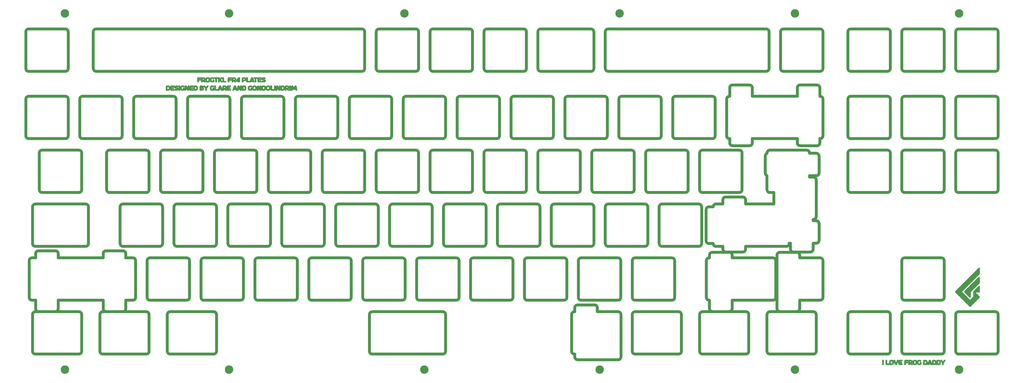
<source format=gbr>
%TF.GenerationSoftware,KiCad,Pcbnew,(6.0.5)*%
%TF.CreationDate,2022-05-23T11:10:01-03:00*%
%TF.ProjectId,frog_tkl_fullplate,66726f67-5f74-46b6-9c5f-66756c6c706c,rev?*%
%TF.SameCoordinates,Original*%
%TF.FileFunction,Soldermask,Top*%
%TF.FilePolarity,Negative*%
%FSLAX46Y46*%
G04 Gerber Fmt 4.6, Leading zero omitted, Abs format (unit mm)*
G04 Created by KiCad (PCBNEW (6.0.5)) date 2022-05-23 11:10:01*
%MOMM*%
%LPD*%
G01*
G04 APERTURE LIST*
%ADD10C,1.000000*%
%ADD11C,0.500000*%
%ADD12C,3.000000*%
G04 APERTURE END LIST*
D10*
X383497610Y-114065540D02*
G75*
G03*
X384497613Y-113065543I3J1000000D01*
G01*
X169185113Y-99065541D02*
X156185116Y-99065541D01*
X331397613Y-132115537D02*
X331397613Y-119115540D01*
X241622759Y-76253043D02*
G75*
G03*
X240622762Y-75253040I-1000000J3D01*
G01*
X198047616Y-170215538D02*
G75*
G03*
X199047613Y-171215541I1000000J-3D01*
G01*
X314354549Y-155215599D02*
G75*
G03*
X313354552Y-154215602I-999997J0D01*
G01*
X193997616Y-170215541D02*
X193997616Y-157215544D01*
X54885110Y-90253040D02*
G75*
G03*
X55885113Y-89253043I3J1000000D01*
G01*
X320204078Y-127202574D02*
G75*
G03*
X321204075Y-126202577I0J999997D01*
G01*
X255910116Y-119115544D02*
G75*
G03*
X254910119Y-118115541I-1000000J3D01*
G01*
X213335116Y-99065541D02*
G75*
G03*
X212335113Y-100065538I-3J-1000000D01*
G01*
X351447613Y-75253040D02*
G75*
G03*
X350447610Y-76253037I-3J-1000000D01*
G01*
X296391377Y-176265616D02*
G75*
G03*
X295391380Y-175265613I-1000000J3D01*
G01*
X302535256Y-90253040D02*
X246672613Y-90253037D01*
X289535303Y-99065560D02*
G75*
G03*
X288535302Y-100065555I-3J-999998D01*
G01*
X284485116Y-100065544D02*
G75*
G03*
X283485119Y-99065541I-1000000J3D01*
G01*
X240622613Y-152165544D02*
G75*
G03*
X241622616Y-151165547I3J1000000D01*
G01*
X75229393Y-175215610D02*
G75*
G03*
X76229390Y-174215613I0J999997D01*
G01*
X290478542Y-156215599D02*
X290478542Y-155215601D01*
X321204058Y-150078595D02*
X321204060Y-144078589D01*
X218097616Y-156215544D02*
G75*
G03*
X217097613Y-157215541I-3J-1000000D01*
G01*
X240622756Y-90253040D02*
X222860113Y-90253037D01*
X202810113Y-89253037D02*
X202810113Y-76253040D01*
X60647627Y-189265613D02*
X60647627Y-176265616D01*
X272578877Y-176265616D02*
G75*
G03*
X271578880Y-175265613I-1000000J3D01*
G01*
X178997616Y-170215538D02*
X178997616Y-157215541D01*
X350447613Y-89253037D02*
X350447613Y-76253040D01*
X178710110Y-75253040D02*
X165710113Y-75253040D01*
X269485116Y-113065538D02*
G75*
G03*
X270485113Y-114065541I1000000J-3D01*
G01*
X127322616Y-151165541D02*
X127322616Y-138165544D01*
X97747613Y-156215541D02*
X84747616Y-156215541D01*
X273960113Y-118115541D02*
X260960116Y-118115541D01*
X234885255Y-191266638D02*
G75*
G03*
X235885252Y-192266641I1000000J-3D01*
G01*
X44353366Y-156215599D02*
X44353366Y-154715599D01*
X84460127Y-189265613D02*
X84460127Y-176265616D01*
X170185116Y-100065544D02*
G75*
G03*
X169185119Y-99065541I-1000000J3D01*
G01*
X112035113Y-99065541D02*
X99035116Y-99065541D01*
X132085116Y-113065541D02*
X132085116Y-100065544D01*
X203522616Y-151165541D02*
X203522616Y-138165544D01*
X313354576Y-175215610D02*
G75*
G03*
X314354573Y-174215613I0J999997D01*
G01*
X146660116Y-118115544D02*
G75*
G03*
X145660113Y-119115541I-3J-1000000D01*
G01*
X165710116Y-118115541D02*
G75*
G03*
X164710113Y-119115538I-3J-1000000D01*
G01*
X145372613Y-152165541D02*
G75*
G03*
X146372616Y-151165544I3J1000000D01*
G01*
X136847616Y-157215544D02*
G75*
G03*
X135847619Y-156215541I-1000000J3D01*
G01*
X365447613Y-113065540D02*
X365447613Y-100065543D01*
X295241050Y-135665587D02*
X295241047Y-137165587D01*
X274960116Y-132115541D02*
X274960116Y-119115544D01*
X70460116Y-118115541D02*
G75*
G03*
X69460113Y-119115538I-3J-1000000D01*
G01*
X217810116Y-132115541D02*
X217810116Y-119115544D01*
X84460116Y-132115541D02*
X84460116Y-119115544D01*
X282272799Y-138165582D02*
X283772799Y-138165585D01*
X112035113Y-114065541D02*
G75*
G03*
X113035116Y-113065544I3J1000000D01*
G01*
X287241054Y-152165596D02*
X287241038Y-153165597D01*
X44266366Y-137165541D02*
G75*
G03*
X43266363Y-138165538I-3J-1000000D01*
G01*
X283478533Y-175215596D02*
X289478539Y-175215599D01*
X369497613Y-189265537D02*
X369497613Y-176265540D01*
X179710113Y-89253040D02*
X179710113Y-76253043D01*
X126322613Y-152165538D02*
X113322616Y-152165538D01*
X217810113Y-89253040D02*
X217810113Y-76253043D01*
X221860116Y-132115541D02*
G75*
G03*
X222860113Y-133115544I1000000J-3D01*
G01*
X51353372Y-153715601D02*
X45353366Y-153715599D01*
X308585113Y-75253040D02*
G75*
G03*
X307585110Y-76253037I-3J-1000000D01*
G01*
X102510113Y-118115544D02*
X89510116Y-118115544D01*
X117085116Y-113065538D02*
G75*
G03*
X118085113Y-114065541I1000000J-3D01*
G01*
X370497613Y-75253040D02*
G75*
G03*
X369497610Y-76253037I-3J-1000000D01*
G01*
X271578874Y-190265613D02*
G75*
G03*
X272578877Y-189265616I3J1000000D01*
G01*
X83460113Y-118115541D02*
X70460116Y-118115541D01*
X303822811Y-133115580D02*
X305204054Y-133115581D01*
X384497613Y-119115543D02*
G75*
G03*
X383497616Y-118115540I-1000000J3D01*
G01*
X265435116Y-100065547D02*
G75*
G03*
X264435119Y-99065544I-1000000J3D01*
G01*
X92985113Y-114065544D02*
G75*
G03*
X93985116Y-113065547I3J1000000D01*
G01*
X155897616Y-170215541D02*
X155897616Y-157215544D01*
X207572616Y-151165538D02*
X207572616Y-138165541D01*
X193285116Y-113065541D02*
X193285116Y-100065544D01*
X284772796Y-137165588D02*
G75*
G03*
X283772799Y-138165585I0J-999997D01*
G01*
X54885113Y-114065541D02*
G75*
G03*
X55885116Y-113065544I3J1000000D01*
G01*
X103510116Y-132115544D02*
X103510116Y-119115547D01*
X284772797Y-152165593D02*
X287241054Y-152165596D01*
X112035113Y-114065538D02*
X99035116Y-114065538D01*
X369497613Y-113065537D02*
G75*
G03*
X370497610Y-114065540I1000000J-3D01*
G01*
X59935116Y-113065538D02*
X59935116Y-100065541D01*
X279722616Y-138165544D02*
G75*
G03*
X278722619Y-137165541I-1000000J3D01*
G01*
X270485116Y-99065541D02*
G75*
G03*
X269485113Y-100065538I-3J-1000000D01*
G01*
X222572616Y-138165544D02*
G75*
G03*
X221572619Y-137165541I-1000000J3D01*
G01*
X44353366Y-171215609D02*
X44353367Y-174215611D01*
X183472613Y-152165538D02*
X170472616Y-152165538D01*
X288535304Y-113065569D02*
X288535303Y-100065559D01*
X159660113Y-133115544D02*
G75*
G03*
X160660116Y-132115547I3J1000000D01*
G01*
X173947613Y-156215544D02*
X160947616Y-156215544D01*
X88222613Y-152165541D02*
G75*
G03*
X89222616Y-151165544I3J1000000D01*
G01*
X319203877Y-190265538D02*
X303822616Y-190265538D01*
X173947613Y-171215541D02*
X160947616Y-171215541D01*
X345397610Y-90253037D02*
X332397613Y-90253037D01*
X43266366Y-151165538D02*
X43266366Y-138165541D01*
X269485116Y-113065538D02*
X269485116Y-100065541D01*
X150135113Y-99065544D02*
X137135116Y-99065544D01*
X384497613Y-176265543D02*
G75*
G03*
X383497616Y-175265540I-1000000J3D01*
G01*
X154897613Y-156215541D02*
X141897616Y-156215541D01*
X42075740Y-170215610D02*
G75*
G03*
X43075737Y-171215609I999998J-1D01*
G01*
X304916557Y-156215604D02*
X290478542Y-156215599D01*
X256197616Y-175265541D02*
G75*
G03*
X255197613Y-176265538I-3J-1000000D01*
G01*
X235860113Y-133115541D02*
X222860116Y-133115541D01*
X197760110Y-75253040D02*
X184760113Y-75253040D01*
X222860113Y-75253040D02*
G75*
G03*
X221860110Y-76253037I-3J-1000000D01*
G01*
X345397610Y-190265537D02*
X332397613Y-190265537D01*
X169185113Y-114065541D02*
G75*
G03*
X170185116Y-113065544I3J1000000D01*
G01*
X283485113Y-114065541D02*
G75*
G03*
X284485116Y-113065544I3J1000000D01*
G01*
X251147616Y-157215544D02*
G75*
G03*
X250147619Y-156215541I-1000000J3D01*
G01*
X332397613Y-118115540D02*
G75*
G03*
X331397610Y-119115537I-3J-1000000D01*
G01*
X216810113Y-118115541D02*
X203810116Y-118115541D01*
X234885260Y-190265622D02*
X234766504Y-190265622D01*
X331397613Y-113065537D02*
X331397613Y-100065540D01*
X52353369Y-154715598D02*
G75*
G03*
X51353372Y-153715601I-999997J0D01*
G01*
X383497610Y-175265540D02*
X370497613Y-175265540D01*
X236860116Y-132115544D02*
X236860116Y-119115547D01*
X351447613Y-99065540D02*
G75*
G03*
X350447610Y-100065537I-3J-1000000D01*
G01*
X236147616Y-170215538D02*
G75*
G03*
X237147613Y-171215541I1000000J-3D01*
G01*
X97747613Y-171215538D02*
X84747616Y-171215538D01*
X159660196Y-90253040D02*
G75*
G03*
X160660199Y-89253043I3J1000000D01*
G01*
X313498308Y-99065556D02*
X313498307Y-96065554D01*
X174235116Y-113065538D02*
X174235116Y-100065541D01*
X241910116Y-118115541D02*
G75*
G03*
X240910113Y-119115538I-3J-1000000D01*
G01*
X295391377Y-190265538D02*
X280010116Y-190265538D01*
X43266366Y-189265538D02*
X43266366Y-176265541D01*
X97747613Y-171215541D02*
G75*
G03*
X98747616Y-170215544I3J1000000D01*
G01*
X311117075Y-153165598D02*
G75*
G03*
X312117072Y-154165595I999997J0D01*
G01*
X83460127Y-190265538D02*
X68078866Y-190265538D01*
X212335116Y-113065538D02*
G75*
G03*
X213335113Y-114065541I1000000J-3D01*
G01*
X364447610Y-190265540D02*
G75*
G03*
X365447613Y-189265543I3J1000000D01*
G01*
X212047613Y-171215541D02*
G75*
G03*
X213047616Y-170215544I3J1000000D01*
G01*
X305204054Y-133115581D02*
X305204054Y-137165590D01*
X155185116Y-113065538D02*
G75*
G03*
X156185113Y-114065541I1000000J-3D01*
G01*
X302496938Y-119495469D02*
G75*
G03*
X302204046Y-120202575I707106J-707105D01*
G01*
X188522616Y-151165538D02*
G75*
G03*
X189522613Y-152165541I1000000J-3D01*
G01*
X140610113Y-133115538D02*
X127610116Y-133115538D01*
X293010113Y-118115541D02*
X280010116Y-118115541D01*
X44353366Y-171215609D02*
X43075737Y-171215609D01*
X282478533Y-156215599D02*
X282478536Y-155215599D01*
X88510116Y-132115541D02*
G75*
G03*
X89510113Y-133115544I1000000J-3D01*
G01*
X383497610Y-190265540D02*
G75*
G03*
X384497613Y-189265543I3J1000000D01*
G01*
X302822802Y-119115570D02*
X302822874Y-119278149D01*
X246672616Y-137165541D02*
G75*
G03*
X245672613Y-138165538I-3J-1000000D01*
G01*
X250210265Y-175265615D02*
X242885260Y-175265613D01*
X307585113Y-89253037D02*
X307585113Y-76253040D01*
X197760110Y-90253040D02*
G75*
G03*
X198760113Y-89253043I3J1000000D01*
G01*
X46647616Y-118115541D02*
G75*
G03*
X45647613Y-119115538I-3J-1000000D01*
G01*
X221860113Y-89253037D02*
G75*
G03*
X222860110Y-90253040I1000000J-3D01*
G01*
X108272627Y-189265613D02*
X108272627Y-176265616D01*
X241622616Y-151165544D02*
X241622616Y-138165547D01*
X183760113Y-89253037D02*
X183760113Y-76253040D01*
X197760110Y-90253037D02*
X184760113Y-90253037D01*
X283485113Y-114065538D02*
X270485116Y-114065538D01*
X346397613Y-89253040D02*
X346397613Y-76253043D01*
X164422613Y-137165544D02*
X151422616Y-137165544D01*
X174235116Y-113065538D02*
G75*
G03*
X175235113Y-114065541I1000000J-3D01*
G01*
X369497613Y-89253037D02*
G75*
G03*
X370497610Y-90253040I1000000J-3D01*
G01*
X117085116Y-113065538D02*
X117085116Y-100065541D01*
X62028877Y-152165541D02*
G75*
G03*
X63028880Y-151165544I3J1000000D01*
G01*
X55885116Y-100065544D02*
G75*
G03*
X54885119Y-99065541I-1000000J3D01*
G01*
X173947613Y-171215544D02*
G75*
G03*
X174947616Y-170215547I3J1000000D01*
G01*
X145660116Y-132115541D02*
X145660116Y-119115544D01*
X121560113Y-133115538D02*
X108560116Y-133115538D01*
X294010116Y-119115544D02*
G75*
G03*
X293010119Y-118115541I-1000000J3D01*
G01*
X321204075Y-126202577D02*
X321204077Y-120202571D01*
X294241050Y-134665588D02*
X288241044Y-134665585D01*
X179997616Y-156215541D02*
G75*
G03*
X178997613Y-157215538I-3J-1000000D01*
G01*
X221860113Y-89253037D02*
X221860113Y-76253040D01*
X270197616Y-170215541D02*
X270197616Y-157215544D01*
X188235217Y-190265612D02*
X163328866Y-190265538D01*
X383497610Y-118115540D02*
X370497613Y-118115540D01*
X226335113Y-99065541D02*
X213335116Y-99065541D01*
X320204061Y-151078592D02*
G75*
G03*
X321204058Y-150078595I0J999997D01*
G01*
X43266366Y-151165538D02*
G75*
G03*
X44266363Y-152165541I1000000J-3D01*
G01*
X309679051Y-152165593D02*
G75*
G03*
X310679048Y-151165596I0J999997D01*
G01*
X282288542Y-138165589D02*
G75*
G03*
X281288545Y-139165586I0J-999997D01*
G01*
X140897616Y-170215538D02*
X140897616Y-157215541D01*
X320204065Y-141640590D02*
X320204057Y-128640580D01*
X383497610Y-90253037D02*
X370497613Y-90253037D01*
X160660116Y-132115544D02*
X160660116Y-119115547D01*
X254910113Y-118115541D02*
X241910116Y-118115541D01*
X44353366Y-156215599D02*
X43075738Y-156215599D01*
X345397610Y-133115540D02*
G75*
G03*
X346397613Y-132115543I3J1000000D01*
G01*
X297622293Y-96065553D02*
G75*
G03*
X296622296Y-95065556I-999997J0D01*
G01*
X365447613Y-157215543D02*
G75*
G03*
X364447616Y-156215540I-1000000J3D01*
G01*
X260960116Y-118115541D02*
G75*
G03*
X259960113Y-119115538I-3J-1000000D01*
G01*
X92985113Y-114065541D02*
X79985116Y-114065541D01*
X290478538Y-155215598D02*
G75*
G03*
X289478542Y-154215602I-999996J0D01*
G01*
X320204054Y-128640577D02*
G75*
G03*
X319204057Y-127640580I-999997J0D01*
G01*
X136135116Y-113065541D02*
G75*
G03*
X137135113Y-114065544I1000000J-3D01*
G01*
X197760113Y-133115538D02*
X184760116Y-133115538D01*
X127610116Y-118115541D02*
G75*
G03*
X126610113Y-119115538I-3J-1000000D01*
G01*
X92985113Y-99065544D02*
X79985116Y-99065544D01*
X278722613Y-152165538D02*
X265722616Y-152165538D01*
X345397610Y-75253040D02*
X332397613Y-75253040D01*
X112322616Y-151165538D02*
X112322616Y-138165541D01*
X364447610Y-175265540D02*
X351447613Y-175265540D01*
X112322616Y-151165538D02*
G75*
G03*
X113322613Y-152165541I1000000J-3D01*
G01*
X75229393Y-153715601D02*
X69229387Y-153715599D01*
X269197613Y-171215538D02*
X256197616Y-171215538D01*
X212047613Y-171215538D02*
X199047616Y-171215538D01*
X322585307Y-100065557D02*
G75*
G03*
X321585310Y-99065558I-999998J1D01*
G01*
X297622294Y-114065568D02*
X297622293Y-115565568D01*
X222860116Y-118115544D02*
G75*
G03*
X221860113Y-119115541I-3J-1000000D01*
G01*
X131085113Y-114065538D02*
X118085116Y-114065538D01*
X305916544Y-170215610D02*
X305916557Y-157215603D01*
X321585309Y-114065568D02*
G75*
G03*
X322585312Y-113065571I3J1000000D01*
G01*
X75222616Y-137165541D02*
G75*
G03*
X74222613Y-138165538I-3J-1000000D01*
G01*
X55885113Y-89253040D02*
X55885113Y-76253043D01*
X250147613Y-171215538D02*
X237147616Y-171215538D01*
X183760113Y-89253037D02*
G75*
G03*
X184760110Y-90253040I1000000J-3D01*
G01*
X62028880Y-137165544D02*
X44266366Y-137165541D01*
X241622759Y-89253040D02*
X241622759Y-76253043D01*
X159660113Y-118115544D02*
X146660116Y-118115544D01*
X216810113Y-133115541D02*
G75*
G03*
X217810116Y-132115544I3J1000000D01*
G01*
X202522613Y-137165541D02*
X189522616Y-137165541D01*
X207285113Y-114065541D02*
X194285116Y-114065541D01*
X305916553Y-157215600D02*
G75*
G03*
X304916557Y-156215604I-999996J0D01*
G01*
X68078866Y-175265541D02*
G75*
G03*
X67078863Y-176265538I-3J-1000000D01*
G01*
X350447613Y-170215537D02*
X350447613Y-157215540D01*
X198760113Y-89253040D02*
X198760113Y-76253043D01*
X234766502Y-175265613D02*
G75*
G03*
X233766499Y-176265610I-3J-1000000D01*
G01*
X307585113Y-89253037D02*
G75*
G03*
X308585110Y-90253040I1000000J-3D01*
G01*
X295241046Y-135665584D02*
G75*
G03*
X294241050Y-134665588I-999996J0D01*
G01*
X383497610Y-190265537D02*
X370497613Y-190265537D01*
X297622297Y-99065558D02*
X297622296Y-96065556D01*
X295241060Y-152165598D02*
X295241044Y-153165599D01*
X350447613Y-189265537D02*
X350447613Y-176265540D01*
X40885116Y-113065538D02*
X40885116Y-100065541D01*
X351447613Y-118115540D02*
G75*
G03*
X350447610Y-119115537I-3J-1000000D01*
G01*
X278722613Y-137165541D02*
X265722616Y-137165541D01*
X370497613Y-118115540D02*
G75*
G03*
X369497610Y-119115537I-3J-1000000D01*
G01*
X188235113Y-99065541D02*
X175235116Y-99065541D01*
X202522613Y-152165538D02*
X189522616Y-152165538D01*
X76229389Y-156215600D02*
X78697641Y-156215600D01*
X313498308Y-114065566D02*
X297622294Y-114065568D01*
X322585113Y-76253043D02*
G75*
G03*
X321585116Y-75253040I-1000000J3D01*
G01*
X189235116Y-113065541D02*
X189235116Y-100065544D01*
X350447613Y-89253037D02*
G75*
G03*
X351447610Y-90253040I1000000J-3D01*
G01*
X67078866Y-189265538D02*
G75*
G03*
X68078863Y-190265541I1000000J-3D01*
G01*
X189522616Y-137165541D02*
G75*
G03*
X188522613Y-138165538I-3J-1000000D01*
G01*
X217810116Y-119115544D02*
G75*
G03*
X216810119Y-118115541I-1000000J3D01*
G01*
X79985116Y-99065544D02*
G75*
G03*
X78985113Y-100065541I-3J-1000000D01*
G01*
X135847613Y-171215538D02*
X122847616Y-171215538D01*
X98035116Y-113065538D02*
X98035116Y-100065541D01*
X121560113Y-118115541D02*
X108560116Y-118115541D01*
X232097616Y-170215544D02*
X232097616Y-157215547D01*
X198047616Y-170215538D02*
X198047616Y-157215541D01*
X179710116Y-119115544D02*
G75*
G03*
X178710119Y-118115541I-1000000J3D01*
G01*
X322585113Y-89253040D02*
X322585113Y-76253043D01*
X76229388Y-171215610D02*
X76229388Y-172715610D01*
X227335116Y-113065541D02*
X227335116Y-100065544D01*
X241622616Y-138165547D02*
G75*
G03*
X240622619Y-137165544I-1000000J3D01*
G01*
X318909814Y-127640540D02*
X317822815Y-127640580D01*
X103510116Y-119115547D02*
G75*
G03*
X102510119Y-118115544I-1000000J3D01*
G01*
X178710110Y-90253040D02*
G75*
G03*
X179710113Y-89253043I3J1000000D01*
G01*
X40885116Y-113065538D02*
G75*
G03*
X41885113Y-114065541I1000000J-3D01*
G01*
X113035116Y-113065541D02*
X113035116Y-100065544D01*
X69229384Y-175215611D02*
X75229390Y-175215613D01*
X231097613Y-156215544D02*
X218097616Y-156215544D01*
X44266366Y-175265541D02*
G75*
G03*
X43266363Y-176265538I-3J-1000000D01*
G01*
X192997613Y-156215541D02*
X179997616Y-156215541D01*
X122560116Y-132115541D02*
X122560116Y-119115544D01*
X322585309Y-100065558D02*
X322585309Y-113065568D01*
X331397613Y-189265537D02*
G75*
G03*
X332397610Y-190265540I1000000J-3D01*
G01*
X384497613Y-113065540D02*
X384497613Y-100065543D01*
X226335113Y-114065538D02*
X213335116Y-114065538D01*
X107272627Y-190265538D02*
X91891366Y-190265538D01*
X131085113Y-114065541D02*
G75*
G03*
X132085116Y-113065544I3J1000000D01*
G01*
X245672616Y-151165538D02*
G75*
G03*
X246672613Y-152165541I1000000J-3D01*
G01*
X321585309Y-156215601D02*
X314354552Y-156215602D01*
X364447610Y-114065537D02*
X351447613Y-114065537D01*
X67078866Y-189265538D02*
X67078866Y-176265541D01*
X287241044Y-135665585D02*
X287241041Y-137165585D01*
X364447610Y-90253037D02*
X351447613Y-90253037D01*
X202810116Y-132115538D02*
X202810116Y-119115541D01*
X242885260Y-175265613D02*
X242885264Y-173865614D01*
X121560113Y-133115541D02*
G75*
G03*
X122560116Y-132115544I3J1000000D01*
G01*
X150135113Y-114065544D02*
G75*
G03*
X151135116Y-113065547I3J1000000D01*
G01*
X213047616Y-170215541D02*
X213047616Y-157215544D01*
X287241042Y-153165600D02*
G75*
G03*
X288241038Y-154165596I999996J0D01*
G01*
X369497613Y-113065537D02*
X369497613Y-100065540D01*
X73935113Y-99065541D02*
X60935116Y-99065541D01*
X159660196Y-90253040D02*
X65737633Y-90253037D01*
X78985116Y-113065541D02*
X78985116Y-100065544D01*
X254910113Y-133115541D02*
G75*
G03*
X255910116Y-132115544I3J1000000D01*
G01*
X321498310Y-96065553D02*
G75*
G03*
X320498313Y-95065556I-999997J0D01*
G01*
X94272616Y-137165544D02*
G75*
G03*
X93272613Y-138165541I-3J-1000000D01*
G01*
X314354552Y-155215602D02*
X314354552Y-156215602D01*
X217097616Y-170215541D02*
G75*
G03*
X218097613Y-171215544I1000000J-3D01*
G01*
X289622291Y-99065556D02*
X289622290Y-96065554D01*
X192997613Y-171215541D02*
G75*
G03*
X193997616Y-170215544I3J1000000D01*
G01*
X234885260Y-190265622D02*
X234885255Y-191266638D01*
X192997613Y-171215538D02*
X179997616Y-171215538D01*
X189235116Y-100065544D02*
G75*
G03*
X188235119Y-99065541I-1000000J3D01*
G01*
X345397610Y-133115537D02*
X332397613Y-133115537D01*
X150135113Y-114065541D02*
X137135116Y-114065541D01*
X146372616Y-138165544D02*
G75*
G03*
X145372619Y-137165541I-1000000J3D01*
G01*
X170185116Y-113065541D02*
X170185116Y-100065544D01*
X383497610Y-99065540D02*
X370497613Y-99065540D01*
X264722616Y-151165538D02*
G75*
G03*
X265722613Y-152165541I1000000J-3D01*
G01*
X126322613Y-137165541D02*
X113322616Y-137165541D01*
X384497613Y-132115540D02*
X384497613Y-119115543D01*
X259672613Y-137165541D02*
X246672616Y-137165541D01*
X269197613Y-156215541D02*
X256197616Y-156215541D01*
X212047613Y-156215541D02*
X199047616Y-156215541D01*
X246672613Y-75253040D02*
G75*
G03*
X245672610Y-76253037I-3J-1000000D01*
G01*
X54885110Y-90253037D02*
X41885113Y-90253037D01*
X345397610Y-175265540D02*
X332397613Y-175265540D01*
X384497613Y-100065543D02*
G75*
G03*
X383497616Y-99065540I-1000000J3D01*
G01*
X302535256Y-90253040D02*
G75*
G03*
X303535259Y-89253043I3J1000000D01*
G01*
X52353372Y-171215611D02*
X68229383Y-171215609D01*
X202810113Y-89253037D02*
G75*
G03*
X203810110Y-90253040I1000000J-3D01*
G01*
X52353372Y-156215601D02*
X68229387Y-156215599D01*
X188235113Y-114065538D02*
X175235116Y-114065538D01*
X383497610Y-75253040D02*
X370497613Y-75253040D01*
X199047616Y-156215541D02*
G75*
G03*
X198047613Y-157215538I-3J-1000000D01*
G01*
X231385116Y-113065538D02*
X231385116Y-100065541D01*
X320204060Y-143078589D02*
X319117061Y-143078629D01*
X293010113Y-133115541D02*
G75*
G03*
X294010116Y-132115544I3J1000000D01*
G01*
X137135116Y-99065544D02*
G75*
G03*
X136135113Y-100065541I-3J-1000000D01*
G01*
X155897616Y-157215544D02*
G75*
G03*
X154897619Y-156215541I-1000000J3D01*
G01*
X345397610Y-114065537D02*
X332397613Y-114065537D01*
X202810116Y-132115538D02*
G75*
G03*
X203810113Y-133115541I1000000J-3D01*
G01*
X98747616Y-157215544D02*
G75*
G03*
X97747619Y-156215541I-1000000J3D01*
G01*
X226335113Y-114065541D02*
G75*
G03*
X227335116Y-113065544I3J1000000D01*
G01*
X183760116Y-132115538D02*
G75*
G03*
X184760113Y-133115541I1000000J-3D01*
G01*
X146372616Y-151165541D02*
X146372616Y-138165544D01*
X155185116Y-113065538D02*
X155185116Y-100065541D01*
X73935113Y-114065538D02*
X60935116Y-114065538D01*
X193997616Y-157215544D02*
G75*
G03*
X192997619Y-156215541I-1000000J3D01*
G01*
X295391374Y-190265613D02*
G75*
G03*
X296391377Y-189265616I3J1000000D01*
G01*
X162328866Y-189265538D02*
G75*
G03*
X163328863Y-190265541I1000000J-3D01*
G01*
X346397613Y-76253043D02*
G75*
G03*
X345397616Y-75253040I-1000000J3D01*
G01*
X102510113Y-133115541D02*
X89510116Y-133115541D01*
X140897616Y-170215538D02*
G75*
G03*
X141897613Y-171215541I1000000J-3D01*
G01*
X232097616Y-157215547D02*
G75*
G03*
X231097619Y-156215544I-1000000J3D01*
G01*
X83747616Y-170215538D02*
X83747616Y-157215541D01*
X136135116Y-113065541D02*
X136135116Y-100065544D01*
X198760113Y-76253043D02*
G75*
G03*
X197760116Y-75253040I-1000000J3D01*
G01*
X227622616Y-137165544D02*
G75*
G03*
X226622613Y-138165541I-3J-1000000D01*
G01*
X184472616Y-151165541D02*
X184472616Y-138165544D01*
X264435113Y-114065544D02*
G75*
G03*
X265435116Y-113065547I3J1000000D01*
G01*
X346397613Y-176265543D02*
G75*
G03*
X345397616Y-175265540I-1000000J3D01*
G01*
X231097613Y-171215544D02*
G75*
G03*
X232097616Y-170215547I3J1000000D01*
G01*
X183472613Y-137165541D02*
X170472616Y-137165541D01*
X55885113Y-76253043D02*
G75*
G03*
X54885116Y-75253040I-1000000J3D01*
G01*
X319204068Y-142640587D02*
G75*
G03*
X320204065Y-141640590I0J999997D01*
G01*
X202522613Y-152165541D02*
G75*
G03*
X203522616Y-151165544I3J1000000D01*
G01*
X145660116Y-132115541D02*
G75*
G03*
X146660113Y-133115544I1000000J-3D01*
G01*
X103797616Y-156215544D02*
G75*
G03*
X102797613Y-157215541I-3J-1000000D01*
G01*
X313354552Y-154215602D02*
X307354555Y-154215599D01*
X350447613Y-113065537D02*
G75*
G03*
X351447610Y-114065540I1000000J-3D01*
G01*
X296622296Y-116565565D02*
G75*
G03*
X297622293Y-115565568I0J999997D01*
G01*
X197760113Y-118115541D02*
X184760116Y-118115541D01*
X302204048Y-126202579D02*
G75*
G03*
X302496941Y-126909684I999998J1D01*
G01*
X314498308Y-116565566D02*
X320498314Y-116565568D01*
X320498313Y-95065556D02*
X314498307Y-95065554D01*
X216810113Y-133115538D02*
X203810116Y-133115538D01*
X213047616Y-157215544D02*
G75*
G03*
X212047619Y-156215541I-1000000J3D01*
G01*
X351447613Y-156215540D02*
G75*
G03*
X350447610Y-157215537I-3J-1000000D01*
G01*
X302535259Y-75253043D02*
X246672613Y-75253040D01*
X164710113Y-89253037D02*
G75*
G03*
X165710110Y-90253040I1000000J-3D01*
G01*
X288241041Y-134665588D02*
G75*
G03*
X287241044Y-135665585I0J-999997D01*
G01*
X221572613Y-152165538D02*
X208572616Y-152165538D01*
X170472616Y-137165541D02*
G75*
G03*
X169472613Y-138165538I-3J-1000000D01*
G01*
X288535305Y-113065570D02*
G75*
G03*
X289535302Y-114065569I999998J-1D01*
G01*
X233766502Y-176265613D02*
X233766504Y-189265622D01*
X127322616Y-138165544D02*
G75*
G03*
X126322619Y-137165541I-1000000J3D01*
G01*
X231097613Y-171215541D02*
X218097616Y-171215541D01*
X290478537Y-171215596D02*
X290478539Y-174215599D01*
X346397613Y-189265540D02*
X346397613Y-176265543D01*
X93985116Y-113065544D02*
X93985116Y-100065547D01*
X59647624Y-190265613D02*
G75*
G03*
X60647627Y-189265616I3J1000000D01*
G01*
X384497613Y-76253043D02*
G75*
G03*
X383497616Y-75253040I-1000000J3D01*
G01*
X164710113Y-89253037D02*
X164710113Y-76253040D01*
X131372616Y-151165538D02*
X131372616Y-138165541D01*
X346397613Y-119115543D02*
G75*
G03*
X345397616Y-118115540I-1000000J3D01*
G01*
X141897616Y-156215541D02*
G75*
G03*
X140897613Y-157215538I-3J-1000000D01*
G01*
X294241047Y-154165596D02*
G75*
G03*
X295241044Y-153165599I0J999997D01*
G01*
X273960113Y-133115541D02*
G75*
G03*
X274960116Y-132115544I3J1000000D01*
G01*
X221860116Y-132115541D02*
X221860116Y-119115544D01*
X76229390Y-154715598D02*
G75*
G03*
X75229393Y-153715601I-999997J0D01*
G01*
X317822815Y-127640564D02*
X317822815Y-127640580D01*
X250435116Y-113065541D02*
X250435116Y-100065544D01*
X364447610Y-171215537D02*
X351447613Y-171215537D01*
X216810110Y-90253037D02*
X203810113Y-90253037D01*
X364447610Y-156215540D02*
X351447613Y-156215540D01*
X226622616Y-151165541D02*
G75*
G03*
X227622613Y-152165544I1000000J-3D01*
G01*
X159660113Y-133115541D02*
X146660116Y-133115541D01*
X303822616Y-175265541D02*
G75*
G03*
X302822613Y-176265538I-3J-1000000D01*
G01*
X198760116Y-119115544D02*
G75*
G03*
X197760119Y-118115541I-1000000J3D01*
G01*
X60647616Y-132115541D02*
X60647616Y-119115544D01*
X281288547Y-150165597D02*
G75*
G03*
X282288543Y-151165593I999996J0D01*
G01*
X69460116Y-132115538D02*
G75*
G03*
X70460113Y-133115541I1000000J-3D01*
G01*
X59647627Y-190265538D02*
X44266366Y-190265538D01*
X174947616Y-170215544D02*
X174947616Y-157215547D01*
X164422613Y-152165544D02*
G75*
G03*
X165422616Y-151165547I3J1000000D01*
G01*
X122847616Y-156215541D02*
G75*
G03*
X121847613Y-157215538I-3J-1000000D01*
G01*
X107272613Y-152165544D02*
G75*
G03*
X108272616Y-151165547I3J1000000D01*
G01*
X203810116Y-118115541D02*
G75*
G03*
X202810113Y-119115538I-3J-1000000D01*
G01*
X108560116Y-118115541D02*
G75*
G03*
X107560113Y-119115538I-3J-1000000D01*
G01*
X364447610Y-133115540D02*
G75*
G03*
X365447613Y-132115543I3J1000000D01*
G01*
X232385116Y-99065541D02*
G75*
G03*
X231385113Y-100065538I-3J-1000000D01*
G01*
X116797613Y-171215544D02*
G75*
G03*
X117797616Y-170215547I3J1000000D01*
G01*
X265435116Y-113065544D02*
X265435116Y-100065547D01*
X145372613Y-152165538D02*
X132372616Y-152165538D01*
X365447613Y-89253040D02*
X365447613Y-76253043D01*
X331397613Y-189265537D02*
X331397613Y-176265540D01*
X365447613Y-76253043D02*
G75*
G03*
X364447616Y-75253040I-1000000J3D01*
G01*
X159947616Y-170215541D02*
X159947616Y-157215544D01*
X107272624Y-190265613D02*
G75*
G03*
X108272627Y-189265616I3J1000000D01*
G01*
X290622287Y-95065557D02*
G75*
G03*
X289622290Y-96065554I0J-999997D01*
G01*
X60647627Y-176265616D02*
G75*
G03*
X59647630Y-175265613I-1000000J3D01*
G01*
X384497613Y-89253040D02*
X384497613Y-76253043D01*
X364447610Y-75253040D02*
X351447613Y-75253040D01*
X83747616Y-170215538D02*
G75*
G03*
X84747613Y-171215541I1000000J-3D01*
G01*
X274960116Y-119115544D02*
G75*
G03*
X273960119Y-118115541I-1000000J3D01*
G01*
X289622287Y-114065567D02*
X289622287Y-115565566D01*
X313354576Y-175215610D02*
G75*
G03*
X314354573Y-174215613I0J999997D01*
G01*
X318117070Y-154165595D02*
G75*
G03*
X319117067Y-153165598I0J999997D01*
G01*
X245385113Y-114065541D02*
G75*
G03*
X246385116Y-113065544I3J1000000D01*
G01*
X107272627Y-175265616D02*
X91891366Y-175265541D01*
X351447613Y-175265540D02*
G75*
G03*
X350447610Y-176265537I-3J-1000000D01*
G01*
X235885255Y-192266638D02*
X250210262Y-192265612D01*
X42075738Y-170215609D02*
X42075738Y-157215599D01*
X41885116Y-99065541D02*
G75*
G03*
X40885113Y-100065538I-3J-1000000D01*
G01*
X321585110Y-75253040D02*
X308585113Y-75253040D01*
X365447613Y-119115543D02*
G75*
G03*
X364447616Y-118115540I-1000000J3D01*
G01*
X107272613Y-137165544D02*
X94272616Y-137165544D01*
X126610116Y-132115538D02*
X126610116Y-119115541D01*
X40885113Y-89253037D02*
G75*
G03*
X41885110Y-90253040I1000000J-3D01*
G01*
X163328866Y-175265541D02*
G75*
G03*
X162328863Y-176265538I-3J-1000000D01*
G01*
X284485116Y-113065541D02*
X284485116Y-100065544D01*
X65737633Y-75253040D02*
G75*
G03*
X64737630Y-76253037I-3J-1000000D01*
G01*
X264435113Y-99065544D02*
X251435116Y-99065544D01*
X279010116Y-189265538D02*
X279010116Y-176265541D01*
X160660116Y-119115547D02*
G75*
G03*
X159660119Y-118115544I-1000000J3D01*
G01*
X259672613Y-152165541D02*
G75*
G03*
X260672616Y-151165544I3J1000000D01*
G01*
X226622616Y-151165541D02*
X226622616Y-138165544D01*
X365447613Y-176265543D02*
G75*
G03*
X364447616Y-175265540I-1000000J3D01*
G01*
X45353363Y-153715602D02*
G75*
G03*
X44353366Y-154715599I0J-999997D01*
G01*
X107272613Y-152165541D02*
X94272616Y-152165541D01*
X310679048Y-151078596D02*
X310679032Y-151078596D01*
X364447610Y-171215540D02*
G75*
G03*
X365447613Y-170215543I3J1000000D01*
G01*
X131372616Y-151165538D02*
G75*
G03*
X132372613Y-152165541I1000000J-3D01*
G01*
X76229388Y-171215610D02*
X78697640Y-171215609D01*
X162328866Y-189265538D02*
X162328866Y-176265541D01*
X188235113Y-114065541D02*
G75*
G03*
X189235116Y-113065544I3J1000000D01*
G01*
X203810113Y-75253040D02*
G75*
G03*
X202810110Y-76253037I-3J-1000000D01*
G01*
X122560116Y-119115544D02*
G75*
G03*
X121560119Y-118115541I-1000000J3D01*
G01*
X313498311Y-115565569D02*
G75*
G03*
X314498308Y-116565566I999997J0D01*
G01*
X154897613Y-171215538D02*
X141897616Y-171215538D01*
X41885113Y-75253040D02*
G75*
G03*
X40885110Y-76253037I-3J-1000000D01*
G01*
X290622287Y-116565566D02*
X296622293Y-116565568D01*
X320203877Y-189265613D02*
X320203877Y-176265616D01*
X102797616Y-170215541D02*
G75*
G03*
X103797613Y-171215544I1000000J-3D01*
G01*
X293010113Y-133115538D02*
X280010116Y-133115538D01*
X52353372Y-156215601D02*
X52353372Y-154715601D01*
X320204077Y-119202571D02*
X317822825Y-119202574D01*
X169472616Y-151165538D02*
G75*
G03*
X170472613Y-152165541I1000000J-3D01*
G01*
X383497610Y-114065537D02*
X370497613Y-114065537D01*
X88510116Y-132115541D02*
X88510116Y-119115544D01*
X113035116Y-100065544D02*
G75*
G03*
X112035119Y-99065541I-1000000J3D01*
G01*
X135847613Y-171215541D02*
G75*
G03*
X136847616Y-170215544I3J1000000D01*
G01*
X369497613Y-132115537D02*
G75*
G03*
X370497610Y-133115540I1000000J-3D01*
G01*
X83460113Y-133115538D02*
X70460116Y-133115538D01*
X270197616Y-157215544D02*
G75*
G03*
X269197619Y-156215541I-1000000J3D01*
G01*
X305204054Y-137165590D02*
X295241047Y-137165587D01*
X251435116Y-99065544D02*
G75*
G03*
X250435113Y-100065541I-3J-1000000D01*
G01*
X346397613Y-132115540D02*
X346397613Y-119115543D01*
X107560116Y-132115538D02*
X107560116Y-119115541D01*
X320203877Y-176265616D02*
G75*
G03*
X319203880Y-175265613I-1000000J3D01*
G01*
X99035116Y-99065541D02*
G75*
G03*
X98035113Y-100065538I-3J-1000000D01*
G01*
X116797613Y-156215544D02*
X103797616Y-156215544D01*
X159660199Y-75253043D02*
X65737633Y-75253040D01*
X126322613Y-152165541D02*
G75*
G03*
X127322616Y-151165544I3J1000000D01*
G01*
X234885258Y-173865612D02*
X234885258Y-175265613D01*
X227335116Y-100065544D02*
G75*
G03*
X226335119Y-99065541I-1000000J3D01*
G01*
X241885264Y-172865614D02*
X235885258Y-172865612D01*
X288241038Y-154165596D02*
X294241044Y-154165599D01*
X321585110Y-90253037D02*
X308585113Y-90253037D01*
X68229387Y-156215599D02*
X68229387Y-154715599D01*
X264435113Y-114065541D02*
X251435116Y-114065541D01*
X302822871Y-127127051D02*
X302822811Y-132115580D01*
X102797616Y-170215541D02*
X102797616Y-157215544D01*
X64737633Y-89253037D02*
X64737633Y-76253040D01*
X62028877Y-152165541D02*
X44266366Y-152165538D01*
X321498314Y-99065558D02*
X321498313Y-96065556D01*
X59935116Y-113065538D02*
G75*
G03*
X60935113Y-114065541I1000000J-3D01*
G01*
X132372616Y-137165541D02*
G75*
G03*
X131372613Y-138165538I-3J-1000000D01*
G01*
X245672613Y-89253037D02*
X245672613Y-76253040D01*
X306354576Y-174215610D02*
X306354555Y-155215599D01*
X283772801Y-151165597D02*
G75*
G03*
X284772797Y-152165593I999996J0D01*
G01*
X126610116Y-132115538D02*
G75*
G03*
X127610113Y-133115541I1000000J-3D01*
G01*
X188522616Y-151165538D02*
X188522616Y-138165541D01*
X369497613Y-132115537D02*
X369497613Y-119115540D01*
X84747616Y-156215541D02*
G75*
G03*
X83747613Y-157215538I-3J-1000000D01*
G01*
X320204075Y-127202577D02*
X317822815Y-127202540D01*
X135847613Y-156215541D02*
X122847616Y-156215541D01*
X165422616Y-138165547D02*
G75*
G03*
X164422619Y-137165544I-1000000J3D01*
G01*
X174947616Y-157215547D02*
G75*
G03*
X173947619Y-156215544I-1000000J3D01*
G01*
X60647616Y-119115544D02*
G75*
G03*
X59647619Y-118115541I-1000000J3D01*
G01*
X307354552Y-154215602D02*
G75*
G03*
X306354555Y-155215599I0J-999997D01*
G01*
X256197616Y-156215541D02*
G75*
G03*
X255197613Y-157215538I-3J-1000000D01*
G01*
X183760116Y-132115538D02*
X183760116Y-119115541D01*
X365447613Y-170215540D02*
X365447613Y-157215543D01*
X302822814Y-132115583D02*
G75*
G03*
X303822811Y-133115580I999997J0D01*
G01*
X141610116Y-119115544D02*
G75*
G03*
X140610119Y-118115541I-1000000J3D01*
G01*
X203522616Y-138165544D02*
G75*
G03*
X202522619Y-137165541I-1000000J3D01*
G01*
X383497610Y-133115537D02*
X370497613Y-133115537D01*
X189235220Y-189265612D02*
X189235220Y-176265615D01*
X289622292Y-99065557D02*
X289622292Y-97565557D01*
X255910116Y-132115541D02*
X255910116Y-119115544D01*
X332397613Y-175265540D02*
G75*
G03*
X331397610Y-176265537I-3J-1000000D01*
G01*
X98747616Y-170215541D02*
X98747616Y-157215544D01*
X281391548Y-170215612D02*
G75*
G03*
X282391545Y-171215609I999997J0D01*
G01*
X319203874Y-190265613D02*
G75*
G03*
X320203877Y-189265616I3J1000000D01*
G01*
X93272616Y-151165541D02*
G75*
G03*
X94272613Y-152165544I1000000J-3D01*
G01*
X121847616Y-170215538D02*
X121847616Y-157215541D01*
X245385113Y-99065541D02*
X232385116Y-99065541D01*
X184472616Y-138165544D02*
G75*
G03*
X183472619Y-137165541I-1000000J3D01*
G01*
X169472616Y-151165538D02*
X169472616Y-138165541D01*
X317822815Y-127202540D02*
X317822815Y-127640564D01*
X278722613Y-152165541D02*
G75*
G03*
X279722616Y-151165544I3J1000000D01*
G01*
X295241060Y-152165598D02*
X309679048Y-152165596D01*
X240622613Y-152165541D02*
X227622616Y-152165541D01*
X250147613Y-156215541D02*
X237147616Y-156215541D01*
X55885116Y-113065541D02*
X55885116Y-100065544D01*
X317822822Y-119115570D02*
G75*
G03*
X316822825Y-118115573I-999997J0D01*
G01*
X207285113Y-99065544D02*
X194285116Y-99065544D01*
X236147616Y-170215538D02*
X236147616Y-157215541D01*
X320204058Y-151078595D02*
X319117061Y-151078592D01*
X279010116Y-189265538D02*
G75*
G03*
X280010113Y-190265541I1000000J-3D01*
G01*
X207285113Y-114065544D02*
G75*
G03*
X208285116Y-113065547I3J1000000D01*
G01*
X350447613Y-170215537D02*
G75*
G03*
X351447610Y-171215540I1000000J-3D01*
G01*
X156185116Y-99065541D02*
G75*
G03*
X155185113Y-100065538I-3J-1000000D01*
G01*
X289478542Y-175215596D02*
G75*
G03*
X290478539Y-174215599I0J999997D01*
G01*
X91891366Y-175265541D02*
G75*
G03*
X90891363Y-176265538I-3J-1000000D01*
G01*
X255197616Y-189265538D02*
X255197616Y-176265541D01*
X140610113Y-133115541D02*
G75*
G03*
X141610116Y-132115544I3J1000000D01*
G01*
X63028880Y-138165544D02*
G75*
G03*
X62028883Y-137165541I-1000000J3D01*
G01*
X169185113Y-114065538D02*
X156185116Y-114065538D01*
X245385113Y-114065538D02*
X232385116Y-114065538D01*
X319117061Y-142640589D02*
X319117061Y-143078613D01*
X221572613Y-137165541D02*
X208572616Y-137165541D01*
X306354579Y-174215613D02*
G75*
G03*
X307354576Y-175215610I999997J0D01*
G01*
X113322616Y-137165541D02*
G75*
G03*
X112322613Y-138165538I-3J-1000000D01*
G01*
X311117072Y-153165595D02*
X311117072Y-151078596D01*
X304916548Y-171215606D02*
G75*
G03*
X305916544Y-170215610I0J999996D01*
G01*
X121847616Y-170215538D02*
G75*
G03*
X122847613Y-171215541I1000000J-3D01*
G01*
X208285116Y-113065544D02*
X208285116Y-100065547D01*
X179710116Y-132115541D02*
X179710116Y-119115544D01*
X88222613Y-152165538D02*
X75222616Y-152165538D01*
X240622756Y-90253040D02*
G75*
G03*
X241622759Y-89253043I3J1000000D01*
G01*
X93272616Y-151165541D02*
X93272616Y-138165544D01*
X194285116Y-99065544D02*
G75*
G03*
X193285113Y-100065541I-3J-1000000D01*
G01*
X208572616Y-137165541D02*
G75*
G03*
X207572613Y-138165538I-3J-1000000D01*
G01*
X84460127Y-176265616D02*
G75*
G03*
X83460130Y-175265613I-1000000J3D01*
G01*
X90891366Y-189265538D02*
G75*
G03*
X91891363Y-190265541I1000000J-3D01*
G01*
X273960113Y-133115538D02*
X260960116Y-133115538D01*
X283478533Y-154215602D02*
G75*
G03*
X282478536Y-155215599I0J-999997D01*
G01*
X245672613Y-89253037D02*
G75*
G03*
X246672610Y-90253040I1000000J-3D01*
G01*
X74222616Y-151165538D02*
G75*
G03*
X75222613Y-152165541I1000000J-3D01*
G01*
X365447613Y-132115540D02*
X365447613Y-119115543D01*
X74935116Y-100065544D02*
G75*
G03*
X73935119Y-99065541I-1000000J3D01*
G01*
X159947616Y-170215541D02*
G75*
G03*
X160947613Y-171215544I1000000J-3D01*
G01*
X254910113Y-133115538D02*
X241910116Y-133115538D01*
X233766504Y-189265622D02*
G75*
G03*
X234766501Y-190265625I1000000J-3D01*
G01*
X280010116Y-175265541D02*
G75*
G03*
X279010113Y-176265538I-3J-1000000D01*
G01*
X314354573Y-174215613D02*
X314354552Y-171215595D01*
X102510113Y-133115544D02*
G75*
G03*
X103510116Y-132115547I3J1000000D01*
G01*
X240622759Y-75253043D02*
X222860113Y-75253040D01*
X51353376Y-175215610D02*
G75*
G03*
X52353373Y-174215613I0J999997D01*
G01*
X345397610Y-99065540D02*
X332397613Y-99065540D01*
X313498308Y-114065566D02*
X313498308Y-115565566D01*
X69229384Y-153715602D02*
G75*
G03*
X68229387Y-154715599I0J-999997D01*
G01*
X319117067Y-153165598D02*
X319117061Y-151078592D01*
X332397613Y-75253040D02*
G75*
G03*
X331397610Y-76253037I-3J-1000000D01*
G01*
X73935113Y-114065541D02*
G75*
G03*
X74935116Y-113065544I3J1000000D01*
G01*
X313498308Y-99065556D02*
X297622297Y-99065558D01*
X89222616Y-151165541D02*
X89222616Y-138165544D01*
X68229383Y-171215609D02*
X68229384Y-174215611D01*
X217810113Y-76253043D02*
G75*
G03*
X216810116Y-75253040I-1000000J3D01*
G01*
X45647616Y-132115538D02*
X45647616Y-119115541D01*
X117797616Y-170215544D02*
X117797616Y-157215547D01*
X303535259Y-89253040D02*
X303535259Y-76253043D01*
X89222616Y-138165544D02*
G75*
G03*
X88222619Y-137165541I-1000000J3D01*
G01*
X83460113Y-133115541D02*
G75*
G03*
X84460116Y-132115544I3J1000000D01*
G01*
X179710113Y-76253043D02*
G75*
G03*
X178710116Y-75253040I-1000000J3D01*
G01*
X296622296Y-95065556D02*
X290622290Y-95065554D01*
X250210265Y-192265609D02*
G75*
G03*
X251210262Y-191265612I0J999997D01*
G01*
X364447610Y-99065540D02*
X351447613Y-99065540D01*
X175235116Y-99065541D02*
G75*
G03*
X174235113Y-100065538I-3J-1000000D01*
G01*
X251210265Y-176265615D02*
X251210262Y-191265612D01*
X303822799Y-118115573D02*
G75*
G03*
X302822802Y-119115570I0J-999997D01*
G01*
X346397613Y-113065540D02*
X346397613Y-100065543D01*
X279722616Y-151165541D02*
X279722616Y-138165544D01*
X350447613Y-189265537D02*
G75*
G03*
X351447610Y-190265540I1000000J-3D01*
G01*
X322585306Y-170215598D02*
X322585309Y-157215601D01*
X74222616Y-151165538D02*
X74222616Y-138165541D01*
X272578877Y-189265613D02*
X272578877Y-176265616D01*
X311117072Y-151078596D02*
X310679048Y-151078596D01*
X245672616Y-151165538D02*
X245672616Y-138165541D01*
X222572616Y-151165541D02*
X222572616Y-138165544D01*
X43075738Y-156215599D02*
G75*
G03*
X42075735Y-157215596I-3J-1000000D01*
G01*
X44353370Y-174215614D02*
G75*
G03*
X45353367Y-175215611I999997J0D01*
G01*
X289622290Y-115565569D02*
G75*
G03*
X290622287Y-116565566I999997J0D01*
G01*
X188235220Y-175265615D02*
X163328866Y-175265541D01*
X383497610Y-133115540D02*
G75*
G03*
X384497613Y-132115543I3J1000000D01*
G01*
X145372613Y-137165541D02*
X132372616Y-137165541D01*
X282478537Y-174215600D02*
G75*
G03*
X283478533Y-175215596I999996J0D01*
G01*
X235860113Y-118115544D02*
X222860116Y-118115544D01*
X255197616Y-170215538D02*
X255197616Y-157215541D01*
X189235220Y-176265615D02*
G75*
G03*
X188235223Y-175265612I-1000000J3D01*
G01*
X151135116Y-113065544D02*
X151135116Y-100065547D01*
X78697640Y-171215609D02*
G75*
G03*
X79697641Y-170215614I3J999998D01*
G01*
X90891366Y-189265538D02*
X90891366Y-176265541D01*
X108272627Y-176265616D02*
G75*
G03*
X107272630Y-175265613I-1000000J3D01*
G01*
X165422616Y-151165544D02*
X165422616Y-138165547D01*
X319117061Y-143078613D02*
X319117061Y-143078629D01*
X370497613Y-99065540D02*
G75*
G03*
X369497610Y-100065537I-3J-1000000D01*
G01*
X264722616Y-151165538D02*
X264722616Y-138165541D01*
X165710113Y-75253040D02*
G75*
G03*
X164710110Y-76253037I-3J-1000000D01*
G01*
X198760116Y-132115541D02*
X198760116Y-119115544D01*
X59647613Y-133115541D02*
G75*
G03*
X60647616Y-132115544I3J1000000D01*
G01*
X246385116Y-100065544D02*
G75*
G03*
X245385119Y-99065541I-1000000J3D01*
G01*
X345397610Y-90253040D02*
G75*
G03*
X346397613Y-89253043I3J1000000D01*
G01*
X164422613Y-152165541D02*
X151422616Y-152165541D01*
X280010116Y-118115541D02*
G75*
G03*
X279010113Y-119115538I-3J-1000000D01*
G01*
X279010116Y-132115538D02*
X279010116Y-119115541D01*
X43266366Y-189265538D02*
G75*
G03*
X44266363Y-190265541I1000000J-3D01*
G01*
X320498317Y-116565565D02*
G75*
G03*
X321498314Y-115565568I0J999997D01*
G01*
X321585309Y-171215595D02*
G75*
G03*
X322585306Y-170215598I0J999997D01*
G01*
X178710113Y-133115541D02*
G75*
G03*
X179710116Y-132115544I3J1000000D01*
G01*
X259672613Y-152165538D02*
X246672616Y-152165538D01*
X178710113Y-118115541D02*
X165710116Y-118115541D01*
X346397613Y-100065543D02*
G75*
G03*
X345397616Y-99065540I-1000000J3D01*
G01*
X240910116Y-132115538D02*
X240910116Y-119115541D01*
X151135116Y-100065547D02*
G75*
G03*
X150135119Y-99065544I-1000000J3D01*
G01*
X316822825Y-118115573D02*
X303822802Y-118115570D01*
X282391545Y-156215602D02*
G75*
G03*
X281391548Y-157215599I0J-999997D01*
G01*
X131085113Y-99065541D02*
X118085116Y-99065541D01*
X160947616Y-156215544D02*
G75*
G03*
X159947613Y-157215541I-3J-1000000D01*
G01*
X271578877Y-175265616D02*
X256197616Y-175265541D01*
X295391377Y-175265616D02*
X280010116Y-175265541D01*
X108272616Y-151165544D02*
X108272616Y-138165547D01*
X154897613Y-171215541D02*
G75*
G03*
X155897616Y-170215544I3J1000000D01*
G01*
X319203877Y-175265616D02*
X303822616Y-175265541D01*
X88222613Y-137165541D02*
X75222616Y-137165541D01*
X260672616Y-151165541D02*
X260672616Y-138165544D01*
X240622613Y-137165544D02*
X227622616Y-137165544D01*
X331397613Y-132115537D02*
G75*
G03*
X332397610Y-133115540I1000000J-3D01*
G01*
X281288545Y-139165586D02*
X281288543Y-150165594D01*
X89510116Y-118115544D02*
G75*
G03*
X88510113Y-119115541I-3J-1000000D01*
G01*
X118085116Y-99065541D02*
G75*
G03*
X117085113Y-100065538I-3J-1000000D01*
G01*
X184760116Y-118115541D02*
G75*
G03*
X183760113Y-119115538I-3J-1000000D01*
G01*
X345397610Y-114065540D02*
G75*
G03*
X346397613Y-113065543I3J1000000D01*
G01*
X284772799Y-137165585D02*
X287241041Y-137165585D01*
X250147613Y-171215541D02*
G75*
G03*
X251147616Y-170215544I3J1000000D01*
G01*
X321585110Y-90253040D02*
G75*
G03*
X322585113Y-89253043I3J1000000D01*
G01*
X183472613Y-152165541D02*
G75*
G03*
X184472616Y-151165544I3J1000000D01*
G01*
X63028880Y-151165541D02*
X63028880Y-138165544D01*
X384497613Y-189265540D02*
X384497613Y-176265543D01*
X364447610Y-133115537D02*
X351447613Y-133115537D01*
X136847616Y-170215541D02*
X136847616Y-157215544D01*
X289478542Y-154215602D02*
X283478536Y-154215599D01*
X365447613Y-100065543D02*
G75*
G03*
X364447616Y-99065540I-1000000J3D01*
G01*
X93985116Y-100065547D02*
G75*
G03*
X92985119Y-99065544I-1000000J3D01*
G01*
X64737633Y-89253037D02*
G75*
G03*
X65737630Y-90253040I1000000J-3D01*
G01*
X251210262Y-176265612D02*
G75*
G03*
X250210265Y-175265615I-999997J0D01*
G01*
X221572613Y-152165541D02*
G75*
G03*
X222572616Y-151165544I3J1000000D01*
G01*
X69460116Y-132115538D02*
X69460116Y-119115541D01*
X294010116Y-132115541D02*
X294010116Y-119115544D01*
X107560116Y-132115538D02*
G75*
G03*
X108560113Y-133115541I1000000J-3D01*
G01*
X193285116Y-113065541D02*
G75*
G03*
X194285113Y-114065544I1000000J-3D01*
G01*
X345397610Y-118115540D02*
X332397613Y-118115540D01*
X117797616Y-157215547D02*
G75*
G03*
X116797619Y-156215544I-1000000J3D01*
G01*
X304916545Y-171215610D02*
X290478537Y-171215596D01*
X207572616Y-151165538D02*
G75*
G03*
X208572613Y-152165541I1000000J-3D01*
G01*
X246385116Y-113065541D02*
X246385116Y-100065544D01*
X318117069Y-154165598D02*
X312117072Y-154165595D01*
X76229389Y-171215611D02*
X76229390Y-174215613D01*
X322585306Y-157215598D02*
G75*
G03*
X321585309Y-156215601I-999997J0D01*
G01*
X54885110Y-75253040D02*
X41885113Y-75253040D01*
X383497610Y-90253040D02*
G75*
G03*
X384497613Y-89253043I3J1000000D01*
G01*
X79697638Y-157215599D02*
G75*
G03*
X78697641Y-156215600I-999998J1D01*
G01*
X83460127Y-175265616D02*
X68078866Y-175265541D01*
X59647613Y-118115541D02*
X46647616Y-118115541D01*
X79697640Y-157215600D02*
X79697640Y-170215610D01*
X302822616Y-189265538D02*
X302822616Y-176265541D01*
X68229387Y-174215614D02*
G75*
G03*
X69229384Y-175215611I999997J0D01*
G01*
X250435116Y-113065541D02*
G75*
G03*
X251435113Y-114065544I1000000J-3D01*
G01*
X150422616Y-151165541D02*
G75*
G03*
X151422613Y-152165544I1000000J-3D01*
G01*
X78985116Y-113065541D02*
G75*
G03*
X79985113Y-114065544I1000000J-3D01*
G01*
X265722616Y-137165541D02*
G75*
G03*
X264722613Y-138165538I-3J-1000000D01*
G01*
X302204044Y-126202581D02*
X302204046Y-120202575D01*
X151422616Y-137165544D02*
G75*
G03*
X150422613Y-138165541I-3J-1000000D01*
G01*
X331397613Y-89253037D02*
G75*
G03*
X332397610Y-90253040I1000000J-3D01*
G01*
X231385116Y-113065538D02*
G75*
G03*
X232385113Y-114065541I1000000J-3D01*
G01*
X178710110Y-90253037D02*
X165710113Y-90253037D01*
X54885113Y-99065541D02*
X41885116Y-99065541D01*
X314498304Y-95065557D02*
G75*
G03*
X313498307Y-96065554I0J-999997D01*
G01*
X259960116Y-132115538D02*
G75*
G03*
X260960113Y-133115541I1000000J-3D01*
G01*
X178710113Y-133115538D02*
X165710116Y-133115538D01*
X98035116Y-113065538D02*
G75*
G03*
X99035113Y-114065541I1000000J-3D01*
G01*
X364447610Y-118115540D02*
X351447613Y-118115540D01*
X84460116Y-119115544D02*
G75*
G03*
X83460119Y-118115541I-1000000J3D01*
G01*
X370497613Y-175265540D02*
G75*
G03*
X369497610Y-176265537I-3J-1000000D01*
G01*
X259960116Y-132115538D02*
X259960116Y-119115541D01*
X116797613Y-171215541D02*
X103797616Y-171215541D01*
X160660199Y-76253043D02*
G75*
G03*
X159660202Y-75253040I-1000000J3D01*
G01*
X255197616Y-189265538D02*
G75*
G03*
X256197613Y-190265541I1000000J-3D01*
G01*
X240910116Y-132115538D02*
G75*
G03*
X241910113Y-133115541I1000000J-3D01*
G01*
X212335116Y-113065538D02*
X212335116Y-100065541D01*
X188235217Y-190265612D02*
G75*
G03*
X189235220Y-189265615I3J1000000D01*
G01*
X197760113Y-133115541D02*
G75*
G03*
X198760116Y-132115544I3J1000000D01*
G01*
X59647613Y-133115538D02*
X46647616Y-133115538D01*
X279010116Y-132115538D02*
G75*
G03*
X280010113Y-133115541I1000000J-3D01*
G01*
X281391545Y-170215609D02*
X281391548Y-157215599D01*
X350447613Y-113065537D02*
X350447613Y-100065540D01*
X332397613Y-99065540D02*
G75*
G03*
X331397610Y-100065537I-3J-1000000D01*
G01*
X242885261Y-173865611D02*
G75*
G03*
X241885264Y-172865614I-999997J0D01*
G01*
X321204057Y-144078586D02*
G75*
G03*
X320204060Y-143078589I-999997J0D01*
G01*
X331397613Y-113065537D02*
G75*
G03*
X332397610Y-114065540I1000000J-3D01*
G01*
X255197616Y-170215538D02*
G75*
G03*
X256197613Y-171215541I1000000J-3D01*
G01*
X45647616Y-132115538D02*
G75*
G03*
X46647613Y-133115541I1000000J-3D01*
G01*
X59647627Y-175265616D02*
X44266366Y-175265541D01*
X141610116Y-132115541D02*
X141610116Y-119115544D01*
X217097616Y-170215541D02*
X217097616Y-157215544D01*
X271578877Y-190265538D02*
X256197616Y-190265538D01*
X52353372Y-171215611D02*
X52353373Y-174215613D01*
X184760113Y-75253040D02*
G75*
G03*
X183760110Y-76253037I-3J-1000000D01*
G01*
X150422616Y-151165541D02*
X150422616Y-138165544D01*
X74935116Y-113065541D02*
X74935116Y-100065544D01*
X140610113Y-118115541D02*
X127610116Y-118115541D01*
X296391377Y-189265613D02*
X296391377Y-176265616D01*
X350447613Y-132115537D02*
X350447613Y-119115540D01*
X369497613Y-89253037D02*
X369497613Y-76253040D01*
X321204074Y-120202568D02*
G75*
G03*
X320204077Y-119202571I-999997J0D01*
G01*
X237147616Y-156215541D02*
G75*
G03*
X236147613Y-157215538I-3J-1000000D01*
G01*
X83460124Y-190265613D02*
G75*
G03*
X84460127Y-189265616I3J1000000D01*
G01*
X235885255Y-172865615D02*
G75*
G03*
X234885258Y-173865612I0J-999997D01*
G01*
X132085116Y-100065544D02*
G75*
G03*
X131085119Y-99065541I-1000000J3D01*
G01*
X321585306Y-171215598D02*
X314354552Y-171215595D01*
X178997616Y-170215538D02*
G75*
G03*
X179997613Y-171215541I1000000J-3D01*
G01*
X251147616Y-170215541D02*
X251147616Y-157215544D01*
X345397610Y-190265540D02*
G75*
G03*
X346397613Y-189265543I3J1000000D01*
G01*
X282478532Y-171215594D02*
X282478533Y-174215597D01*
X76229393Y-156215601D02*
X76229393Y-154715601D01*
X302822616Y-189265538D02*
G75*
G03*
X303822613Y-190265541I1000000J-3D01*
G01*
X216810110Y-75253040D02*
X203810113Y-75253040D01*
X164710116Y-132115538D02*
X164710116Y-119115541D01*
X364447610Y-90253040D02*
G75*
G03*
X365447613Y-89253043I3J1000000D01*
G01*
X234885258Y-175265613D02*
X234766502Y-175265613D01*
X54885113Y-114065538D02*
X41885116Y-114065538D01*
X331397613Y-89253037D02*
X331397613Y-76253040D01*
X283485113Y-99065541D02*
X270485116Y-99065541D01*
X45353367Y-175215611D02*
X51353373Y-175215613D01*
X303535259Y-76253043D02*
G75*
G03*
X302535262Y-75253040I-1000000J3D01*
G01*
X364447610Y-190265537D02*
X351447613Y-190265537D01*
X108272616Y-138165547D02*
G75*
G03*
X107272619Y-137165544I-1000000J3D01*
G01*
X216810110Y-90253040D02*
G75*
G03*
X217810113Y-89253043I3J1000000D01*
G01*
X282288543Y-151165593D02*
X283772797Y-151165594D01*
X269197613Y-171215541D02*
G75*
G03*
X270197616Y-170215544I3J1000000D01*
G01*
X236860116Y-119115547D02*
G75*
G03*
X235860119Y-118115544I-1000000J3D01*
G01*
X260672616Y-138165544D02*
G75*
G03*
X259672619Y-137165541I-1000000J3D01*
G01*
X365447613Y-189265540D02*
X365447613Y-176265543D01*
X164710116Y-132115538D02*
G75*
G03*
X165710113Y-133115541I1000000J-3D01*
G01*
X364447610Y-114065540D02*
G75*
G03*
X365447613Y-113065543I3J1000000D01*
G01*
X369497613Y-189265537D02*
G75*
G03*
X370497610Y-190265540I1000000J-3D01*
G01*
X208285116Y-100065547D02*
G75*
G03*
X207285119Y-99065544I-1000000J3D01*
G01*
X160660199Y-89253040D02*
X160660199Y-76253043D01*
X350447613Y-132115537D02*
G75*
G03*
X351447610Y-133115540I1000000J-3D01*
G01*
X60935116Y-99065541D02*
G75*
G03*
X59935113Y-100065538I-3J-1000000D01*
G01*
X235860113Y-133115544D02*
G75*
G03*
X236860116Y-132115547I3J1000000D01*
G01*
X321498314Y-114065568D02*
X321498314Y-115565568D01*
X40885113Y-89253037D02*
X40885113Y-76253040D01*
%TO.C,REF\u002A\u002A*%
G36*
X377787496Y-165009437D02*
G01*
X374570161Y-168226775D01*
X374570161Y-170065255D01*
X372731676Y-168226775D01*
X377787496Y-163170959D01*
X377787496Y-165009437D01*
G37*
D11*
X377787496Y-165009437D02*
X374570161Y-168226775D01*
X374570161Y-170065255D01*
X372731676Y-168226775D01*
X377787496Y-163170959D01*
X377787496Y-165009437D01*
G36*
X377787496Y-168226775D02*
G01*
X375949011Y-168226775D01*
X377787496Y-166388298D01*
X377787496Y-168226775D01*
G37*
X377787496Y-168226775D02*
X375949011Y-168226775D01*
X377787496Y-166388298D01*
X377787496Y-168226775D01*
G36*
X377787496Y-161792098D02*
G01*
X371352825Y-168226775D01*
X374570161Y-171444113D01*
X375949011Y-170065255D01*
X375949011Y-168226775D01*
X377787496Y-170065255D01*
X374570161Y-173282593D01*
X369514340Y-168226775D01*
X377787496Y-159953621D01*
X377787496Y-161792098D01*
G37*
X377787496Y-161792098D02*
X371352825Y-168226775D01*
X374570161Y-171444113D01*
X375949011Y-170065255D01*
X375949011Y-168226775D01*
X377787496Y-170065255D01*
X374570161Y-173282593D01*
X369514340Y-168226775D01*
X377787496Y-159953621D01*
X377787496Y-161792098D01*
%TO.C,G\u002A\u002A\u002A*%
G36*
X129847890Y-96399194D02*
G01*
X129846286Y-96683731D01*
X129845922Y-96745050D01*
X129845557Y-96797047D01*
X129845161Y-96840559D01*
X129844702Y-96876427D01*
X129844152Y-96905489D01*
X129843480Y-96928584D01*
X129842656Y-96946551D01*
X129841648Y-96960229D01*
X129840429Y-96970458D01*
X129838966Y-96978076D01*
X129837230Y-96983922D01*
X129835303Y-96988592D01*
X129814655Y-97022265D01*
X129787122Y-97050240D01*
X129765319Y-97064954D01*
X129738064Y-97080050D01*
X129341744Y-97080050D01*
X129315639Y-97066281D01*
X129286143Y-97045591D01*
X129261576Y-97018250D01*
X129244469Y-96987109D01*
X129243807Y-96985375D01*
X129234739Y-96961065D01*
X129226197Y-96985115D01*
X129209955Y-97016342D01*
X129185417Y-97043837D01*
X129155570Y-97064969D01*
X129128342Y-97080050D01*
X128939810Y-97081549D01*
X128888675Y-97081887D01*
X128846705Y-97081993D01*
X128812900Y-97081838D01*
X128786264Y-97081396D01*
X128765801Y-97080639D01*
X128750514Y-97079540D01*
X128739405Y-97078071D01*
X128731479Y-97076205D01*
X128730218Y-97075792D01*
X128714700Y-97071519D01*
X128701978Y-97071794D01*
X128688286Y-97075727D01*
X128683497Y-97076931D01*
X128676175Y-97077989D01*
X128665741Y-97078905D01*
X128651616Y-97079687D01*
X128633222Y-97080341D01*
X128609980Y-97080873D01*
X128581311Y-97081290D01*
X128546638Y-97081597D01*
X128505382Y-97081802D01*
X128456964Y-97081910D01*
X128400805Y-97081928D01*
X128336327Y-97081862D01*
X128262951Y-97081719D01*
X128180099Y-97081504D01*
X128163671Y-97081457D01*
X127659928Y-97079996D01*
X127614199Y-97065751D01*
X127549914Y-97040703D01*
X127491733Y-97007533D01*
X127439723Y-96966293D01*
X127393954Y-96917038D01*
X127358368Y-96866248D01*
X127337716Y-96825761D01*
X127320818Y-96779213D01*
X127308728Y-96730339D01*
X127302502Y-96682875D01*
X127301894Y-96666216D01*
X127301716Y-96638539D01*
X127281029Y-96681459D01*
X127239260Y-96756619D01*
X127189520Y-96825867D01*
X127132460Y-96888670D01*
X127068730Y-96944495D01*
X126998981Y-96992808D01*
X126923864Y-97033077D01*
X126844029Y-97064767D01*
X126795892Y-97078988D01*
X126770112Y-97085334D01*
X126745514Y-97090511D01*
X126720750Y-97094613D01*
X126694472Y-97097733D01*
X126665331Y-97099963D01*
X126631980Y-97101398D01*
X126593069Y-97102128D01*
X126547250Y-97102249D01*
X126493175Y-97101851D01*
X126468430Y-97101562D01*
X126413730Y-97100751D01*
X126367778Y-97099701D01*
X126329157Y-97098239D01*
X126296452Y-97096190D01*
X126268249Y-97093379D01*
X126243132Y-97089631D01*
X126219685Y-97084773D01*
X126196495Y-97078629D01*
X126172146Y-97071025D01*
X126145223Y-97061786D01*
X126144774Y-97061628D01*
X126069042Y-97029648D01*
X125996546Y-96988659D01*
X125928313Y-96939571D01*
X125865371Y-96883295D01*
X125808748Y-96820740D01*
X125759470Y-96752816D01*
X125721813Y-96686981D01*
X125705565Y-96654664D01*
X125692637Y-96679359D01*
X125649319Y-96751634D01*
X125598161Y-96818588D01*
X125540056Y-96879498D01*
X125475898Y-96933642D01*
X125406580Y-96980298D01*
X125332994Y-97018745D01*
X125256035Y-97048259D01*
X125225255Y-97057205D01*
X125208228Y-97061613D01*
X125192076Y-97065475D01*
X125176029Y-97068829D01*
X125159317Y-97071709D01*
X125141169Y-97074153D01*
X125120815Y-97076196D01*
X125097485Y-97077874D01*
X125070407Y-97079223D01*
X125038813Y-97080280D01*
X125001930Y-97081080D01*
X124958990Y-97081659D01*
X124909222Y-97082053D01*
X124851854Y-97082299D01*
X124786118Y-97082433D01*
X124711241Y-97082490D01*
X124684628Y-97082498D01*
X124608804Y-97082529D01*
X124542444Y-97082546D01*
X124484851Y-97082488D01*
X124435328Y-97082293D01*
X124393176Y-97081901D01*
X124357697Y-97081250D01*
X124328196Y-97080282D01*
X124303973Y-97078933D01*
X124284331Y-97077145D01*
X124268573Y-97074855D01*
X124256001Y-97072003D01*
X124245917Y-97068529D01*
X124237624Y-97064371D01*
X124230425Y-97059469D01*
X124223621Y-97053762D01*
X124216515Y-97047189D01*
X124210002Y-97041136D01*
X124194916Y-97026381D01*
X124183294Y-97012059D01*
X124174696Y-96996565D01*
X124168680Y-96978294D01*
X124164803Y-96955638D01*
X124162623Y-96926994D01*
X124161698Y-96890754D01*
X124161563Y-96865187D01*
X124161477Y-96770108D01*
X124144442Y-96812112D01*
X124124194Y-96855570D01*
X124100181Y-96893853D01*
X124070063Y-96930442D01*
X124052865Y-96948312D01*
X124010669Y-96986185D01*
X123965417Y-97017986D01*
X123913665Y-97046122D01*
X123911183Y-97047314D01*
X123874335Y-97063594D01*
X123840333Y-97075313D01*
X123806174Y-97083107D01*
X123768853Y-97087616D01*
X123725364Y-97089477D01*
X123711978Y-97089609D01*
X123678254Y-97089493D01*
X123651818Y-97088490D01*
X123629805Y-97086134D01*
X123609349Y-97081957D01*
X123587584Y-97075492D01*
X123561646Y-97066271D01*
X123555983Y-97064159D01*
X123503953Y-97039464D01*
X123453786Y-97005307D01*
X123406154Y-96962321D01*
X123361727Y-96911135D01*
X123321177Y-96852382D01*
X123309187Y-96832186D01*
X123301295Y-96817174D01*
X123290117Y-96794167D01*
X123276281Y-96764549D01*
X123260418Y-96729702D01*
X123243158Y-96691010D01*
X123225129Y-96649854D01*
X123207389Y-96608621D01*
X123190017Y-96567868D01*
X123173632Y-96529439D01*
X123166841Y-96513517D01*
X124771370Y-96513517D01*
X124909828Y-96513405D01*
X124951769Y-96513309D01*
X124984841Y-96513045D01*
X125010337Y-96512536D01*
X125029550Y-96511707D01*
X125043772Y-96510482D01*
X125054297Y-96508783D01*
X125062417Y-96506535D01*
X125068610Y-96504037D01*
X125091050Y-96489444D01*
X125113047Y-96467260D01*
X125132428Y-96439910D01*
X125141598Y-96422668D01*
X125154987Y-96394113D01*
X125154987Y-96254849D01*
X126260729Y-96254849D01*
X126260927Y-96297509D01*
X126261462Y-96332797D01*
X126262386Y-96361645D01*
X126263750Y-96384982D01*
X126265605Y-96403737D01*
X126268004Y-96418840D01*
X126270998Y-96431222D01*
X126274637Y-96441812D01*
X126278086Y-96449697D01*
X126296162Y-96477988D01*
X126320809Y-96503002D01*
X126347495Y-96520690D01*
X126355830Y-96524737D01*
X126363509Y-96527854D01*
X126371947Y-96530160D01*
X126382563Y-96531777D01*
X126396772Y-96532823D01*
X126415991Y-96533420D01*
X126441637Y-96533688D01*
X126475127Y-96533746D01*
X126501184Y-96533729D01*
X126541349Y-96533621D01*
X126572718Y-96533317D01*
X126596655Y-96532731D01*
X126614524Y-96531776D01*
X126627690Y-96530365D01*
X126637518Y-96528413D01*
X126645373Y-96525832D01*
X126648806Y-96524361D01*
X126669205Y-96511293D01*
X126689948Y-96491650D01*
X126708098Y-96468480D01*
X126716578Y-96454044D01*
X126721500Y-96443717D01*
X126725623Y-96433164D01*
X126729008Y-96421437D01*
X126731718Y-96407585D01*
X126733813Y-96390659D01*
X126735354Y-96369709D01*
X126736403Y-96343785D01*
X126737022Y-96311937D01*
X126737271Y-96273216D01*
X126737213Y-96226673D01*
X126736908Y-96171356D01*
X126736701Y-96142603D01*
X126736250Y-96086752D01*
X126735787Y-96040120D01*
X126735273Y-96001760D01*
X126734667Y-95970730D01*
X126733930Y-95946083D01*
X126733022Y-95926877D01*
X126731904Y-95912165D01*
X126730537Y-95901005D01*
X126728879Y-95892452D01*
X126726893Y-95885561D01*
X126725778Y-95882482D01*
X126710054Y-95853450D01*
X126687157Y-95826714D01*
X126660036Y-95805490D01*
X126650292Y-95800060D01*
X126641793Y-95795945D01*
X126633951Y-95792795D01*
X126625307Y-95790481D01*
X126614403Y-95788875D01*
X126599782Y-95787848D01*
X126579986Y-95787272D01*
X126553558Y-95787018D01*
X126519039Y-95786958D01*
X126501729Y-95786960D01*
X126466412Y-95787174D01*
X126433547Y-95787760D01*
X126404808Y-95788658D01*
X126381871Y-95789806D01*
X126366409Y-95791145D01*
X126361396Y-95792021D01*
X126336308Y-95804020D01*
X126312609Y-95825250D01*
X126291218Y-95854787D01*
X126281844Y-95872037D01*
X126262649Y-95910865D01*
X126261139Y-96143698D01*
X126260817Y-96203889D01*
X126260729Y-96254849D01*
X125154987Y-96254849D01*
X125154987Y-96157846D01*
X125154974Y-96102664D01*
X125154911Y-96056695D01*
X125154756Y-96018991D01*
X125154470Y-95988603D01*
X125154014Y-95964584D01*
X125153347Y-95945983D01*
X125152432Y-95931852D01*
X125151226Y-95921244D01*
X125149692Y-95913209D01*
X125147789Y-95906799D01*
X125145478Y-95901065D01*
X125144127Y-95898092D01*
X125126194Y-95868415D01*
X125102474Y-95842378D01*
X125075726Y-95822863D01*
X125068610Y-95819210D01*
X125060631Y-95815655D01*
X125052868Y-95812891D01*
X125043963Y-95810819D01*
X125032559Y-95809338D01*
X125017301Y-95808348D01*
X124996831Y-95807750D01*
X124969792Y-95807443D01*
X124934827Y-95807326D01*
X124907287Y-95807305D01*
X124771370Y-95807256D01*
X124771370Y-96513517D01*
X123166841Y-96513517D01*
X123158724Y-96494484D01*
X123145783Y-96464153D01*
X123135301Y-96439596D01*
X123127767Y-96421962D01*
X123123673Y-96412402D01*
X123123455Y-96411897D01*
X123121796Y-96408746D01*
X123120390Y-96408090D01*
X123119215Y-96410647D01*
X123118247Y-96417136D01*
X123117466Y-96428278D01*
X123116849Y-96444793D01*
X123116373Y-96467399D01*
X123116016Y-96496816D01*
X123115757Y-96533764D01*
X123115573Y-96578962D01*
X123115442Y-96633130D01*
X123115373Y-96673917D01*
X123115279Y-96738505D01*
X123115133Y-96793772D01*
X123114830Y-96840557D01*
X123114265Y-96879701D01*
X123113334Y-96912045D01*
X123111930Y-96938428D01*
X123109950Y-96959691D01*
X123107288Y-96976675D01*
X123103839Y-96990218D01*
X123099499Y-97001163D01*
X123094162Y-97010348D01*
X123087723Y-97018615D01*
X123080079Y-97026804D01*
X123071122Y-97035755D01*
X123070048Y-97036826D01*
X123058723Y-97047970D01*
X123048430Y-97057140D01*
X123038074Y-97064528D01*
X123026559Y-97070327D01*
X123012789Y-97074730D01*
X122995668Y-97077928D01*
X122974101Y-97080115D01*
X122946990Y-97081482D01*
X122913241Y-97082222D01*
X122871757Y-97082527D01*
X122821442Y-97082590D01*
X122809383Y-97082591D01*
X122761233Y-97082561D01*
X122722104Y-97082433D01*
X122690855Y-97082152D01*
X122666346Y-97081660D01*
X122647436Y-97080901D01*
X122632984Y-97079818D01*
X122621850Y-97078355D01*
X122612892Y-97076456D01*
X122604970Y-97074063D01*
X122599811Y-97072208D01*
X122568849Y-97055550D01*
X122541724Y-97031088D01*
X122520823Y-97001078D01*
X122517569Y-96994541D01*
X122514166Y-96987000D01*
X122511459Y-96979794D01*
X122509369Y-96971704D01*
X122507814Y-96961509D01*
X122506712Y-96947990D01*
X122505984Y-96929927D01*
X122505547Y-96906098D01*
X122505322Y-96875285D01*
X122505226Y-96836266D01*
X122505197Y-96808216D01*
X122505057Y-96648164D01*
X122475931Y-96702807D01*
X122445369Y-96755647D01*
X122412473Y-96802970D01*
X122374840Y-96847934D01*
X122332491Y-96891363D01*
X122266154Y-96949072D01*
X122195995Y-96997517D01*
X122121336Y-97037065D01*
X122041497Y-97068079D01*
X121965518Y-97088805D01*
X121952418Y-97091564D01*
X121939370Y-97093819D01*
X121925162Y-97095630D01*
X121908579Y-97097057D01*
X121888408Y-97098161D01*
X121863435Y-97099001D01*
X121832447Y-97099638D01*
X121794232Y-97100131D01*
X121747574Y-97100542D01*
X121725301Y-97100703D01*
X121680322Y-97100882D01*
X121637140Y-97100806D01*
X121597146Y-97100494D01*
X121561730Y-97099967D01*
X121532284Y-97099246D01*
X121510197Y-97098352D01*
X121496860Y-97097306D01*
X121496734Y-97097289D01*
X121415262Y-97081329D01*
X121335884Y-97055848D01*
X121259505Y-97021418D01*
X121187030Y-96978611D01*
X121119364Y-96927996D01*
X121057410Y-96870147D01*
X121002073Y-96805634D01*
X120974819Y-96767568D01*
X120963294Y-96750889D01*
X120953808Y-96738167D01*
X120947766Y-96731240D01*
X120946495Y-96730516D01*
X120943971Y-96735590D01*
X120939910Y-96748014D01*
X120935127Y-96765251D01*
X120934447Y-96767904D01*
X120914634Y-96825677D01*
X120885872Y-96879494D01*
X120848824Y-96928702D01*
X120804153Y-96972645D01*
X120752520Y-97010670D01*
X120694590Y-97042122D01*
X120632883Y-97065769D01*
X120587153Y-97080047D01*
X120284833Y-97080049D01*
X120221713Y-97080039D01*
X120167860Y-97079991D01*
X120122377Y-97079875D01*
X120084369Y-97079663D01*
X120052940Y-97079324D01*
X120027194Y-97078831D01*
X120006235Y-97078154D01*
X119989167Y-97077264D01*
X119975096Y-97076133D01*
X119963124Y-97074730D01*
X119952356Y-97073028D01*
X119941896Y-97070997D01*
X119930849Y-97068609D01*
X119930745Y-97068585D01*
X119846339Y-97045328D01*
X119767917Y-97014092D01*
X119694642Y-96974431D01*
X119625674Y-96925897D01*
X119566776Y-96874437D01*
X119506153Y-96809751D01*
X119454584Y-96740674D01*
X119412179Y-96667410D01*
X119379050Y-96590163D01*
X119355306Y-96509138D01*
X119347075Y-96467788D01*
X119344697Y-96450909D01*
X119342675Y-96429980D01*
X119340964Y-96404005D01*
X119339519Y-96371986D01*
X119338298Y-96332929D01*
X119337257Y-96285837D01*
X119336352Y-96229715D01*
X119336237Y-96221358D01*
X119335737Y-96162927D01*
X119952026Y-96162927D01*
X119952039Y-96218109D01*
X119952103Y-96264078D01*
X119952258Y-96301782D01*
X119952544Y-96332169D01*
X119953000Y-96356189D01*
X119953666Y-96374790D01*
X119954582Y-96388920D01*
X119955787Y-96399528D01*
X119957321Y-96407563D01*
X119959224Y-96413974D01*
X119961536Y-96419708D01*
X119962886Y-96422681D01*
X119982497Y-96454587D01*
X120008733Y-96481735D01*
X120037189Y-96500524D01*
X120045177Y-96504404D01*
X120052592Y-96507424D01*
X120060784Y-96509689D01*
X120071105Y-96511310D01*
X120084906Y-96512393D01*
X120103537Y-96513047D01*
X120128350Y-96513380D01*
X120160696Y-96513501D01*
X120199453Y-96513517D01*
X120335643Y-96513517D01*
X120335647Y-96321709D01*
X120335651Y-96159519D01*
X121468710Y-96159519D01*
X121468741Y-96219789D01*
X121468892Y-96270805D01*
X121469253Y-96313476D01*
X121469909Y-96348709D01*
X121470949Y-96377412D01*
X121472461Y-96400495D01*
X121474533Y-96418864D01*
X121477252Y-96433429D01*
X121480706Y-96445097D01*
X121484983Y-96454776D01*
X121490170Y-96463374D01*
X121496356Y-96471801D01*
X121499250Y-96475478D01*
X121516810Y-96494259D01*
X121537365Y-96511264D01*
X121557631Y-96523987D01*
X121569060Y-96528763D01*
X121579965Y-96530423D01*
X121599198Y-96531717D01*
X121624929Y-96532652D01*
X121655330Y-96533233D01*
X121688574Y-96533467D01*
X121722832Y-96533362D01*
X121756275Y-96532922D01*
X121787075Y-96532155D01*
X121813405Y-96531068D01*
X121833436Y-96529666D01*
X121845339Y-96527956D01*
X121845961Y-96527783D01*
X121866606Y-96517400D01*
X121887932Y-96499436D01*
X121907781Y-96476069D01*
X121923994Y-96449476D01*
X121924391Y-96448673D01*
X121938704Y-96419518D01*
X121938704Y-95896173D01*
X121925012Y-95870222D01*
X121911071Y-95849112D01*
X121892546Y-95828277D01*
X121872007Y-95810090D01*
X121852027Y-95796925D01*
X121840484Y-95792167D01*
X121830175Y-95790696D01*
X121811381Y-95789387D01*
X121785779Y-95788300D01*
X121755048Y-95787497D01*
X121720864Y-95787041D01*
X121699623Y-95786960D01*
X121661206Y-95786982D01*
X121631498Y-95787150D01*
X121609050Y-95787589D01*
X121592409Y-95788421D01*
X121580123Y-95789771D01*
X121570741Y-95791763D01*
X121562812Y-95794519D01*
X121554883Y-95798164D01*
X121552129Y-95799528D01*
X121527516Y-95816583D01*
X121504823Y-95841275D01*
X121486142Y-95871079D01*
X121478442Y-95888454D01*
X121476198Y-95894880D01*
X121474328Y-95901937D01*
X121472796Y-95910559D01*
X121471570Y-95921683D01*
X121470615Y-95936244D01*
X121469898Y-95955179D01*
X121469386Y-95979422D01*
X121469045Y-96009909D01*
X121468841Y-96047576D01*
X121468740Y-96093360D01*
X121468710Y-96148194D01*
X121468710Y-96159519D01*
X120335651Y-96159519D01*
X120335651Y-96148194D01*
X120335651Y-96129900D01*
X120350096Y-96099368D01*
X120371338Y-96065864D01*
X120399990Y-96039278D01*
X120426843Y-96023736D01*
X120433271Y-96020942D01*
X120439980Y-96018682D01*
X120448067Y-96016899D01*
X120458632Y-96015536D01*
X120472771Y-96014538D01*
X120491584Y-96013847D01*
X120516169Y-96013408D01*
X120547623Y-96013164D01*
X120587046Y-96013059D01*
X120635423Y-96013037D01*
X120678511Y-96013145D01*
X120718919Y-96013455D01*
X120755390Y-96013939D01*
X120786667Y-96014573D01*
X120811494Y-96015332D01*
X120828613Y-96016190D01*
X120836606Y-96017078D01*
X120852331Y-96021120D01*
X120855601Y-95938322D01*
X120860718Y-95866306D01*
X120870431Y-95800970D01*
X120885311Y-95739662D01*
X120905932Y-95679730D01*
X120917331Y-95652285D01*
X120926198Y-95631961D01*
X120906566Y-95653467D01*
X120896810Y-95662783D01*
X120880277Y-95677036D01*
X120858133Y-95695327D01*
X120831542Y-95716758D01*
X120801673Y-95740431D01*
X120769689Y-95765446D01*
X120736759Y-95790905D01*
X120704048Y-95815910D01*
X120672721Y-95839562D01*
X120643946Y-95860962D01*
X120618887Y-95879213D01*
X120598713Y-95893415D01*
X120584587Y-95902670D01*
X120579532Y-95905460D01*
X120558130Y-95912601D01*
X120532655Y-95915527D01*
X120521100Y-95915681D01*
X120488710Y-95912589D01*
X120459979Y-95903082D01*
X120432577Y-95886072D01*
X120405340Y-95861654D01*
X120390710Y-95847183D01*
X120377686Y-95835690D01*
X120364859Y-95826817D01*
X120350821Y-95820203D01*
X120334165Y-95815487D01*
X120313481Y-95812311D01*
X120287363Y-95810315D01*
X120254402Y-95809137D01*
X120213189Y-95808420D01*
X120196215Y-95808206D01*
X120154883Y-95807788D01*
X120122368Y-95807688D01*
X120097328Y-95807966D01*
X120078421Y-95808681D01*
X120064306Y-95809895D01*
X120053640Y-95811665D01*
X120045082Y-95814053D01*
X120042254Y-95815077D01*
X120014965Y-95830837D01*
X119990611Y-95855922D01*
X119969708Y-95889784D01*
X119967827Y-95893633D01*
X119952026Y-95926660D01*
X119952026Y-96162927D01*
X119335737Y-96162927D01*
X119335521Y-96137766D01*
X119335772Y-96063841D01*
X119337010Y-95999130D01*
X119339251Y-95943185D01*
X119340383Y-95926660D01*
X119342515Y-95895553D01*
X119346820Y-95855783D01*
X119352183Y-95823424D01*
X119352393Y-95822406D01*
X119374459Y-95740878D01*
X119405835Y-95663085D01*
X119425699Y-95626880D01*
X120925041Y-95626880D01*
X120927582Y-95629420D01*
X120930122Y-95626880D01*
X120927582Y-95624339D01*
X120925041Y-95626880D01*
X119425699Y-95626880D01*
X119446209Y-95589498D01*
X119495267Y-95520587D01*
X119552698Y-95456820D01*
X119618187Y-95398668D01*
X119650953Y-95373918D01*
X119714058Y-95333074D01*
X119778847Y-95300360D01*
X119848162Y-95274455D01*
X119891054Y-95262159D01*
X119917009Y-95255777D01*
X119941742Y-95250570D01*
X119966607Y-95246447D01*
X119992957Y-95243313D01*
X120022144Y-95241075D01*
X120055523Y-95239639D01*
X120094446Y-95238913D01*
X120140267Y-95238802D01*
X120194338Y-95239213D01*
X120219020Y-95239509D01*
X120272978Y-95240307D01*
X120318307Y-95241286D01*
X120356538Y-95242598D01*
X120389205Y-95244393D01*
X120417839Y-95246823D01*
X120443973Y-95250039D01*
X120469140Y-95254193D01*
X120494871Y-95259435D01*
X120522700Y-95265917D01*
X120546434Y-95271826D01*
X120603711Y-95288376D01*
X120659860Y-95308480D01*
X120713771Y-95331489D01*
X120764336Y-95356756D01*
X120810443Y-95383631D01*
X120850983Y-95411468D01*
X120884846Y-95439618D01*
X120910922Y-95467434D01*
X120928102Y-95494267D01*
X120928339Y-95494773D01*
X120935787Y-95517706D01*
X120939870Y-95544972D01*
X120940331Y-95572461D01*
X120936911Y-95596065D01*
X120935061Y-95601848D01*
X120931277Y-95613713D01*
X120931950Y-95617105D01*
X120936602Y-95612436D01*
X120944752Y-95600114D01*
X120952293Y-95587135D01*
X120972623Y-95554578D01*
X120998620Y-95518661D01*
X121027960Y-95482308D01*
X121058320Y-95448439D01*
X121079158Y-95427563D01*
X121147056Y-95369663D01*
X121218639Y-95321203D01*
X121294080Y-95282083D01*
X121373557Y-95252206D01*
X121411800Y-95241469D01*
X121438917Y-95235030D01*
X121465071Y-95229804D01*
X121491647Y-95225697D01*
X121520030Y-95222614D01*
X121551607Y-95220463D01*
X121587762Y-95219149D01*
X121629881Y-95218578D01*
X121679350Y-95218657D01*
X121737553Y-95219291D01*
X121738975Y-95219311D01*
X121793179Y-95220210D01*
X121838668Y-95221356D01*
X121876889Y-95222918D01*
X121909291Y-95225066D01*
X121937320Y-95227968D01*
X121962423Y-95231793D01*
X121986047Y-95236711D01*
X122009640Y-95242890D01*
X122034650Y-95250500D01*
X122050667Y-95255733D01*
X122126549Y-95286201D01*
X122199236Y-95325737D01*
X122267759Y-95373496D01*
X122331151Y-95428631D01*
X122388445Y-95490297D01*
X122438672Y-95557646D01*
X122480864Y-95629833D01*
X122482711Y-95633486D01*
X122503882Y-95675659D01*
X122506483Y-95623324D01*
X122512460Y-95569148D01*
X122525213Y-95519916D01*
X122545496Y-95474005D01*
X122574065Y-95429791D01*
X122611675Y-95385652D01*
X122622049Y-95374971D01*
X122675022Y-95327888D01*
X122731587Y-95290037D01*
X122792814Y-95260810D01*
X122859112Y-95239759D01*
X122890358Y-95234229D01*
X122927816Y-95231112D01*
X122968270Y-95230374D01*
X123008505Y-95231978D01*
X123045304Y-95235888D01*
X123075453Y-95242069D01*
X123075831Y-95242177D01*
X123133963Y-95263341D01*
X123187614Y-95292510D01*
X123237984Y-95330431D01*
X123276663Y-95367508D01*
X123294150Y-95386536D01*
X123310302Y-95405659D01*
X123325600Y-95425768D01*
X123340525Y-95447758D01*
X123355555Y-95472521D01*
X123371170Y-95500950D01*
X123387851Y-95533939D01*
X123406077Y-95572379D01*
X123426327Y-95617165D01*
X123449083Y-95669189D01*
X123474822Y-95729345D01*
X123488748Y-95762245D01*
X123554467Y-95917935D01*
X123557007Y-95637642D01*
X123559548Y-95357349D01*
X123576388Y-95323154D01*
X123592727Y-95295521D01*
X123611391Y-95275288D01*
X123616112Y-95271485D01*
X123627285Y-95263184D01*
X123637730Y-95256367D01*
X123648545Y-95250898D01*
X123660827Y-95246640D01*
X123675676Y-95243456D01*
X123694188Y-95241209D01*
X123717463Y-95239764D01*
X123746599Y-95238982D01*
X123782693Y-95238728D01*
X123826844Y-95238865D01*
X123875322Y-95239216D01*
X123923929Y-95239624D01*
X123963454Y-95240031D01*
X123994979Y-95240505D01*
X124019584Y-95241112D01*
X124038349Y-95241921D01*
X124052355Y-95242997D01*
X124062683Y-95244409D01*
X124070413Y-95246223D01*
X124076625Y-95248506D01*
X124082402Y-95251326D01*
X124084022Y-95252186D01*
X124116910Y-95274159D01*
X124141741Y-95301097D01*
X124155093Y-95323636D01*
X124159938Y-95333874D01*
X124163578Y-95343247D01*
X124166233Y-95353460D01*
X124168122Y-95366219D01*
X124169461Y-95383229D01*
X124170471Y-95406197D01*
X124171370Y-95436827D01*
X124171810Y-95454125D01*
X124172852Y-95488342D01*
X124174043Y-95514317D01*
X124175348Y-95531571D01*
X124176730Y-95539624D01*
X124178154Y-95537998D01*
X124178161Y-95537962D01*
X124182344Y-95524116D01*
X124189521Y-95505437D01*
X124197452Y-95487465D01*
X124228140Y-95434098D01*
X124267190Y-95384975D01*
X124313238Y-95341388D01*
X124364921Y-95304628D01*
X124420332Y-95276215D01*
X124437823Y-95268868D01*
X124453233Y-95262631D01*
X124467549Y-95257409D01*
X124481755Y-95253103D01*
X124496839Y-95249616D01*
X124513786Y-95246852D01*
X124533582Y-95244714D01*
X124557214Y-95243104D01*
X124585665Y-95241925D01*
X124619924Y-95241081D01*
X124660976Y-95240473D01*
X124709806Y-95240006D01*
X124767401Y-95239581D01*
X124794235Y-95239393D01*
X124861291Y-95238986D01*
X124919184Y-95238810D01*
X124968910Y-95238920D01*
X125011467Y-95239368D01*
X125047850Y-95240207D01*
X125079057Y-95241492D01*
X125106084Y-95243275D01*
X125129930Y-95245610D01*
X125151589Y-95248551D01*
X125172060Y-95252150D01*
X125192338Y-95256461D01*
X125213422Y-95261537D01*
X125214945Y-95261921D01*
X125294661Y-95287198D01*
X125370945Y-95321703D01*
X125443057Y-95364868D01*
X125510261Y-95416121D01*
X125571818Y-95474894D01*
X125626992Y-95540616D01*
X125675042Y-95612718D01*
X125679726Y-95620777D01*
X125705350Y-95665484D01*
X125731777Y-95614950D01*
X125765145Y-95558099D01*
X125804464Y-95504440D01*
X125851375Y-95451839D01*
X125875101Y-95428231D01*
X125941274Y-95370771D01*
X126010782Y-95322786D01*
X126084134Y-95283992D01*
X126161837Y-95254102D01*
X126208748Y-95240821D01*
X126235146Y-95234607D01*
X126260341Y-95229557D01*
X126285714Y-95225580D01*
X126312650Y-95222582D01*
X126342531Y-95220472D01*
X126376739Y-95219157D01*
X126416657Y-95218544D01*
X126463669Y-95218543D01*
X126519157Y-95219059D01*
X126532222Y-95219227D01*
X126585490Y-95220045D01*
X126630050Y-95221059D01*
X126667359Y-95222441D01*
X126698870Y-95224362D01*
X126726040Y-95226993D01*
X126750322Y-95230507D01*
X126773171Y-95235075D01*
X126796043Y-95240869D01*
X126820393Y-95248060D01*
X126845857Y-95256223D01*
X126920643Y-95285955D01*
X126992483Y-95324804D01*
X127060404Y-95371917D01*
X127123430Y-95426442D01*
X127180587Y-95487527D01*
X127230900Y-95554318D01*
X127273395Y-95625965D01*
X127277265Y-95633539D01*
X127301083Y-95680846D01*
X127302670Y-95514135D01*
X127303127Y-95468486D01*
X127303590Y-95431837D01*
X127304139Y-95403027D01*
X127304854Y-95380895D01*
X127305817Y-95364279D01*
X127307108Y-95352018D01*
X127308807Y-95342949D01*
X127310995Y-95335913D01*
X127313753Y-95329747D01*
X127315720Y-95325971D01*
X127339517Y-95290944D01*
X127368962Y-95264212D01*
X127385096Y-95254369D01*
X127410958Y-95240722D01*
X127598205Y-95239216D01*
X127650704Y-95238842D01*
X127694140Y-95238732D01*
X127729611Y-95239025D01*
X127758215Y-95239857D01*
X127781051Y-95241365D01*
X127799216Y-95243684D01*
X127813808Y-95246952D01*
X127825926Y-95251306D01*
X127836668Y-95256883D01*
X127847131Y-95263818D01*
X127857414Y-95271485D01*
X127876873Y-95290414D01*
X127893533Y-95316111D01*
X127897139Y-95323162D01*
X127913979Y-95357364D01*
X127916809Y-96513218D01*
X128227876Y-96514638D01*
X128538944Y-96516057D01*
X128564349Y-96529556D01*
X128582040Y-96540458D01*
X128598518Y-96553034D01*
X128604997Y-96559107D01*
X128620240Y-96575159D01*
X128622781Y-95963832D01*
X128625321Y-95352505D01*
X128639498Y-95323636D01*
X128659595Y-95292342D01*
X128686703Y-95267063D01*
X128710569Y-95252186D01*
X128716393Y-95249219D01*
X128722361Y-95246803D01*
X128729549Y-95244872D01*
X128739035Y-95243360D01*
X128751893Y-95242199D01*
X128769201Y-95241325D01*
X128792034Y-95240669D01*
X128821470Y-95240166D01*
X128858583Y-95239749D01*
X128904451Y-95239352D01*
X128920490Y-95239224D01*
X128969462Y-95238859D01*
X129009388Y-95238650D01*
X129041380Y-95238644D01*
X129066553Y-95238887D01*
X129086022Y-95239424D01*
X129100900Y-95240302D01*
X129112303Y-95241566D01*
X129121343Y-95243264D01*
X129129135Y-95245440D01*
X129136793Y-95248140D01*
X129136836Y-95248156D01*
X129171824Y-95266370D01*
X129200262Y-95292102D01*
X129220761Y-95323420D01*
X129225375Y-95333060D01*
X129228893Y-95341753D01*
X129231490Y-95351057D01*
X129233339Y-95362527D01*
X129234616Y-95377719D01*
X129235495Y-95398191D01*
X129236150Y-95425497D01*
X129236756Y-95461195D01*
X129236845Y-95466828D01*
X129238647Y-95581150D01*
X129247939Y-95545819D01*
X129267277Y-95491753D01*
X129295500Y-95440774D01*
X129331611Y-95393587D01*
X129374617Y-95350900D01*
X129423521Y-95313419D01*
X129477331Y-95281849D01*
X129535049Y-95256897D01*
X129595682Y-95239268D01*
X129658234Y-95229669D01*
X129695698Y-95228058D01*
X129760091Y-95232865D01*
X129821550Y-95247321D01*
X129879869Y-95271285D01*
X129934838Y-95304617D01*
X129986248Y-95347175D01*
X130033892Y-95398819D01*
X130077562Y-95459409D01*
X130103944Y-95503936D01*
X130110099Y-95516192D01*
X130119667Y-95536591D01*
X130132103Y-95563915D01*
X130146866Y-95596946D01*
X130163411Y-95634465D01*
X130181197Y-95675255D01*
X130199679Y-95718097D01*
X130205883Y-95732582D01*
X130288855Y-95926660D01*
X130290374Y-95637042D01*
X130291894Y-95347424D01*
X130305413Y-95322019D01*
X130328462Y-95288893D01*
X130358798Y-95262736D01*
X130375731Y-95252702D01*
X130398596Y-95240722D01*
X130594215Y-95240722D01*
X130644079Y-95240742D01*
X130684844Y-95240835D01*
X130717574Y-95241055D01*
X130743332Y-95241453D01*
X130763181Y-95242082D01*
X130778184Y-95242995D01*
X130789404Y-95244243D01*
X130797906Y-95245880D01*
X130804751Y-95247957D01*
X130811004Y-95250527D01*
X130813153Y-95251508D01*
X130841741Y-95269524D01*
X130867281Y-95294659D01*
X130885069Y-95320883D01*
X130888943Y-95328803D01*
X130891899Y-95337169D01*
X130894106Y-95347542D01*
X130895735Y-95361486D01*
X130896958Y-95380564D01*
X130897945Y-95406336D01*
X130898867Y-95440366D01*
X130899076Y-95449044D01*
X130901616Y-95555745D01*
X130911063Y-95527800D01*
X130935171Y-95472033D01*
X130968054Y-95420167D01*
X131008801Y-95373022D01*
X131056503Y-95331419D01*
X131110250Y-95296179D01*
X131169132Y-95268123D01*
X131216639Y-95252141D01*
X131225363Y-95249768D01*
X131233757Y-95247750D01*
X131242692Y-95246060D01*
X131253038Y-95244668D01*
X131265665Y-95243545D01*
X131281443Y-95242663D01*
X131301242Y-95241991D01*
X131325933Y-95241501D01*
X131356385Y-95241163D01*
X131393469Y-95240950D01*
X131438054Y-95240831D01*
X131491012Y-95240777D01*
X131553212Y-95240760D01*
X131557067Y-95240759D01*
X131619905Y-95240761D01*
X131673481Y-95240804D01*
X131718697Y-95240916D01*
X131756453Y-95241128D01*
X131787650Y-95241467D01*
X131813190Y-95241965D01*
X131833972Y-95242649D01*
X131850898Y-95243549D01*
X131864868Y-95244695D01*
X131876783Y-95246116D01*
X131887544Y-95247840D01*
X131898052Y-95249898D01*
X131908615Y-95252187D01*
X131990395Y-95274419D01*
X132065707Y-95303740D01*
X132135830Y-95340856D01*
X132202043Y-95386472D01*
X132265625Y-95441293D01*
X132283704Y-95458962D01*
X132323429Y-95500733D01*
X132356498Y-95540113D01*
X132385004Y-95579872D01*
X132411042Y-95622782D01*
X132420265Y-95639629D01*
X132442220Y-95680719D01*
X132445075Y-95628394D01*
X132452319Y-95568725D01*
X132467592Y-95514085D01*
X132491444Y-95463261D01*
X132524427Y-95415040D01*
X132560399Y-95374845D01*
X132599921Y-95338200D01*
X132638929Y-95309088D01*
X132680421Y-95285506D01*
X132719869Y-95268318D01*
X132736689Y-95262016D01*
X132752782Y-95256654D01*
X132769111Y-95252157D01*
X132786639Y-95248450D01*
X132806331Y-95245458D01*
X132829149Y-95243105D01*
X132856058Y-95241318D01*
X132888020Y-95240020D01*
X132926000Y-95239137D01*
X132970961Y-95238593D01*
X133023866Y-95238314D01*
X133085679Y-95238225D01*
X133106173Y-95238224D01*
X133176364Y-95238331D01*
X133237419Y-95238690D01*
X133290360Y-95239396D01*
X133336213Y-95240540D01*
X133376000Y-95242217D01*
X133410746Y-95244518D01*
X133441474Y-95247539D01*
X133469209Y-95251371D01*
X133494973Y-95256108D01*
X133519792Y-95261843D01*
X133544689Y-95268670D01*
X133570688Y-95276681D01*
X133586933Y-95281993D01*
X133663364Y-95312388D01*
X133735642Y-95351161D01*
X133802668Y-95397529D01*
X133863342Y-95450708D01*
X133916564Y-95509916D01*
X133928036Y-95524841D01*
X133944225Y-95548613D01*
X133962371Y-95578521D01*
X133980754Y-95611419D01*
X133997655Y-95644161D01*
X134011354Y-95673601D01*
X134017128Y-95687852D01*
X134018705Y-95689901D01*
X134020003Y-95686355D01*
X134021051Y-95676528D01*
X134021874Y-95659736D01*
X134022500Y-95635291D01*
X134022956Y-95602509D01*
X134023269Y-95560704D01*
X134023410Y-95527800D01*
X134023584Y-95480943D01*
X134023804Y-95443101D01*
X134024144Y-95413129D01*
X134024674Y-95389878D01*
X134025466Y-95372202D01*
X134026592Y-95358955D01*
X134028125Y-95348990D01*
X134030136Y-95341161D01*
X134032696Y-95334319D01*
X134035877Y-95327320D01*
X134035981Y-95327100D01*
X134056028Y-95295653D01*
X134083331Y-95268943D01*
X134109771Y-95252239D01*
X134115939Y-95249311D01*
X134122090Y-95246927D01*
X134129286Y-95245031D01*
X134138587Y-95243567D01*
X134151054Y-95242479D01*
X134167747Y-95241711D01*
X134189728Y-95241207D01*
X134218057Y-95240912D01*
X134253796Y-95240770D01*
X134298004Y-95240726D01*
X134328762Y-95240722D01*
X134524381Y-95240722D01*
X134549786Y-95254241D01*
X134582911Y-95277290D01*
X134609069Y-95307626D01*
X134619102Y-95324559D01*
X134631082Y-95347424D01*
X134633623Y-95865687D01*
X134636163Y-96383951D01*
X134675867Y-96020658D01*
X134682572Y-95959584D01*
X134689123Y-95900428D01*
X134695414Y-95844130D01*
X134701336Y-95791630D01*
X134706782Y-95743867D01*
X134711644Y-95701781D01*
X134715815Y-95666310D01*
X134719188Y-95638396D01*
X134721654Y-95618976D01*
X134722798Y-95610844D01*
X134738053Y-95541318D01*
X134761187Y-95478012D01*
X134792081Y-95421094D01*
X134830616Y-95370734D01*
X134876671Y-95327098D01*
X134930129Y-95290356D01*
X134961348Y-95273771D01*
X134996699Y-95257625D01*
X135027812Y-95245966D01*
X135057719Y-95238128D01*
X135089456Y-95233446D01*
X135126057Y-95231254D01*
X135156967Y-95230844D01*
X135189188Y-95231100D01*
X135213960Y-95232100D01*
X135233987Y-95234114D01*
X135251972Y-95237411D01*
X135270270Y-95242162D01*
X135331128Y-95264667D01*
X135386245Y-95295503D01*
X135435315Y-95334413D01*
X135478029Y-95381141D01*
X135514081Y-95435430D01*
X135524044Y-95454125D01*
X135528337Y-95464185D01*
X135535475Y-95482764D01*
X135545059Y-95508750D01*
X135556691Y-95541030D01*
X135569973Y-95578492D01*
X135584507Y-95620025D01*
X135599894Y-95664516D01*
X135611271Y-95697737D01*
X135626581Y-95742576D01*
X135640888Y-95784369D01*
X135653859Y-95822152D01*
X135665160Y-95854962D01*
X135674461Y-95881833D01*
X135681427Y-95901803D01*
X135685726Y-95913907D01*
X135687028Y-95917286D01*
X135688883Y-95912917D01*
X135693655Y-95899877D01*
X135701011Y-95879124D01*
X135710618Y-95851616D01*
X135722143Y-95818310D01*
X135735252Y-95780163D01*
X135749612Y-95738134D01*
X135761167Y-95704160D01*
X135777010Y-95657875D01*
X135792570Y-95613146D01*
X135807403Y-95571202D01*
X135821063Y-95533271D01*
X135833107Y-95500579D01*
X135843089Y-95474354D01*
X135850564Y-95455825D01*
X135853598Y-95449044D01*
X135884616Y-95396272D01*
X135923480Y-95349630D01*
X135969584Y-95309607D01*
X136022322Y-95276690D01*
X136081088Y-95251369D01*
X136109932Y-95242419D01*
X136144289Y-95235588D01*
X136185023Y-95231612D01*
X136228763Y-95230493D01*
X136272136Y-95232230D01*
X136311769Y-95236823D01*
X136338009Y-95242414D01*
X136399451Y-95264448D01*
X136456004Y-95295171D01*
X136506962Y-95334008D01*
X136551619Y-95380386D01*
X136589269Y-95433733D01*
X136602254Y-95456979D01*
X136608272Y-95468540D01*
X136613739Y-95479270D01*
X136618738Y-95489714D01*
X136623354Y-95500417D01*
X136627670Y-95511925D01*
X136631770Y-95524785D01*
X136635738Y-95539540D01*
X136639658Y-95556739D01*
X136643613Y-95576925D01*
X136647687Y-95600645D01*
X136651965Y-95628444D01*
X136656530Y-95660869D01*
X136661465Y-95698464D01*
X136666856Y-95741776D01*
X136672785Y-95791350D01*
X136679336Y-95847733D01*
X136686594Y-95911468D01*
X136694642Y-95983104D01*
X136703564Y-96063184D01*
X136713443Y-96152255D01*
X136724365Y-96250862D01*
X136724723Y-96254100D01*
X136733719Y-96335475D01*
X136742398Y-96414295D01*
X136750695Y-96489947D01*
X136758544Y-96561815D01*
X136765878Y-96629283D01*
X136772631Y-96691737D01*
X136778737Y-96748560D01*
X136784131Y-96799139D01*
X136788746Y-96842857D01*
X136792516Y-96879100D01*
X136795375Y-96907251D01*
X136797257Y-96926697D01*
X136798096Y-96936821D01*
X136798136Y-96937862D01*
X136793578Y-96971884D01*
X136779659Y-97003651D01*
X136756005Y-97033976D01*
X136752733Y-97037318D01*
X136741867Y-97048067D01*
X136731992Y-97056988D01*
X136722075Y-97064244D01*
X136711084Y-97069997D01*
X136697989Y-97074411D01*
X136681758Y-97077648D01*
X136661359Y-97079870D01*
X136635760Y-97081241D01*
X136603931Y-97081922D01*
X136564840Y-97082077D01*
X136517454Y-97081868D01*
X136472238Y-97081544D01*
X136421870Y-97081153D01*
X136380625Y-97080767D01*
X136347466Y-97080325D01*
X136321355Y-97079766D01*
X136301254Y-97079029D01*
X136286124Y-97078054D01*
X136274928Y-97076779D01*
X136266628Y-97075145D01*
X136260185Y-97073089D01*
X136254561Y-97070553D01*
X136250797Y-97068587D01*
X136217337Y-97046133D01*
X136192327Y-97018779D01*
X136180685Y-96998989D01*
X136177733Y-96992556D01*
X136175094Y-96985528D01*
X136172651Y-96977024D01*
X136170289Y-96966165D01*
X136167892Y-96952069D01*
X136165345Y-96933857D01*
X136162533Y-96910647D01*
X136159340Y-96881559D01*
X136155651Y-96845712D01*
X136151350Y-96802227D01*
X136146322Y-96750223D01*
X136141596Y-96700827D01*
X136136638Y-96649372D01*
X136131881Y-96600982D01*
X136127423Y-96556597D01*
X136123364Y-96517159D01*
X136119802Y-96483609D01*
X136116838Y-96456888D01*
X136114569Y-96437938D01*
X136113096Y-96427700D01*
X136112692Y-96426146D01*
X136110407Y-96429939D01*
X136105265Y-96442301D01*
X136097655Y-96462175D01*
X136087969Y-96488502D01*
X136076596Y-96520223D01*
X136063926Y-96556279D01*
X136051834Y-96591280D01*
X136037875Y-96631613D01*
X136024449Y-96669689D01*
X136012024Y-96704231D01*
X136001068Y-96733966D01*
X135992051Y-96757617D01*
X135985440Y-96773908D01*
X135982251Y-96780695D01*
X135961624Y-96808250D01*
X135934596Y-96831470D01*
X135905927Y-96846875D01*
X135898832Y-96849356D01*
X135890971Y-96851371D01*
X135881267Y-96852970D01*
X135868636Y-96854199D01*
X135852001Y-96855106D01*
X135830279Y-96855739D01*
X135802392Y-96856146D01*
X135767257Y-96856374D01*
X135723796Y-96856470D01*
X135687934Y-96856485D01*
X135638043Y-96856453D01*
X135597232Y-96856324D01*
X135564420Y-96856050D01*
X135538524Y-96855583D01*
X135518463Y-96854875D01*
X135503155Y-96853879D01*
X135491517Y-96852546D01*
X135482470Y-96850827D01*
X135474930Y-96848676D01*
X135469748Y-96846802D01*
X135445595Y-96834047D01*
X135421818Y-96815658D01*
X135401802Y-96794586D01*
X135390860Y-96777958D01*
X135387055Y-96768941D01*
X135380427Y-96751569D01*
X135371433Y-96727107D01*
X135360529Y-96696820D01*
X135348171Y-96661971D01*
X135334816Y-96623826D01*
X135324765Y-96594813D01*
X135311247Y-96555729D01*
X135298677Y-96519589D01*
X135287461Y-96487548D01*
X135278006Y-96460757D01*
X135270718Y-96440371D01*
X135266003Y-96427541D01*
X135264372Y-96423518D01*
X135263253Y-96427240D01*
X135261287Y-96440184D01*
X135258575Y-96461458D01*
X135255217Y-96490165D01*
X135251313Y-96525413D01*
X135246964Y-96566305D01*
X135242268Y-96611947D01*
X135237327Y-96661446D01*
X135234514Y-96690272D01*
X135229382Y-96742486D01*
X135224359Y-96792112D01*
X135219557Y-96838142D01*
X135215086Y-96879566D01*
X135211060Y-96915378D01*
X135207590Y-96944569D01*
X135204788Y-96966130D01*
X135202767Y-96979055D01*
X135202119Y-96981854D01*
X135189753Y-97007496D01*
X135170307Y-97032755D01*
X135146479Y-97054480D01*
X135131562Y-97064305D01*
X135103617Y-97080050D01*
X134895295Y-97080050D01*
X134843830Y-97080040D01*
X134801507Y-97079974D01*
X134767302Y-97079801D01*
X134740196Y-97079471D01*
X134719166Y-97078932D01*
X134703191Y-97078133D01*
X134691251Y-97077022D01*
X134682323Y-97075548D01*
X134675387Y-97073661D01*
X134669421Y-97071308D01*
X134663403Y-97068438D01*
X134663352Y-97068413D01*
X134645307Y-97057641D01*
X134628053Y-97044414D01*
X134622967Y-97039632D01*
X134606204Y-97022487D01*
X134581776Y-97044450D01*
X134571076Y-97053827D01*
X134561087Y-97061526D01*
X134550713Y-97067713D01*
X134538852Y-97072552D01*
X134524406Y-97076210D01*
X134506276Y-97078851D01*
X134483362Y-97080641D01*
X134454566Y-97081744D01*
X134418787Y-97082327D01*
X134374927Y-97082554D01*
X134328047Y-97082591D01*
X134279833Y-97082559D01*
X134240643Y-97082425D01*
X134209341Y-97082136D01*
X134184789Y-97081635D01*
X134165851Y-97080867D01*
X134151390Y-97079778D01*
X134140267Y-97078311D01*
X134131346Y-97076411D01*
X134123491Y-97074024D01*
X134119095Y-97072440D01*
X134099640Y-97063235D01*
X134080845Y-97051309D01*
X134073356Y-97045244D01*
X134054748Y-97028200D01*
X134044145Y-97039487D01*
X134033746Y-97048260D01*
X134018332Y-97058767D01*
X134007127Y-97065411D01*
X133980712Y-97080050D01*
X133752707Y-97081520D01*
X133694786Y-97081872D01*
X133646069Y-97082041D01*
X133605602Y-97081910D01*
X133572428Y-97081360D01*
X133545590Y-97080275D01*
X133524132Y-97078536D01*
X133507098Y-97076028D01*
X133493532Y-97072631D01*
X133482476Y-97068230D01*
X133472975Y-97062706D01*
X133464073Y-97055942D01*
X133454813Y-97047820D01*
X133451167Y-97044505D01*
X133442968Y-97036274D01*
X133428856Y-97021236D01*
X133409598Y-97000241D01*
X133385960Y-96974140D01*
X133358708Y-96943784D01*
X133328611Y-96910024D01*
X133296435Y-96873710D01*
X133262945Y-96835692D01*
X133261748Y-96834330D01*
X133096615Y-96646280D01*
X133075021Y-96645952D01*
X133053427Y-96645623D01*
X133053427Y-96799672D01*
X133053348Y-96849177D01*
X133052962Y-96889708D01*
X133052043Y-96922454D01*
X133050367Y-96948604D01*
X133047709Y-96969346D01*
X133043843Y-96985869D01*
X133038544Y-96999360D01*
X133031587Y-97011008D01*
X133022748Y-97022001D01*
X133011801Y-97033529D01*
X133008516Y-97036826D01*
X132997190Y-97047970D01*
X132986897Y-97057140D01*
X132976541Y-97064528D01*
X132965027Y-97070327D01*
X132951257Y-97074730D01*
X132934136Y-97077928D01*
X132912568Y-97080115D01*
X132885458Y-97081482D01*
X132851709Y-97082222D01*
X132810224Y-97082527D01*
X132759910Y-97082590D01*
X132747851Y-97082591D01*
X132699631Y-97082558D01*
X132660436Y-97082425D01*
X132629130Y-97082135D01*
X132604575Y-97081633D01*
X132585634Y-97080865D01*
X132571172Y-97079774D01*
X132560050Y-97078307D01*
X132551133Y-97076408D01*
X132543282Y-97074021D01*
X132538948Y-97072458D01*
X132510540Y-97057319D01*
X132484040Y-97034990D01*
X132462675Y-97008357D01*
X132457691Y-96999849D01*
X132454557Y-96993627D01*
X132452030Y-96987161D01*
X132450024Y-96979290D01*
X132448453Y-96968856D01*
X132447231Y-96954699D01*
X132446272Y-96935660D01*
X132445490Y-96910580D01*
X132444799Y-96878298D01*
X132444113Y-96837657D01*
X132443705Y-96811143D01*
X132441164Y-96643855D01*
X132421675Y-96681762D01*
X132379491Y-96752853D01*
X132329048Y-96818726D01*
X132271135Y-96878786D01*
X132206543Y-96932436D01*
X132136062Y-96979081D01*
X132060482Y-97018125D01*
X131980595Y-97048972D01*
X131908615Y-97068585D01*
X131899322Y-97070614D01*
X131890481Y-97072387D01*
X131881377Y-97073923D01*
X131871293Y-97075239D01*
X131859513Y-97076352D01*
X131845322Y-97077278D01*
X131828004Y-97078035D01*
X131806842Y-97078640D01*
X131781122Y-97079110D01*
X131750126Y-97079462D01*
X131713139Y-97079713D01*
X131669445Y-97079880D01*
X131618329Y-97079980D01*
X131559073Y-97080030D01*
X131490963Y-97080048D01*
X131427501Y-97080050D01*
X130998156Y-97080050D01*
X130976703Y-97068587D01*
X130943815Y-97046613D01*
X130918983Y-97019675D01*
X130905631Y-96997136D01*
X130900674Y-96986663D01*
X130896996Y-96977161D01*
X130894371Y-96966853D01*
X130892573Y-96953965D01*
X130891376Y-96936722D01*
X130890553Y-96913348D01*
X130889879Y-96882068D01*
X130889692Y-96872019D01*
X130887930Y-96775771D01*
X130878539Y-96802439D01*
X130854932Y-96854660D01*
X130822486Y-96903856D01*
X130782281Y-96949192D01*
X130735401Y-96989836D01*
X130682927Y-97024954D01*
X130625943Y-97053712D01*
X130565530Y-97075278D01*
X130507515Y-97088103D01*
X130471990Y-97091416D01*
X130431443Y-97091610D01*
X130389833Y-97088912D01*
X130351122Y-97083546D01*
X130325792Y-97077742D01*
X130266400Y-97055499D01*
X130210333Y-97023820D01*
X130157898Y-96982972D01*
X130109398Y-96933221D01*
X130065140Y-96874833D01*
X130032789Y-96821718D01*
X130026578Y-96809411D01*
X130016959Y-96788962D01*
X130004479Y-96761593D01*
X129989681Y-96728523D01*
X129973111Y-96690974D01*
X129955314Y-96650166D01*
X129936834Y-96607320D01*
X129930734Y-96593072D01*
X129897614Y-96515563D01*
X133764704Y-96515563D01*
X133781717Y-96533594D01*
X133789249Y-96541767D01*
X133802588Y-96556446D01*
X133820769Y-96576557D01*
X133842826Y-96601031D01*
X133867792Y-96628797D01*
X133894701Y-96658783D01*
X133909090Y-96674839D01*
X133935763Y-96704545D01*
X133960250Y-96731676D01*
X133981736Y-96755339D01*
X133999407Y-96774644D01*
X134012451Y-96788701D01*
X134020052Y-96796619D01*
X134021676Y-96798054D01*
X134022065Y-96793119D01*
X134022415Y-96778898D01*
X134022721Y-96756269D01*
X134022978Y-96726106D01*
X134023181Y-96689287D01*
X134023326Y-96646688D01*
X134023408Y-96599185D01*
X134023421Y-96547654D01*
X134023362Y-96492973D01*
X134023360Y-96491923D01*
X134023198Y-96425678D01*
X134022956Y-96369082D01*
X134022624Y-96321619D01*
X134022190Y-96282776D01*
X134021642Y-96252039D01*
X134020971Y-96228894D01*
X134020165Y-96212827D01*
X134019214Y-96203323D01*
X134018105Y-96199869D01*
X134017128Y-96201034D01*
X134012594Y-96211669D01*
X134004649Y-96228859D01*
X133994472Y-96250096D01*
X133984862Y-96269628D01*
X133946688Y-96335662D01*
X133900870Y-96396469D01*
X133848560Y-96450693D01*
X133793953Y-96494833D01*
X133764704Y-96515563D01*
X129897614Y-96515563D01*
X129896988Y-96514097D01*
X131503717Y-96514097D01*
X131647255Y-96512537D01*
X131689239Y-96512056D01*
X131722317Y-96511563D01*
X131747745Y-96510954D01*
X131766781Y-96510124D01*
X131780679Y-96508970D01*
X131790697Y-96507386D01*
X131798090Y-96505269D01*
X131804115Y-96502515D01*
X131810006Y-96499032D01*
X131832000Y-96480805D01*
X131852804Y-96455163D01*
X131870356Y-96424816D01*
X131875721Y-96412672D01*
X131878485Y-96405637D01*
X131880771Y-96398795D01*
X131882624Y-96391154D01*
X131884090Y-96381720D01*
X131885214Y-96369500D01*
X131886041Y-96353502D01*
X131886616Y-96332731D01*
X131886984Y-96306196D01*
X131887191Y-96272903D01*
X131887280Y-96231859D01*
X131887298Y-96182071D01*
X131887295Y-96157846D01*
X131887277Y-96104019D01*
X131887236Y-96077211D01*
X133053427Y-96077211D01*
X133209668Y-96075610D01*
X133253626Y-96075142D01*
X133288655Y-96074675D01*
X133315985Y-96074111D01*
X133336849Y-96073354D01*
X133352478Y-96072306D01*
X133364104Y-96070871D01*
X133372959Y-96068951D01*
X133380274Y-96066450D01*
X133387281Y-96063269D01*
X133391229Y-96061306D01*
X133407526Y-96052112D01*
X133419482Y-96042145D01*
X133427748Y-96029705D01*
X133432977Y-96013091D01*
X133435821Y-95990604D01*
X133436933Y-95960543D01*
X133437043Y-95941903D01*
X133436645Y-95907696D01*
X133435001Y-95881946D01*
X133431435Y-95862962D01*
X133425274Y-95849057D01*
X133415842Y-95838540D01*
X133402466Y-95829722D01*
X133389683Y-95823322D01*
X133360828Y-95809796D01*
X133207127Y-95808133D01*
X133053427Y-95806471D01*
X133053427Y-96077211D01*
X131887236Y-96077211D01*
X131887209Y-96059361D01*
X131887047Y-96022876D01*
X131886746Y-95993571D01*
X131886258Y-95970451D01*
X131885539Y-95952523D01*
X131884542Y-95938792D01*
X131883223Y-95928265D01*
X131881534Y-95919946D01*
X131879431Y-95912843D01*
X131876868Y-95905960D01*
X131875553Y-95902672D01*
X131861153Y-95876047D01*
X131840817Y-95850277D01*
X131817565Y-95828831D01*
X131802862Y-95819147D01*
X131796822Y-95816342D01*
X131789334Y-95814121D01*
X131779152Y-95812397D01*
X131765027Y-95811084D01*
X131745714Y-95810097D01*
X131719965Y-95809349D01*
X131686533Y-95808753D01*
X131644715Y-95808232D01*
X131503717Y-95806667D01*
X131503717Y-96514097D01*
X129896988Y-96514097D01*
X129847890Y-96399194D01*
G37*
G36*
X115223124Y-93345947D02*
G01*
X115232139Y-93326988D01*
X115236808Y-93317984D01*
X115242182Y-93308243D01*
X115248586Y-93297292D01*
X115256348Y-93284659D01*
X115265792Y-93269874D01*
X115277246Y-93252463D01*
X115291034Y-93231955D01*
X115307484Y-93207878D01*
X115326922Y-93179760D01*
X115349673Y-93147131D01*
X115376063Y-93109517D01*
X115406419Y-93066446D01*
X115441067Y-93017448D01*
X115480333Y-92962051D01*
X115524544Y-92899781D01*
X115574024Y-92830168D01*
X115626706Y-92756105D01*
X115923148Y-92339462D01*
X116461368Y-92339462D01*
X116486773Y-92352981D01*
X116519898Y-92376029D01*
X116546056Y-92406366D01*
X116556090Y-92423299D01*
X116568070Y-92446163D01*
X116569464Y-92927590D01*
X116569735Y-93011852D01*
X116570036Y-93086443D01*
X116570374Y-93151851D01*
X116570757Y-93208569D01*
X116571193Y-93257086D01*
X116571690Y-93297891D01*
X116572255Y-93331476D01*
X116572897Y-93358330D01*
X116573622Y-93378945D01*
X116574439Y-93393809D01*
X116575356Y-93403413D01*
X116576380Y-93408248D01*
X116577086Y-93409066D01*
X116584863Y-93411120D01*
X116598349Y-93416364D01*
X116609586Y-93421348D01*
X116642469Y-93441879D01*
X116668288Y-93468924D01*
X116686250Y-93501156D01*
X116695562Y-93537248D01*
X116696360Y-93566527D01*
X116695161Y-93579723D01*
X116693104Y-93591783D01*
X116689554Y-93604047D01*
X116683877Y-93617851D01*
X116675437Y-93634535D01*
X116663599Y-93655435D01*
X116647728Y-93681891D01*
X116627190Y-93715239D01*
X116621191Y-93724909D01*
X116571234Y-93805357D01*
X116569652Y-93936182D01*
X116568070Y-94067008D01*
X116553893Y-94095876D01*
X116533796Y-94127170D01*
X116506687Y-94152449D01*
X116482821Y-94167326D01*
X116477046Y-94170277D01*
X116471160Y-94172679D01*
X116464093Y-94174594D01*
X116454776Y-94176085D01*
X116442141Y-94177215D01*
X116425120Y-94178046D01*
X116402643Y-94178641D01*
X116373641Y-94179062D01*
X116337046Y-94179372D01*
X116291790Y-94179633D01*
X116270830Y-94179739D01*
X116227319Y-94179850D01*
X116186623Y-94179752D01*
X116149955Y-94179462D01*
X116118527Y-94178999D01*
X116093550Y-94178381D01*
X116076235Y-94177626D01*
X116067794Y-94176753D01*
X116067590Y-94176695D01*
X116038872Y-94164501D01*
X116012832Y-94147676D01*
X115997276Y-94133219D01*
X115979381Y-94110180D01*
X115967527Y-94087458D01*
X115960491Y-94061782D01*
X115957049Y-94029884D01*
X115956801Y-94025089D01*
X115954595Y-93978090D01*
X115745476Y-93978090D01*
X115681001Y-93977960D01*
X115625634Y-93977488D01*
X115578324Y-93976548D01*
X115538020Y-93975014D01*
X115503670Y-93972762D01*
X115474224Y-93969666D01*
X115448629Y-93965601D01*
X115425835Y-93960441D01*
X115404790Y-93954061D01*
X115384444Y-93946336D01*
X115363743Y-93937141D01*
X115351166Y-93931087D01*
X115305001Y-93902841D01*
X115264056Y-93866455D01*
X115229110Y-93822929D01*
X115200939Y-93773260D01*
X115180323Y-93718449D01*
X115177401Y-93707833D01*
X115170556Y-93671372D01*
X115166776Y-93628638D01*
X115166091Y-93583056D01*
X115168531Y-93538053D01*
X115174126Y-93497054D01*
X115175482Y-93490312D01*
X115187821Y-93442183D01*
X115199787Y-93405984D01*
X115904997Y-93405984D01*
X115909569Y-93407714D01*
X115921260Y-93408812D01*
X115930402Y-93409016D01*
X115955807Y-93409016D01*
X115955807Y-93330833D01*
X115930402Y-93366893D01*
X115918965Y-93383453D01*
X115910200Y-93396766D01*
X115905461Y-93404748D01*
X115904997Y-93405984D01*
X115199787Y-93405984D01*
X115204255Y-93392469D01*
X115223124Y-93345947D01*
G37*
G36*
X125033898Y-92337171D02*
G01*
X125080002Y-92338066D01*
X125121981Y-92339435D01*
X125158052Y-92341278D01*
X125186429Y-92343594D01*
X125194105Y-92344502D01*
X125256971Y-92355081D01*
X125319620Y-92369936D01*
X125381000Y-92388545D01*
X125440063Y-92410385D01*
X125495758Y-92434932D01*
X125547035Y-92461665D01*
X125592845Y-92490060D01*
X125632137Y-92519596D01*
X125663862Y-92549748D01*
X125686969Y-92579995D01*
X125694283Y-92593513D01*
X125704168Y-92625568D01*
X125706445Y-92660792D01*
X125701430Y-92696155D01*
X125689440Y-92728629D01*
X125678302Y-92746433D01*
X125670601Y-92754262D01*
X125655851Y-92767212D01*
X125635203Y-92784397D01*
X125609805Y-92804935D01*
X125580809Y-92827942D01*
X125549363Y-92852532D01*
X125516618Y-92877822D01*
X125483723Y-92902928D01*
X125451828Y-92926966D01*
X125422083Y-92949052D01*
X125395638Y-92968301D01*
X125373643Y-92983830D01*
X125357247Y-92994754D01*
X125349308Y-92999398D01*
X125328991Y-93008383D01*
X125310416Y-93012875D01*
X125287946Y-93014185D01*
X125285677Y-93014191D01*
X125256997Y-93012155D01*
X125231918Y-93005294D01*
X125208133Y-92992476D01*
X125183338Y-92972572D01*
X125165624Y-92955338D01*
X125143783Y-92934346D01*
X125126081Y-92920610D01*
X125110975Y-92912960D01*
X125108668Y-92912215D01*
X125097962Y-92910581D01*
X125078853Y-92909204D01*
X125053097Y-92908095D01*
X125022451Y-92907263D01*
X124988669Y-92906716D01*
X124953509Y-92906466D01*
X124918727Y-92906520D01*
X124886078Y-92906889D01*
X124857319Y-92907581D01*
X124834206Y-92908606D01*
X124818495Y-92909974D01*
X124814559Y-92910645D01*
X124806185Y-92912795D01*
X124804632Y-92914812D01*
X124810861Y-92917827D01*
X124824721Y-92922596D01*
X124836269Y-92926157D01*
X124856082Y-92931929D01*
X124882611Y-92939476D01*
X124914310Y-92948361D01*
X124949632Y-92958147D01*
X124987029Y-92968400D01*
X124989854Y-92969170D01*
X125076848Y-92993509D01*
X125154612Y-93016703D01*
X125223967Y-93039118D01*
X125285732Y-93061119D01*
X125340727Y-93083070D01*
X125389772Y-93105336D01*
X125433686Y-93128283D01*
X125473290Y-93152276D01*
X125509403Y-93177679D01*
X125542844Y-93204858D01*
X125565470Y-93225484D01*
X125605841Y-93267058D01*
X125638564Y-93308028D01*
X125665621Y-93351033D01*
X125678554Y-93375989D01*
X125694605Y-93410848D01*
X125706497Y-93441676D01*
X125714808Y-93471176D01*
X125720112Y-93502052D01*
X125722986Y-93537007D01*
X125724006Y-93578744D01*
X125724039Y-93589392D01*
X125723575Y-93630298D01*
X125721836Y-93663740D01*
X125718338Y-93692384D01*
X125712595Y-93718898D01*
X125704123Y-93745948D01*
X125692437Y-93776201D01*
X125688243Y-93786273D01*
X125658157Y-93845128D01*
X125618988Y-93901369D01*
X125571632Y-93954303D01*
X125516987Y-94003236D01*
X125455947Y-94047475D01*
X125389408Y-94086330D01*
X125318268Y-94119105D01*
X125243421Y-94145110D01*
X125213557Y-94153232D01*
X125188595Y-94159319D01*
X125165750Y-94164363D01*
X125143734Y-94168461D01*
X125121260Y-94171708D01*
X125097038Y-94174203D01*
X125069782Y-94176041D01*
X125038204Y-94177319D01*
X125001015Y-94178134D01*
X124956927Y-94178582D01*
X124904653Y-94178761D01*
X124872991Y-94178779D01*
X124820907Y-94178742D01*
X124777756Y-94178603D01*
X124742306Y-94178311D01*
X124713328Y-94177813D01*
X124689591Y-94177059D01*
X124669866Y-94175997D01*
X124652921Y-94174574D01*
X124637528Y-94172740D01*
X124622455Y-94170443D01*
X124606473Y-94167632D01*
X124606237Y-94167588D01*
X124514822Y-94147163D01*
X124427912Y-94120407D01*
X124347264Y-94087902D01*
X124308870Y-94069173D01*
X124291017Y-94060092D01*
X124276654Y-94053176D01*
X124268106Y-94049526D01*
X124266897Y-94049224D01*
X124264020Y-94053542D01*
X124263157Y-94060656D01*
X124258487Y-94082971D01*
X124246066Y-94106752D01*
X124227665Y-94129920D01*
X124205056Y-94150393D01*
X124180010Y-94166092D01*
X124169516Y-94170640D01*
X124140224Y-94181600D01*
X123608537Y-94180149D01*
X123076851Y-94178699D01*
X123036203Y-94167231D01*
X122971013Y-94143899D01*
X122911779Y-94112580D01*
X122858960Y-94073729D01*
X122813012Y-94027798D01*
X122774393Y-93975240D01*
X122743561Y-93916508D01*
X122722106Y-93856145D01*
X122720262Y-93849391D01*
X122718639Y-93842586D01*
X122717219Y-93835060D01*
X122715987Y-93826142D01*
X122714925Y-93815165D01*
X122714017Y-93801456D01*
X122713245Y-93784348D01*
X122712594Y-93763169D01*
X122712046Y-93737251D01*
X122711585Y-93705923D01*
X122711194Y-93668515D01*
X122710855Y-93624358D01*
X122710554Y-93572781D01*
X122710271Y-93513116D01*
X122709992Y-93444691D01*
X122709699Y-93366838D01*
X122709670Y-93358949D01*
X122707977Y-92899860D01*
X122696795Y-92902858D01*
X122689030Y-92903615D01*
X122672462Y-92904305D01*
X122648452Y-92904905D01*
X122618359Y-92905390D01*
X122583542Y-92905732D01*
X122545362Y-92905909D01*
X122531912Y-92905926D01*
X122378212Y-92905995D01*
X122378212Y-93471461D01*
X122378214Y-93562215D01*
X122378204Y-93643383D01*
X122378155Y-93715540D01*
X122378039Y-93779262D01*
X122377831Y-93835125D01*
X122377502Y-93883704D01*
X122377027Y-93925575D01*
X122376378Y-93961314D01*
X122375529Y-93991497D01*
X122374453Y-94016698D01*
X122373123Y-94037495D01*
X122371512Y-94054461D01*
X122369593Y-94068174D01*
X122367340Y-94079209D01*
X122364725Y-94088141D01*
X122361723Y-94095547D01*
X122358305Y-94102001D01*
X122354446Y-94108080D01*
X122350118Y-94114359D01*
X122348123Y-94117240D01*
X122323880Y-94143903D01*
X122292532Y-94164759D01*
X122272142Y-94173501D01*
X122260137Y-94175833D01*
X122239473Y-94177779D01*
X122211643Y-94179338D01*
X122178142Y-94180514D01*
X122140464Y-94181308D01*
X122100105Y-94181722D01*
X122058559Y-94181758D01*
X122017319Y-94181418D01*
X121977882Y-94180704D01*
X121941741Y-94179618D01*
X121910391Y-94178161D01*
X121885326Y-94176337D01*
X121868041Y-94174146D01*
X121862968Y-94172971D01*
X121843504Y-94164453D01*
X121823762Y-94150086D01*
X121809241Y-94136487D01*
X121802359Y-94129867D01*
X121796200Y-94124153D01*
X121790722Y-94118778D01*
X121785886Y-94113174D01*
X121781652Y-94106774D01*
X121777981Y-94099011D01*
X121774833Y-94089317D01*
X121772168Y-94077125D01*
X121769947Y-94061866D01*
X121768128Y-94042974D01*
X121766674Y-94019882D01*
X121765544Y-93992021D01*
X121764698Y-93958824D01*
X121764097Y-93919723D01*
X121763701Y-93874153D01*
X121763470Y-93821543D01*
X121763365Y-93761328D01*
X121763345Y-93692940D01*
X121763371Y-93615811D01*
X121763403Y-93529374D01*
X121763409Y-93482064D01*
X121763409Y-92906552D01*
X121612248Y-92905004D01*
X121568715Y-92904518D01*
X121534092Y-92903994D01*
X121507127Y-92903344D01*
X121486570Y-92902480D01*
X121471167Y-92901314D01*
X121459667Y-92899758D01*
X121450820Y-92897724D01*
X121443372Y-92895124D01*
X121437965Y-92892756D01*
X121404135Y-92871946D01*
X121377683Y-92844170D01*
X121363482Y-92820541D01*
X121349306Y-92791673D01*
X121349306Y-92451244D01*
X121363482Y-92422376D01*
X121383580Y-92391082D01*
X121410688Y-92365803D01*
X121434554Y-92350926D01*
X121456007Y-92339462D01*
X122711018Y-92339462D01*
X122738246Y-92354543D01*
X122769933Y-92376990D01*
X122793828Y-92405255D01*
X122810539Y-92440191D01*
X122817587Y-92465707D01*
X122820699Y-92480170D01*
X122844615Y-92457838D01*
X122893900Y-92418414D01*
X122949516Y-92385666D01*
X123009284Y-92360714D01*
X123061114Y-92346595D01*
X123069100Y-92345039D01*
X123077507Y-92343661D01*
X123086971Y-92342451D01*
X123098129Y-92341398D01*
X123111615Y-92340490D01*
X123128067Y-92339717D01*
X123148120Y-92339068D01*
X123172411Y-92338532D01*
X123201575Y-92338099D01*
X123236250Y-92337757D01*
X123277070Y-92337495D01*
X123324672Y-92337304D01*
X123379693Y-92337171D01*
X123442768Y-92337087D01*
X123514533Y-92337040D01*
X123595625Y-92337019D01*
X123623061Y-92337017D01*
X123717857Y-92337062D01*
X123803843Y-92337212D01*
X123880868Y-92337466D01*
X123948788Y-92337822D01*
X124007453Y-92338278D01*
X124056717Y-92338833D01*
X124096431Y-92339486D01*
X124126449Y-92340235D01*
X124146622Y-92341079D01*
X124156804Y-92342017D01*
X124157468Y-92342168D01*
X124189355Y-92356009D01*
X124217942Y-92377917D01*
X124241399Y-92405904D01*
X124257894Y-92437981D01*
X124263453Y-92457212D01*
X124265959Y-92471385D01*
X124267017Y-92484780D01*
X124266228Y-92498478D01*
X124263194Y-92513562D01*
X124257517Y-92531114D01*
X124248799Y-92552216D01*
X124236642Y-92577951D01*
X124220647Y-92609399D01*
X124200417Y-92647644D01*
X124178281Y-92688730D01*
X124152866Y-92735350D01*
X124131375Y-92773816D01*
X124113127Y-92805032D01*
X124097441Y-92829902D01*
X124083635Y-92849330D01*
X124071027Y-92864219D01*
X124058937Y-92875475D01*
X124046681Y-92884001D01*
X124033580Y-92890701D01*
X124022700Y-92895105D01*
X124016721Y-92897268D01*
X124010683Y-92899124D01*
X124003801Y-92900696D01*
X123995288Y-92902008D01*
X123984357Y-92903083D01*
X123970222Y-92903946D01*
X123952097Y-92904619D01*
X123929194Y-92905125D01*
X123900729Y-92905490D01*
X123865914Y-92905735D01*
X123823963Y-92905884D01*
X123774089Y-92905962D01*
X123715506Y-92905991D01*
X123658437Y-92905995D01*
X123323281Y-92905995D01*
X123323281Y-92981911D01*
X123634493Y-92983331D01*
X123698490Y-92983631D01*
X123753132Y-92983921D01*
X123799227Y-92984232D01*
X123837582Y-92984591D01*
X123869003Y-92985029D01*
X123894299Y-92985576D01*
X123914275Y-92986260D01*
X123929740Y-92987111D01*
X123941501Y-92988158D01*
X123950365Y-92989432D01*
X123957139Y-92990961D01*
X123962629Y-92992775D01*
X123967645Y-92994904D01*
X123969024Y-92995537D01*
X123999278Y-93014834D01*
X124025264Y-93042035D01*
X124044176Y-93073229D01*
X124057487Y-93101615D01*
X124057487Y-93432094D01*
X124040797Y-93465998D01*
X124020840Y-93497947D01*
X123995726Y-93521913D01*
X123963725Y-93539479D01*
X123958205Y-93541667D01*
X123952461Y-93543671D01*
X123946058Y-93545376D01*
X123938172Y-93546807D01*
X123927983Y-93547987D01*
X123914668Y-93548941D01*
X123897405Y-93549691D01*
X123875372Y-93550263D01*
X123847747Y-93550681D01*
X123813709Y-93550967D01*
X123772435Y-93551146D01*
X123723104Y-93551243D01*
X123664893Y-93551280D01*
X123628087Y-93551284D01*
X123323281Y-93551284D01*
X123323281Y-93611983D01*
X123667519Y-93613390D01*
X124011758Y-93614797D01*
X124037864Y-93628567D01*
X124058093Y-93641348D01*
X124076251Y-93657877D01*
X124093774Y-93679837D01*
X124112098Y-93708911D01*
X124122809Y-93728118D01*
X124147483Y-93773803D01*
X124160917Y-93759512D01*
X124169032Y-93752119D01*
X124184102Y-93739572D01*
X124204934Y-93722787D01*
X124230332Y-93702683D01*
X124259102Y-93680175D01*
X124290051Y-93656181D01*
X124321985Y-93631618D01*
X124353709Y-93607403D01*
X124384029Y-93584453D01*
X124411751Y-93563685D01*
X124435681Y-93546015D01*
X124454625Y-93532361D01*
X124467389Y-93523641D01*
X124470674Y-93521639D01*
X124496815Y-93511395D01*
X124527303Y-93506747D01*
X124557692Y-93506593D01*
X124583931Y-93511574D01*
X124608575Y-93522707D01*
X124634180Y-93541011D01*
X124651326Y-93556098D01*
X124666591Y-93570099D01*
X124679946Y-93581423D01*
X124692673Y-93590352D01*
X124706053Y-93597171D01*
X124721367Y-93602161D01*
X124739895Y-93605607D01*
X124762920Y-93607791D01*
X124791721Y-93608997D01*
X124827580Y-93609508D01*
X124871778Y-93609606D01*
X124893315Y-93609593D01*
X124941072Y-93609437D01*
X124979578Y-93609031D01*
X125009739Y-93608337D01*
X125032463Y-93607319D01*
X125048657Y-93605941D01*
X125059230Y-93604167D01*
X125063529Y-93602779D01*
X125078772Y-93596090D01*
X125053367Y-93586581D01*
X125041822Y-93582743D01*
X125022016Y-93576690D01*
X124995496Y-93568875D01*
X124963807Y-93559745D01*
X124928496Y-93549751D01*
X124891108Y-93539342D01*
X124888234Y-93538549D01*
X124820629Y-93519778D01*
X124761802Y-93503117D01*
X124710675Y-93488201D01*
X124666169Y-93474663D01*
X124627206Y-93462139D01*
X124592708Y-93450261D01*
X124561597Y-93438665D01*
X124532795Y-93426985D01*
X124505224Y-93414855D01*
X124477805Y-93401909D01*
X124460990Y-93393604D01*
X124392448Y-93355769D01*
X124333256Y-93315355D01*
X124282778Y-93271662D01*
X124240378Y-93223990D01*
X124205420Y-93171639D01*
X124177267Y-93113911D01*
X124158477Y-93060966D01*
X124153279Y-93043052D01*
X124149554Y-93027411D01*
X124147052Y-93011712D01*
X124145525Y-92993628D01*
X124144722Y-92970831D01*
X124144396Y-92940991D01*
X124144350Y-92928860D01*
X124144510Y-92892820D01*
X124145326Y-92864884D01*
X124146950Y-92843007D01*
X124149533Y-92825144D01*
X124153169Y-92809456D01*
X124173512Y-92746492D01*
X124198502Y-92690641D01*
X124229518Y-92639597D01*
X124267937Y-92591050D01*
X124308929Y-92548597D01*
X124374638Y-92492470D01*
X124445971Y-92444765D01*
X124522733Y-92405573D01*
X124604727Y-92374987D01*
X124691757Y-92353098D01*
X124745577Y-92344275D01*
X124770589Y-92341822D01*
X124803967Y-92339849D01*
X124843927Y-92338357D01*
X124888684Y-92337344D01*
X124936455Y-92336810D01*
X124985454Y-92336752D01*
X125033898Y-92337171D01*
G37*
G36*
X102284754Y-95868681D02*
G01*
X102892514Y-95868681D01*
X103035199Y-95867184D01*
X103077070Y-95866713D01*
X103109945Y-95866220D01*
X103134987Y-95865615D01*
X103153362Y-95864807D01*
X103166234Y-95863706D01*
X103174769Y-95862222D01*
X103180130Y-95860263D01*
X103183483Y-95857741D01*
X103185304Y-95855530D01*
X103191179Y-95840495D01*
X103188732Y-95825740D01*
X103178634Y-95814664D01*
X103177051Y-95813800D01*
X103169498Y-95811670D01*
X103155736Y-95810008D01*
X103134954Y-95808778D01*
X103106346Y-95807945D01*
X103069101Y-95807474D01*
X103028432Y-95807331D01*
X102892514Y-95807256D01*
X102892514Y-95868681D01*
X102284754Y-95868681D01*
X102285333Y-95576069D01*
X102297273Y-95540502D01*
X102315693Y-95492734D01*
X102337269Y-95451670D01*
X102364097Y-95413915D01*
X102398271Y-95376073D01*
X102399487Y-95374845D01*
X102449411Y-95330215D01*
X102501526Y-95295071D01*
X102557007Y-95268785D01*
X102617027Y-95250731D01*
X102641091Y-95245930D01*
X102657960Y-95243969D01*
X102683715Y-95242271D01*
X102717084Y-95240837D01*
X102756796Y-95239668D01*
X102801578Y-95238764D01*
X102850158Y-95238126D01*
X102901264Y-95237754D01*
X102953624Y-95237649D01*
X103005966Y-95237812D01*
X103057017Y-95238242D01*
X103105506Y-95238942D01*
X103150161Y-95239910D01*
X103189709Y-95241149D01*
X103222878Y-95242658D01*
X103248397Y-95244438D01*
X103259600Y-95245648D01*
X103341989Y-95261157D01*
X103418896Y-95284915D01*
X103490028Y-95316722D01*
X103555095Y-95356382D01*
X103613806Y-95403695D01*
X103665869Y-95458463D01*
X103710994Y-95520488D01*
X103741061Y-95573529D01*
X103768344Y-95638598D01*
X103786731Y-95707213D01*
X103796233Y-95778029D01*
X103796863Y-95849705D01*
X103788634Y-95920896D01*
X103771557Y-95990261D01*
X103745646Y-96056456D01*
X103736412Y-96074999D01*
X103715945Y-96114059D01*
X103742772Y-96142304D01*
X103786237Y-96195301D01*
X103821858Y-96253961D01*
X103849368Y-96317175D01*
X103868501Y-96383834D01*
X103878991Y-96452829D01*
X103880570Y-96523053D01*
X103872973Y-96593397D01*
X103862507Y-96640450D01*
X103839694Y-96705544D01*
X103807776Y-96767123D01*
X103767355Y-96824674D01*
X103719032Y-96877686D01*
X103663410Y-96925647D01*
X103601091Y-96968045D01*
X103532678Y-97004367D01*
X103458772Y-97034103D01*
X103379977Y-97056740D01*
X103370130Y-97058975D01*
X103351039Y-97063084D01*
X103332882Y-97066688D01*
X103314881Y-97069820D01*
X103296255Y-97072512D01*
X103276224Y-97074796D01*
X103254011Y-97076705D01*
X103228835Y-97078271D01*
X103199916Y-97079527D01*
X103166476Y-97080504D01*
X103127735Y-97081235D01*
X103082914Y-97081753D01*
X103031232Y-97082090D01*
X102971911Y-97082278D01*
X102904172Y-97082350D01*
X102827234Y-97082338D01*
X102807608Y-97082326D01*
X102733826Y-97082271D01*
X102669505Y-97082196D01*
X102613945Y-97082086D01*
X102566446Y-97081923D01*
X102526307Y-97081690D01*
X102492827Y-97081371D01*
X102465307Y-97080948D01*
X102443044Y-97080406D01*
X102425340Y-97079727D01*
X102411493Y-97078894D01*
X102400803Y-97077890D01*
X102392569Y-97076699D01*
X102386091Y-97075304D01*
X102380668Y-97073688D01*
X102375922Y-97071958D01*
X102346188Y-97055564D01*
X102319732Y-97031493D01*
X102299104Y-97002205D01*
X102294888Y-96993775D01*
X102282582Y-96966894D01*
X102283477Y-96514273D01*
X102892514Y-96514273D01*
X103053837Y-96512323D01*
X103099975Y-96511701D01*
X103137136Y-96511021D01*
X103166503Y-96510213D01*
X103189260Y-96509208D01*
X103206593Y-96507935D01*
X103219684Y-96506326D01*
X103229719Y-96504310D01*
X103237882Y-96501817D01*
X103238979Y-96501413D01*
X103259144Y-96492498D01*
X103269641Y-96484286D01*
X103270884Y-96476204D01*
X103263344Y-96467724D01*
X103253033Y-96460611D01*
X103242087Y-96454838D01*
X103229318Y-96450246D01*
X103213542Y-96446673D01*
X103193573Y-96443962D01*
X103168224Y-96441952D01*
X103136312Y-96440484D01*
X103096649Y-96439398D01*
X103048051Y-96438535D01*
X103046215Y-96438507D01*
X102892514Y-96436215D01*
X102892514Y-96514273D01*
X102283477Y-96514273D01*
X102283957Y-96271482D01*
X102284754Y-95868681D01*
G37*
G36*
X105327837Y-95238802D02*
G01*
X105348284Y-95239266D01*
X105363986Y-95240048D01*
X105376025Y-95241195D01*
X105385484Y-95242752D01*
X105393447Y-95244764D01*
X105400997Y-95247277D01*
X105405099Y-95248789D01*
X105437774Y-95266242D01*
X105465133Y-95291409D01*
X105485908Y-95322680D01*
X105498832Y-95358447D01*
X105501100Y-95370557D01*
X105502309Y-95379324D01*
X105503036Y-95387580D01*
X105502965Y-95395911D01*
X105501785Y-95404903D01*
X105499181Y-95415144D01*
X105494841Y-95427220D01*
X105488449Y-95441718D01*
X105479694Y-95459225D01*
X105468262Y-95480327D01*
X105453839Y-95505611D01*
X105436111Y-95535663D01*
X105414766Y-95571071D01*
X105389490Y-95612421D01*
X105359970Y-95660300D01*
X105325891Y-95715294D01*
X105286941Y-95777991D01*
X105261985Y-95818129D01*
X105217438Y-95889756D01*
X105177875Y-95953317D01*
X105142926Y-96009382D01*
X105112220Y-96058523D01*
X105085388Y-96101311D01*
X105062061Y-96138316D01*
X105041866Y-96170110D01*
X105024436Y-96197263D01*
X105009400Y-96220348D01*
X104996387Y-96239933D01*
X104985028Y-96256592D01*
X104974953Y-96270893D01*
X104965791Y-96283410D01*
X104957173Y-96294712D01*
X104948729Y-96305370D01*
X104940089Y-96315956D01*
X104936833Y-96319891D01*
X104902056Y-96361808D01*
X104899268Y-96662497D01*
X104898602Y-96729092D01*
X104897917Y-96786200D01*
X104897193Y-96834498D01*
X104896409Y-96874662D01*
X104895544Y-96907367D01*
X104894580Y-96933291D01*
X104893494Y-96953108D01*
X104892268Y-96967495D01*
X104890879Y-96977128D01*
X104889643Y-96981854D01*
X104875164Y-97009663D01*
X104853712Y-97036186D01*
X104828246Y-97058007D01*
X104818220Y-97064305D01*
X104790274Y-97080050D01*
X104597195Y-97081079D01*
X104545503Y-97081289D01*
X104502999Y-97081297D01*
X104468712Y-97081073D01*
X104441671Y-97080590D01*
X104420903Y-97079819D01*
X104405438Y-97078731D01*
X104394303Y-97077298D01*
X104386526Y-97075491D01*
X104384617Y-97074840D01*
X104353971Y-97058952D01*
X104326694Y-97036356D01*
X104304961Y-97009309D01*
X104290945Y-96980070D01*
X104289869Y-96976465D01*
X104288746Y-96967230D01*
X104287741Y-96948398D01*
X104286866Y-96920532D01*
X104286128Y-96884197D01*
X104285537Y-96839955D01*
X104285103Y-96788372D01*
X104284834Y-96730011D01*
X104284741Y-96666964D01*
X104284713Y-96375821D01*
X104245308Y-96329076D01*
X104226864Y-96306703D01*
X104208147Y-96283166D01*
X104191702Y-96261708D01*
X104182656Y-96249304D01*
X104174805Y-96237615D01*
X104162445Y-96218513D01*
X104146041Y-96192751D01*
X104126057Y-96161081D01*
X104102955Y-96124255D01*
X104077200Y-96083027D01*
X104049256Y-96038147D01*
X104019585Y-95990369D01*
X103988653Y-95940444D01*
X103956921Y-95889126D01*
X103924855Y-95837165D01*
X103892918Y-95785316D01*
X103861573Y-95734329D01*
X103831284Y-95684957D01*
X103802516Y-95637952D01*
X103775730Y-95594067D01*
X103751392Y-95554055D01*
X103729965Y-95518666D01*
X103711912Y-95488654D01*
X103697698Y-95464771D01*
X103687785Y-95447769D01*
X103682639Y-95438401D01*
X103682077Y-95437148D01*
X103676642Y-95411858D01*
X103675685Y-95382194D01*
X103679156Y-95352881D01*
X103683080Y-95338196D01*
X103695512Y-95313490D01*
X103714815Y-95288771D01*
X103738190Y-95267148D01*
X103759483Y-95253362D01*
X103784233Y-95240722D01*
X103982888Y-95239233D01*
X104033150Y-95238874D01*
X104074334Y-95238652D01*
X104107522Y-95238613D01*
X104133798Y-95238802D01*
X104154245Y-95239266D01*
X104169947Y-95240048D01*
X104181986Y-95241195D01*
X104191445Y-95242752D01*
X104199408Y-95244764D01*
X104206958Y-95247277D01*
X104211060Y-95248789D01*
X104240253Y-95263815D01*
X104261375Y-95281036D01*
X104268009Y-95289277D01*
X104279497Y-95305237D01*
X104295259Y-95328048D01*
X104314716Y-95356841D01*
X104337287Y-95390748D01*
X104362394Y-95428902D01*
X104389457Y-95470433D01*
X104417895Y-95514474D01*
X104433910Y-95539448D01*
X104462236Y-95583576D01*
X104488984Y-95624950D01*
X104513649Y-95662809D01*
X104535725Y-95696390D01*
X104554707Y-95724933D01*
X104570090Y-95747675D01*
X104581368Y-95763854D01*
X104588036Y-95772710D01*
X104589658Y-95774177D01*
X104593077Y-95769555D01*
X104601465Y-95757152D01*
X104614313Y-95737750D01*
X104631113Y-95712128D01*
X104651356Y-95681066D01*
X104674533Y-95645343D01*
X104700136Y-95605740D01*
X104727655Y-95563036D01*
X104746220Y-95534156D01*
X104775140Y-95489305D01*
X104802875Y-95446642D01*
X104828860Y-95407010D01*
X104852533Y-95371249D01*
X104873332Y-95340203D01*
X104890694Y-95314714D01*
X104904056Y-95295624D01*
X104912856Y-95283776D01*
X104915658Y-95280544D01*
X104931090Y-95268001D01*
X104949435Y-95255913D01*
X104955407Y-95252598D01*
X104961379Y-95249600D01*
X104967320Y-95247146D01*
X104974277Y-95245173D01*
X104983299Y-95243617D01*
X104995432Y-95242417D01*
X105011725Y-95241507D01*
X105033226Y-95240826D01*
X105060981Y-95240310D01*
X105096040Y-95239895D01*
X105139450Y-95239519D01*
X105176927Y-95239233D01*
X105227189Y-95238874D01*
X105268372Y-95238652D01*
X105301561Y-95238613D01*
X105327837Y-95238802D01*
G37*
G36*
X93326237Y-95734191D02*
G01*
X93343833Y-95666640D01*
X93370757Y-95601923D01*
X93406744Y-95540656D01*
X93451533Y-95483456D01*
X93504861Y-95430936D01*
X93512136Y-95424713D01*
X93581686Y-95372132D01*
X93655034Y-95328503D01*
X93732771Y-95293579D01*
X93815488Y-95267115D01*
X93903777Y-95248865D01*
X93950176Y-95242746D01*
X93972028Y-95241095D01*
X94001768Y-95239909D01*
X94037854Y-95239166D01*
X94078741Y-95238839D01*
X94122886Y-95238906D01*
X94168745Y-95239341D01*
X94214776Y-95240119D01*
X94259434Y-95241218D01*
X94301175Y-95242612D01*
X94338457Y-95244277D01*
X94369736Y-95246189D01*
X94393467Y-95248323D01*
X94404677Y-95249920D01*
X94491322Y-95269446D01*
X94573371Y-95294862D01*
X94649830Y-95325719D01*
X94719701Y-95361570D01*
X94781990Y-95401967D01*
X94830212Y-95441353D01*
X94864509Y-95472809D01*
X94864559Y-95412657D01*
X94864827Y-95385524D01*
X94865827Y-95365926D01*
X94867925Y-95351242D01*
X94871489Y-95338851D01*
X94876630Y-95326687D01*
X94895690Y-95296261D01*
X94921513Y-95270159D01*
X94950886Y-95251448D01*
X94957071Y-95248716D01*
X94963527Y-95246492D01*
X94971317Y-95244723D01*
X94981500Y-95243358D01*
X94995139Y-95242344D01*
X95013295Y-95241630D01*
X95037027Y-95241163D01*
X95067397Y-95240891D01*
X95105467Y-95240762D01*
X95152297Y-95240724D01*
X95169370Y-95240722D01*
X95364989Y-95240722D01*
X95390394Y-95254241D01*
X95423519Y-95277290D01*
X95449677Y-95307626D01*
X95459710Y-95324559D01*
X95463104Y-95331331D01*
X95465802Y-95338064D01*
X95467898Y-95345986D01*
X95469487Y-95356326D01*
X95470662Y-95370309D01*
X95471516Y-95389165D01*
X95472143Y-95414121D01*
X95472637Y-95446403D01*
X95473092Y-95487241D01*
X95473239Y-95501783D01*
X95474787Y-95656143D01*
X95496688Y-95617712D01*
X95544103Y-95544473D01*
X95598752Y-95478011D01*
X95660001Y-95418745D01*
X95727221Y-95367095D01*
X95799778Y-95323482D01*
X95877041Y-95288325D01*
X95958378Y-95262046D01*
X96043158Y-95245063D01*
X96060478Y-95242818D01*
X96082813Y-95240994D01*
X96113253Y-95239688D01*
X96150189Y-95238876D01*
X96192015Y-95238530D01*
X96237124Y-95238623D01*
X96283907Y-95239130D01*
X96330757Y-95240024D01*
X96376067Y-95241279D01*
X96418229Y-95242867D01*
X96455637Y-95244764D01*
X96486682Y-95246941D01*
X96509757Y-95249373D01*
X96515839Y-95250312D01*
X96581428Y-95263930D01*
X96645752Y-95281296D01*
X96707809Y-95301905D01*
X96766597Y-95325253D01*
X96821113Y-95350835D01*
X96870356Y-95378146D01*
X96913323Y-95406682D01*
X96949013Y-95435938D01*
X96976423Y-95465410D01*
X96992507Y-95490340D01*
X97006228Y-95517475D01*
X97022661Y-95483259D01*
X97053366Y-95430782D01*
X97092624Y-95382522D01*
X97139427Y-95339253D01*
X97192766Y-95301751D01*
X97251633Y-95270791D01*
X97315020Y-95247146D01*
X97338413Y-95240659D01*
X97369830Y-95234676D01*
X97406631Y-95230721D01*
X97444968Y-95228977D01*
X97480995Y-95229625D01*
X97509391Y-95232590D01*
X97573894Y-95248345D01*
X97633736Y-95273064D01*
X97689213Y-95306904D01*
X97740622Y-95350019D01*
X97748321Y-95357619D01*
X97766806Y-95376859D01*
X97783801Y-95396069D01*
X97799784Y-95416128D01*
X97815235Y-95437911D01*
X97830633Y-95462296D01*
X97846455Y-95490160D01*
X97863181Y-95522380D01*
X97881290Y-95559832D01*
X97901261Y-95603395D01*
X97923572Y-95653944D01*
X97948702Y-95712358D01*
X97971971Y-95767269D01*
X98037604Y-95922901D01*
X98037955Y-95883171D01*
X99239264Y-95883171D01*
X99861688Y-95886011D01*
X99887720Y-95899744D01*
X99906337Y-95911840D01*
X99925314Y-95927664D01*
X99934445Y-95936985D01*
X99943863Y-95948044D01*
X99951532Y-95958476D01*
X99957621Y-95969426D01*
X99962298Y-95982040D01*
X99965730Y-95997464D01*
X99968087Y-96016844D01*
X99969534Y-96041325D01*
X99970242Y-96072054D01*
X99970377Y-96110176D01*
X99970107Y-96156837D01*
X99969916Y-96178982D01*
X99969480Y-96225026D01*
X99969036Y-96262058D01*
X99968508Y-96291227D01*
X99967815Y-96313684D01*
X99966881Y-96330579D01*
X99965627Y-96343060D01*
X99963974Y-96352279D01*
X99961845Y-96359385D01*
X99959160Y-96365527D01*
X99956923Y-96369843D01*
X99936038Y-96399679D01*
X99908595Y-96425374D01*
X99888229Y-96438537D01*
X99866769Y-96450004D01*
X99553017Y-96451423D01*
X99239264Y-96452842D01*
X99239264Y-96513242D01*
X99580962Y-96514650D01*
X99922661Y-96516057D01*
X99951820Y-96530376D01*
X99966310Y-96538312D01*
X99979215Y-96547621D01*
X99991484Y-96559530D01*
X100004066Y-96575270D01*
X100017907Y-96596069D01*
X100033958Y-96623156D01*
X100053165Y-96657760D01*
X100060352Y-96671028D01*
X100105577Y-96754865D01*
X100106644Y-96513517D01*
X100717840Y-96513517D01*
X100856297Y-96513405D01*
X100898194Y-96513311D01*
X100931226Y-96513051D01*
X100956690Y-96512548D01*
X100975884Y-96511725D01*
X100990104Y-96510505D01*
X101000647Y-96508811D01*
X101008811Y-96506565D01*
X101015363Y-96503933D01*
X101039743Y-96487854D01*
X101061940Y-96463720D01*
X101080566Y-96433607D01*
X101094233Y-96399590D01*
X101099486Y-96378111D01*
X101100735Y-96365818D01*
X101101754Y-96344236D01*
X101102530Y-96314235D01*
X101103049Y-96276687D01*
X101103300Y-96232461D01*
X101103268Y-96182429D01*
X101103029Y-96138547D01*
X101101456Y-95926660D01*
X101088240Y-95898482D01*
X101067916Y-95863769D01*
X101043144Y-95837515D01*
X101016396Y-95820300D01*
X101008383Y-95816404D01*
X101000961Y-95813373D01*
X100992778Y-95811099D01*
X100982483Y-95809472D01*
X100968724Y-95808385D01*
X100950149Y-95807728D01*
X100925408Y-95807393D01*
X100893148Y-95807272D01*
X100854029Y-95807256D01*
X100717840Y-95807256D01*
X100717840Y-96513517D01*
X100106644Y-96513517D01*
X100108182Y-96165467D01*
X100108632Y-96069582D01*
X100109095Y-95983441D01*
X100109576Y-95906625D01*
X100110081Y-95838718D01*
X100110365Y-95807256D01*
X100110618Y-95779302D01*
X100111190Y-95727958D01*
X100111806Y-95684268D01*
X100112470Y-95647815D01*
X100113189Y-95618180D01*
X100113969Y-95594946D01*
X100114816Y-95577695D01*
X100115737Y-95566009D01*
X100116736Y-95559470D01*
X100116987Y-95558622D01*
X100120746Y-95546956D01*
X100122112Y-95540427D01*
X100122004Y-95540048D01*
X100119354Y-95543987D01*
X100112544Y-95555654D01*
X100102255Y-95573841D01*
X100089164Y-95597340D01*
X100073953Y-95624943D01*
X100062765Y-95645401D01*
X100042089Y-95682910D01*
X100025057Y-95712577D01*
X100010726Y-95735630D01*
X99998153Y-95753296D01*
X99986395Y-95766802D01*
X99974511Y-95777375D01*
X99961556Y-95786243D01*
X99949195Y-95793252D01*
X99927742Y-95804715D01*
X99239264Y-95807529D01*
X99239264Y-95883171D01*
X98037955Y-95883171D01*
X98038622Y-95807529D01*
X98040144Y-95635162D01*
X98040691Y-95573867D01*
X98041188Y-95521895D01*
X98041673Y-95478408D01*
X98042184Y-95442569D01*
X98042758Y-95413539D01*
X98043434Y-95390481D01*
X98044250Y-95372555D01*
X98045244Y-95358925D01*
X98046453Y-95348751D01*
X98047916Y-95341196D01*
X98049670Y-95335422D01*
X98051754Y-95330590D01*
X98054148Y-95325971D01*
X98077944Y-95290944D01*
X98107390Y-95264212D01*
X98123523Y-95254369D01*
X98149386Y-95240722D01*
X98336632Y-95239216D01*
X98389132Y-95238842D01*
X98432568Y-95238732D01*
X98468039Y-95239025D01*
X98496643Y-95239857D01*
X98519478Y-95241365D01*
X98537643Y-95243684D01*
X98552236Y-95246952D01*
X98564354Y-95251306D01*
X98575095Y-95256883D01*
X98585559Y-95263818D01*
X98595842Y-95271485D01*
X98616593Y-95292028D01*
X98634052Y-95320111D01*
X98634989Y-95321992D01*
X98641512Y-95335789D01*
X98646108Y-95347768D01*
X98649203Y-95360300D01*
X98651226Y-95375761D01*
X98652605Y-95396525D01*
X98653766Y-95424963D01*
X98653822Y-95426505D01*
X98656392Y-95497985D01*
X98669818Y-95473514D01*
X98687357Y-95443669D01*
X98705450Y-95418013D01*
X98726955Y-95392760D01*
X98745069Y-95373798D01*
X98795678Y-95329606D01*
X98852611Y-95293267D01*
X98916023Y-95264693D01*
X98954220Y-95252109D01*
X98960498Y-95250314D01*
X98966663Y-95248720D01*
X98973331Y-95247313D01*
X98981118Y-95246079D01*
X98990639Y-95245004D01*
X99002508Y-95244076D01*
X99017342Y-95243279D01*
X99035755Y-95242601D01*
X99058364Y-95242027D01*
X99085782Y-95241544D01*
X99118626Y-95241138D01*
X99157511Y-95240796D01*
X99203052Y-95240503D01*
X99255864Y-95240246D01*
X99316563Y-95240011D01*
X99385764Y-95239784D01*
X99464083Y-95239552D01*
X99524464Y-95239380D01*
X99609526Y-95239141D01*
X99685030Y-95238943D01*
X99751581Y-95238794D01*
X99809783Y-95238705D01*
X99860240Y-95238686D01*
X99903557Y-95238746D01*
X99940337Y-95238895D01*
X99971185Y-95239142D01*
X99996706Y-95239498D01*
X100017503Y-95239973D01*
X100034181Y-95240575D01*
X100047345Y-95241315D01*
X100057598Y-95242202D01*
X100065545Y-95243247D01*
X100071790Y-95244459D01*
X100076937Y-95245847D01*
X100081591Y-95247422D01*
X100084261Y-95248409D01*
X100118132Y-95266126D01*
X100145050Y-95291013D01*
X100164552Y-95322420D01*
X100176174Y-95359694D01*
X100178959Y-95381308D01*
X100181792Y-95420274D01*
X100204657Y-95393698D01*
X100250914Y-95347609D01*
X100303726Y-95308787D01*
X100361940Y-95277880D01*
X100424404Y-95255534D01*
X100468998Y-95245510D01*
X100480581Y-95243734D01*
X100493547Y-95242258D01*
X100508811Y-95241066D01*
X100527286Y-95240141D01*
X100549887Y-95239466D01*
X100577528Y-95239025D01*
X100611122Y-95238800D01*
X100651583Y-95238776D01*
X100699826Y-95238935D01*
X100756764Y-95239260D01*
X100795748Y-95239530D01*
X100856642Y-95239989D01*
X100908312Y-95240435D01*
X100951698Y-95240905D01*
X100987738Y-95241437D01*
X101017371Y-95242068D01*
X101041536Y-95242835D01*
X101061172Y-95243776D01*
X101077217Y-95244928D01*
X101090611Y-95246328D01*
X101102291Y-95248013D01*
X101113197Y-95250021D01*
X101124268Y-95252389D01*
X101125332Y-95252627D01*
X101203075Y-95274369D01*
X101278392Y-95303817D01*
X101349110Y-95339995D01*
X101413056Y-95381923D01*
X101414037Y-95382654D01*
X101446432Y-95409040D01*
X101481427Y-95441313D01*
X101516694Y-95477036D01*
X101549906Y-95513774D01*
X101578732Y-95549089D01*
X101595890Y-95572903D01*
X101638301Y-95644993D01*
X101671956Y-95721540D01*
X101697132Y-95803234D01*
X101707015Y-95848242D01*
X101709093Y-95860021D01*
X101710836Y-95872452D01*
X101712275Y-95886508D01*
X101713436Y-95903158D01*
X101714350Y-95923374D01*
X101715044Y-95948127D01*
X101715547Y-95978386D01*
X101715888Y-96015124D01*
X101716096Y-96059309D01*
X101716199Y-96111915D01*
X101716225Y-96160386D01*
X101716196Y-96220814D01*
X101716074Y-96272036D01*
X101715832Y-96315006D01*
X101715443Y-96350680D01*
X101714882Y-96380013D01*
X101714121Y-96403960D01*
X101713134Y-96423476D01*
X101711894Y-96439517D01*
X101710374Y-96453038D01*
X101708548Y-96464993D01*
X101707579Y-96470328D01*
X101692130Y-96538416D01*
X101672587Y-96599997D01*
X101647927Y-96658251D01*
X101645437Y-96663407D01*
X101608241Y-96730662D01*
X101564422Y-96792742D01*
X101512346Y-96851916D01*
X101502848Y-96861557D01*
X101438273Y-96919775D01*
X101369787Y-96968955D01*
X101296622Y-97009517D01*
X101218011Y-97041881D01*
X101133187Y-97066467D01*
X101125366Y-97068280D01*
X101116318Y-97070289D01*
X101107528Y-97072046D01*
X101098269Y-97073572D01*
X101087820Y-97074887D01*
X101075455Y-97076011D01*
X101060451Y-97076964D01*
X101042083Y-97077766D01*
X101019627Y-97078437D01*
X100992358Y-97078998D01*
X100959554Y-97079469D01*
X100920489Y-97079870D01*
X100874439Y-97080220D01*
X100820681Y-97080540D01*
X100758490Y-97080851D01*
X100687141Y-97081172D01*
X100656867Y-97081303D01*
X100576567Y-97081613D01*
X100505901Y-97081802D01*
X100444341Y-97081864D01*
X100391362Y-97081794D01*
X100346435Y-97081588D01*
X100309033Y-97081239D01*
X100278630Y-97080744D01*
X100254697Y-97080095D01*
X100236709Y-97079289D01*
X100224136Y-97078320D01*
X100216454Y-97077183D01*
X100215432Y-97076927D01*
X100198214Y-97070303D01*
X100178708Y-97060184D01*
X100168432Y-97053716D01*
X100143685Y-97036693D01*
X100117907Y-97054425D01*
X100100484Y-97065119D01*
X100083022Y-97073808D01*
X100073448Y-97077345D01*
X100064809Y-97078295D01*
X100046155Y-97079151D01*
X100017632Y-97079913D01*
X99979389Y-97080580D01*
X99931570Y-97081150D01*
X99874324Y-97081622D01*
X99807797Y-97081993D01*
X99732135Y-97082264D01*
X99647486Y-97082431D01*
X99553996Y-97082495D01*
X99536503Y-97082496D01*
X99452101Y-97082481D01*
X99377227Y-97082442D01*
X99311248Y-97082370D01*
X99253530Y-97082253D01*
X99203441Y-97082080D01*
X99160347Y-97081841D01*
X99123613Y-97081525D01*
X99092608Y-97081122D01*
X99066697Y-97080621D01*
X99045246Y-97080011D01*
X99027623Y-97079282D01*
X99013193Y-97078423D01*
X99001324Y-97077423D01*
X98991382Y-97076272D01*
X98982734Y-97074959D01*
X98974745Y-97073473D01*
X98972500Y-97073017D01*
X98911300Y-97056154D01*
X98855642Y-97031633D01*
X98803954Y-96998618D01*
X98757113Y-96958645D01*
X98717686Y-96915378D01*
X98684277Y-96867779D01*
X98658799Y-96818612D01*
X98656574Y-96813253D01*
X98647469Y-96792503D01*
X98640638Y-96780683D01*
X98636289Y-96778053D01*
X98634633Y-96784876D01*
X98634623Y-96785873D01*
X98631877Y-96797989D01*
X98624422Y-96816224D01*
X98613429Y-96838408D01*
X98600073Y-96862375D01*
X98585526Y-96885956D01*
X98570962Y-96906983D01*
X98564809Y-96914917D01*
X98519130Y-96963333D01*
X98466059Y-97005421D01*
X98406630Y-97040531D01*
X98341881Y-97068010D01*
X98301816Y-97080322D01*
X98285369Y-97083420D01*
X98261924Y-97086197D01*
X98234127Y-97088512D01*
X98204623Y-97090228D01*
X98176056Y-97091203D01*
X98151073Y-97091299D01*
X98132319Y-97090375D01*
X98126521Y-97089572D01*
X98061925Y-97072861D01*
X98003680Y-97048798D01*
X97950408Y-97016629D01*
X97900734Y-96975603D01*
X97879711Y-96954603D01*
X97862204Y-96935585D01*
X97846096Y-96916606D01*
X97830904Y-96896766D01*
X97816143Y-96875164D01*
X97801329Y-96850900D01*
X97785977Y-96823073D01*
X97769602Y-96790784D01*
X97751720Y-96753131D01*
X97731847Y-96709214D01*
X97709497Y-96658132D01*
X97684187Y-96598987D01*
X97668841Y-96562721D01*
X97600636Y-96401063D01*
X97598096Y-96684665D01*
X97595555Y-96968268D01*
X97581379Y-96997136D01*
X97561281Y-97028431D01*
X97534173Y-97053709D01*
X97510307Y-97068587D01*
X97504671Y-97071483D01*
X97498977Y-97073845D01*
X97492182Y-97075728D01*
X97483242Y-97077185D01*
X97471115Y-97078271D01*
X97454758Y-97079041D01*
X97433128Y-97079549D01*
X97405182Y-97079850D01*
X97369877Y-97079997D01*
X97326170Y-97080046D01*
X97290694Y-97080050D01*
X97240604Y-97080038D01*
X97199633Y-97079964D01*
X97166738Y-97079775D01*
X97140876Y-97079415D01*
X97121005Y-97078831D01*
X97106081Y-97077969D01*
X97095061Y-97076772D01*
X97086903Y-97075188D01*
X97080564Y-97073162D01*
X97075000Y-97070638D01*
X97071081Y-97068587D01*
X97038193Y-97046613D01*
X97013362Y-97019675D01*
X97000010Y-96997136D01*
X96994259Y-96984700D01*
X96990230Y-96973281D01*
X96987552Y-96960558D01*
X96985852Y-96944214D01*
X96984760Y-96921928D01*
X96984057Y-96897587D01*
X96982281Y-96826905D01*
X96965445Y-96858417D01*
X96932953Y-96908718D01*
X96892256Y-96954245D01*
X96844516Y-96994166D01*
X96790894Y-97027649D01*
X96732553Y-97053863D01*
X96670653Y-97071975D01*
X96665819Y-97073000D01*
X96654664Y-97075139D01*
X96643039Y-97076933D01*
X96629974Y-97078412D01*
X96614500Y-97079607D01*
X96595646Y-97080547D01*
X96572441Y-97081263D01*
X96543916Y-97081784D01*
X96509100Y-97082141D01*
X96467023Y-97082363D01*
X96416715Y-97082481D01*
X96357865Y-97082524D01*
X96295347Y-97082424D01*
X96238120Y-97082099D01*
X96186945Y-97081563D01*
X96142583Y-97080831D01*
X96105796Y-97079915D01*
X96077345Y-97078829D01*
X96057992Y-97077587D01*
X96053004Y-97077054D01*
X95967557Y-97061153D01*
X95886443Y-97036121D01*
X95809502Y-97001876D01*
X95736571Y-96958338D01*
X95667490Y-96905426D01*
X95617829Y-96859261D01*
X95586895Y-96826864D01*
X95560547Y-96795975D01*
X95536298Y-96763384D01*
X95511659Y-96725884D01*
X95501182Y-96708866D01*
X95474783Y-96665356D01*
X95473237Y-96819353D01*
X95471690Y-96973349D01*
X95457958Y-96999381D01*
X95445837Y-97018042D01*
X95430012Y-97037016D01*
X95420839Y-97045998D01*
X95410312Y-97055011D01*
X95400434Y-97062408D01*
X95390104Y-97068349D01*
X95378226Y-97072993D01*
X95363699Y-97076501D01*
X95345426Y-97079030D01*
X95322308Y-97080741D01*
X95293246Y-97081793D01*
X95257141Y-97082346D01*
X95212896Y-97082558D01*
X95168655Y-97082591D01*
X95120505Y-97082561D01*
X95081376Y-97082433D01*
X95050127Y-97082152D01*
X95025618Y-97081660D01*
X95006708Y-97080901D01*
X94992256Y-97079818D01*
X94981121Y-97078355D01*
X94972164Y-97076456D01*
X94964242Y-97074063D01*
X94959083Y-97072208D01*
X94929082Y-97056151D01*
X94902005Y-97032537D01*
X94880763Y-97003968D01*
X94878692Y-97000234D01*
X94875230Y-96993322D01*
X94872498Y-96986192D01*
X94870381Y-96977542D01*
X94868764Y-96966066D01*
X94867534Y-96950461D01*
X94866575Y-96929424D01*
X94865773Y-96901651D01*
X94865014Y-96865837D01*
X94864509Y-96838702D01*
X94861968Y-96698974D01*
X94849821Y-96721839D01*
X94819343Y-96771428D01*
X94780489Y-96820852D01*
X94755614Y-96848010D01*
X94694259Y-96904660D01*
X94626008Y-96953930D01*
X94550820Y-96995840D01*
X94468652Y-97030412D01*
X94379462Y-97057668D01*
X94322379Y-97070554D01*
X94305229Y-97072896D01*
X94279413Y-97075023D01*
X94246426Y-97076914D01*
X94207760Y-97078543D01*
X94164912Y-97079890D01*
X94119374Y-97080930D01*
X94072641Y-97081640D01*
X94026208Y-97081997D01*
X93981567Y-97081979D01*
X93940215Y-97081562D01*
X93903644Y-97080723D01*
X93873350Y-97079439D01*
X93852018Y-97077815D01*
X93759363Y-97063946D01*
X93668270Y-97042170D01*
X93580958Y-97013119D01*
X93500864Y-96978030D01*
X93479443Y-96967429D01*
X93461568Y-96958720D01*
X93449059Y-96952780D01*
X93443739Y-96950488D01*
X93443703Y-96950484D01*
X93442083Y-96954705D01*
X93441775Y-96959376D01*
X93438575Y-96973824D01*
X93430237Y-96992722D01*
X93418468Y-97013007D01*
X93404973Y-97031617D01*
X93396130Y-97041320D01*
X93377543Y-97055984D01*
X93355671Y-97068591D01*
X93347250Y-97072208D01*
X93342575Y-97073888D01*
X93337655Y-97075376D01*
X93331880Y-97076684D01*
X93324637Y-97077823D01*
X93315314Y-97078805D01*
X93303299Y-97079642D01*
X93287980Y-97080344D01*
X93268747Y-97080923D01*
X93244985Y-97081392D01*
X93216084Y-97081761D01*
X93181433Y-97082042D01*
X93140417Y-97082246D01*
X93092427Y-97082386D01*
X93036850Y-97082472D01*
X92973074Y-97082517D01*
X92900488Y-97082531D01*
X92818478Y-97082526D01*
X92800155Y-97082524D01*
X92715667Y-97082505D01*
X92640708Y-97082462D01*
X92574645Y-97082387D01*
X92516846Y-97082267D01*
X92466677Y-97082092D01*
X92423506Y-97081852D01*
X92386701Y-97081536D01*
X92355627Y-97081132D01*
X92329653Y-97080632D01*
X92308146Y-97080023D01*
X92290472Y-97079295D01*
X92276000Y-97078438D01*
X92264095Y-97077441D01*
X92254126Y-97076293D01*
X92245459Y-97074983D01*
X92237461Y-97073502D01*
X92234993Y-97073000D01*
X92171426Y-97054922D01*
X92112457Y-97028270D01*
X92058771Y-96993773D01*
X92011054Y-96952160D01*
X91969990Y-96904163D01*
X91936264Y-96850509D01*
X91910561Y-96791930D01*
X91893567Y-96729155D01*
X91889636Y-96705100D01*
X91886343Y-96680739D01*
X91858738Y-96724709D01*
X91828097Y-96770585D01*
X91796860Y-96810758D01*
X91761833Y-96849123D01*
X91735582Y-96874876D01*
X91671796Y-96929751D01*
X91605198Y-96975773D01*
X91534450Y-97013653D01*
X91458211Y-97044105D01*
X91375144Y-97067842D01*
X91371732Y-97068645D01*
X91363223Y-97070570D01*
X91354771Y-97072255D01*
X91345660Y-97073721D01*
X91335176Y-97074986D01*
X91322603Y-97076069D01*
X91307225Y-97076991D01*
X91288327Y-97077769D01*
X91265194Y-97078424D01*
X91237111Y-97078974D01*
X91203361Y-97079439D01*
X91163229Y-97079838D01*
X91116001Y-97080190D01*
X91060960Y-97080514D01*
X90997391Y-97080829D01*
X90924579Y-97081156D01*
X90902092Y-97081253D01*
X90823568Y-97081610D01*
X90754536Y-97081923D01*
X90694325Y-97082134D01*
X90642264Y-97082183D01*
X90597684Y-97082013D01*
X90559914Y-97081564D01*
X90528283Y-97080779D01*
X90502121Y-97079600D01*
X90480758Y-97077967D01*
X90463523Y-97075822D01*
X90449746Y-97073107D01*
X90438757Y-97069764D01*
X90429884Y-97065733D01*
X90422458Y-97060957D01*
X90415808Y-97055377D01*
X90409263Y-97048935D01*
X90402154Y-97041573D01*
X90397969Y-97037318D01*
X90391610Y-97031249D01*
X90385870Y-97026065D01*
X90380718Y-97021247D01*
X90376122Y-97016271D01*
X90372051Y-97010616D01*
X90368473Y-97003762D01*
X90365357Y-96995187D01*
X90362670Y-96984368D01*
X90360382Y-96970785D01*
X90358462Y-96953916D01*
X90356876Y-96933240D01*
X90355595Y-96908235D01*
X90354586Y-96878380D01*
X90353818Y-96843153D01*
X90353260Y-96802033D01*
X90352879Y-96754497D01*
X90352645Y-96700026D01*
X90352527Y-96638097D01*
X90352491Y-96568188D01*
X90352501Y-96513517D01*
X90962288Y-96513517D01*
X91100746Y-96513405D01*
X91142687Y-96513309D01*
X91175759Y-96513045D01*
X91201255Y-96512536D01*
X91220468Y-96511707D01*
X91234690Y-96510482D01*
X91245215Y-96508783D01*
X91253335Y-96506535D01*
X91259528Y-96504037D01*
X91281968Y-96489444D01*
X91303965Y-96467260D01*
X91323346Y-96439910D01*
X91332516Y-96422668D01*
X91345905Y-96394113D01*
X91345905Y-95921578D01*
X91331676Y-95892603D01*
X91316291Y-95867970D01*
X91296121Y-95845119D01*
X91273750Y-95826497D01*
X91251758Y-95814552D01*
X91248024Y-95813296D01*
X91234564Y-95811037D01*
X91211077Y-95809300D01*
X91177685Y-95808091D01*
X91134510Y-95807412D01*
X91095076Y-95807256D01*
X90962288Y-95807256D01*
X90962288Y-96513517D01*
X90352501Y-96513517D01*
X90352506Y-96489779D01*
X90352542Y-96402348D01*
X90352567Y-96305373D01*
X90352567Y-96286292D01*
X90352577Y-96188676D01*
X90352612Y-96100691D01*
X90352678Y-96021810D01*
X90352780Y-95951503D01*
X90352926Y-95889240D01*
X90353120Y-95834492D01*
X90353261Y-95807256D01*
X90353368Y-95786729D01*
X90353678Y-95745421D01*
X90354054Y-95710041D01*
X90354502Y-95680057D01*
X90355029Y-95654941D01*
X90355641Y-95634163D01*
X90356344Y-95617193D01*
X90357143Y-95603503D01*
X90358044Y-95592562D01*
X90359055Y-95583842D01*
X90360179Y-95576813D01*
X90360615Y-95574585D01*
X90378061Y-95514173D01*
X90404415Y-95458134D01*
X90439198Y-95406945D01*
X90481933Y-95361084D01*
X90532141Y-95321030D01*
X90589343Y-95287261D01*
X90653062Y-95260255D01*
X90685373Y-95249962D01*
X90693183Y-95247997D01*
X90702414Y-95246325D01*
X90713956Y-95244914D01*
X90728695Y-95243734D01*
X90747522Y-95242753D01*
X90771326Y-95241939D01*
X90800994Y-95241262D01*
X90837416Y-95240689D01*
X90881481Y-95240189D01*
X90934077Y-95239731D01*
X90985153Y-95239358D01*
X91051840Y-95238959D01*
X91109377Y-95238785D01*
X91158771Y-95238889D01*
X91201034Y-95239324D01*
X91237174Y-95240143D01*
X91268201Y-95241399D01*
X91295125Y-95243145D01*
X91318954Y-95245435D01*
X91340699Y-95248322D01*
X91361369Y-95251858D01*
X91381973Y-95256097D01*
X91403521Y-95261092D01*
X91405044Y-95261460D01*
X91481366Y-95285050D01*
X91555432Y-95317974D01*
X91626244Y-95359481D01*
X91692801Y-95408822D01*
X91754105Y-95465246D01*
X91809154Y-95528004D01*
X91856950Y-95596344D01*
X91861737Y-95604197D01*
X91885896Y-95644393D01*
X91889295Y-95615312D01*
X91896189Y-95575624D01*
X91907240Y-95534352D01*
X91921078Y-95496228D01*
X91928252Y-95480550D01*
X91959436Y-95429003D01*
X91999078Y-95381502D01*
X92045950Y-95339024D01*
X92098821Y-95302552D01*
X92156461Y-95273062D01*
X92214759Y-95252340D01*
X92255407Y-95240863D01*
X92783258Y-95239364D01*
X92869316Y-95239134D01*
X92945801Y-95238965D01*
X93013301Y-95238864D01*
X93072407Y-95238837D01*
X93123705Y-95238891D01*
X93167785Y-95239034D01*
X93205237Y-95239270D01*
X93236647Y-95239608D01*
X93262606Y-95240053D01*
X93283703Y-95240613D01*
X93300525Y-95241293D01*
X93313662Y-95242102D01*
X93323703Y-95243044D01*
X93331236Y-95244127D01*
X93336850Y-95245358D01*
X93337780Y-95245619D01*
X93362483Y-95256696D01*
X93387671Y-95274521D01*
X93410129Y-95296378D01*
X93426636Y-95319550D01*
X93427638Y-95321447D01*
X93434716Y-95341370D01*
X93439420Y-95366697D01*
X93441404Y-95393474D01*
X93440327Y-95417744D01*
X93437237Y-95432116D01*
X93433433Y-95440608D01*
X93425377Y-95456812D01*
X93413699Y-95479523D01*
X93399026Y-95507540D01*
X93381986Y-95539659D01*
X93363207Y-95574676D01*
X93351488Y-95596353D01*
X93326505Y-95642115D01*
X93305463Y-95679750D01*
X93287667Y-95710176D01*
X93272425Y-95734309D01*
X93259044Y-95753069D01*
X93246831Y-95767372D01*
X93235094Y-95778136D01*
X93223140Y-95786279D01*
X93210274Y-95792717D01*
X93200138Y-95796784D01*
X93194307Y-95798865D01*
X93188249Y-95800651D01*
X93181179Y-95802164D01*
X93172311Y-95803426D01*
X93160863Y-95804461D01*
X93146049Y-95805290D01*
X93127084Y-95805937D01*
X93103184Y-95806424D01*
X93073564Y-95806774D01*
X93037440Y-95807009D01*
X92994027Y-95807152D01*
X92942541Y-95807226D01*
X92882197Y-95807253D01*
X92836993Y-95807256D01*
X92501836Y-95807256D01*
X92501836Y-95883101D01*
X92813049Y-95884556D01*
X93124261Y-95886011D01*
X93150293Y-95899744D01*
X93176570Y-95917659D01*
X93200079Y-95941161D01*
X93218118Y-95967232D01*
X93225500Y-95983738D01*
X93228132Y-95996949D01*
X93230302Y-96018686D01*
X93232010Y-96047324D01*
X93233256Y-96081238D01*
X93234041Y-96118802D01*
X93234366Y-96158390D01*
X93234232Y-96198379D01*
X93233639Y-96237142D01*
X93232588Y-96273053D01*
X93231079Y-96304489D01*
X93229114Y-96329822D01*
X93226694Y-96347429D01*
X93225342Y-96352740D01*
X93212167Y-96378965D01*
X93192020Y-96404353D01*
X93167732Y-96425973D01*
X93142132Y-96440894D01*
X93139046Y-96442118D01*
X93132950Y-96444285D01*
X93126605Y-96446129D01*
X93119181Y-96447677D01*
X93109848Y-96448953D01*
X93097777Y-96449985D01*
X93082138Y-96450798D01*
X93062103Y-96451418D01*
X93036840Y-96451871D01*
X93005522Y-96452183D01*
X92967319Y-96452381D01*
X92921400Y-96452490D01*
X92866938Y-96452536D01*
X92806507Y-96452545D01*
X92501836Y-96452545D01*
X92501836Y-96513242D01*
X92843535Y-96514650D01*
X92910788Y-96514932D01*
X92968645Y-96515203D01*
X93017871Y-96515488D01*
X93059233Y-96515813D01*
X93093496Y-96516203D01*
X93121426Y-96516684D01*
X93143788Y-96517284D01*
X93161349Y-96518026D01*
X93174875Y-96518937D01*
X93185130Y-96520044D01*
X93192882Y-96521371D01*
X93198895Y-96522945D01*
X93203935Y-96524791D01*
X93208769Y-96526937D01*
X93208892Y-96526993D01*
X93236741Y-96544515D01*
X93262400Y-96570584D01*
X93286509Y-96605892D01*
X93293609Y-96618526D01*
X93306130Y-96641823D01*
X93314833Y-96657343D01*
X93320972Y-96666116D01*
X93325799Y-96669173D01*
X93330566Y-96667543D01*
X93336527Y-96662256D01*
X93341253Y-96657705D01*
X93351627Y-96648685D01*
X93368567Y-96634831D01*
X93390889Y-96617047D01*
X93417406Y-96596238D01*
X93446934Y-96573309D01*
X93478288Y-96549164D01*
X93510283Y-96524709D01*
X93541734Y-96500847D01*
X93571457Y-96478485D01*
X93598265Y-96458526D01*
X93620975Y-96441876D01*
X93638402Y-96429439D01*
X93649359Y-96422120D01*
X93651126Y-96421101D01*
X93664897Y-96414921D01*
X93679578Y-96411327D01*
X93698582Y-96409706D01*
X93716199Y-96409417D01*
X93738798Y-96409790D01*
X93754912Y-96411507D01*
X93768203Y-96415349D01*
X93782333Y-96422098D01*
X93786644Y-96424452D01*
X93805355Y-96436935D01*
X93823356Y-96452324D01*
X93831613Y-96461166D01*
X93848852Y-96477847D01*
X93870522Y-96492853D01*
X93878032Y-96496880D01*
X93906737Y-96510976D01*
X94059168Y-96510976D01*
X94110975Y-96510819D01*
X94153342Y-96510317D01*
X94186985Y-96509423D01*
X94212621Y-96508092D01*
X94230968Y-96506278D01*
X94242742Y-96503935D01*
X94248660Y-96501017D01*
X94249706Y-96498758D01*
X94248135Y-96496572D01*
X94242928Y-96493663D01*
X94233350Y-96489805D01*
X94218662Y-96484767D01*
X94198125Y-96478321D01*
X94171004Y-96470238D01*
X94136559Y-96460290D01*
X94094053Y-96448247D01*
X94042749Y-96433881D01*
X94021032Y-96427832D01*
X93957363Y-96409931D01*
X93902345Y-96394026D01*
X93854753Y-96379722D01*
X93813360Y-96366621D01*
X93776943Y-96354325D01*
X93744275Y-96342438D01*
X93714132Y-96330562D01*
X93691540Y-96321032D01*
X93613707Y-96283447D01*
X93545281Y-96242214D01*
X93486117Y-96197162D01*
X93436073Y-96148120D01*
X93395005Y-96094914D01*
X93362772Y-96037375D01*
X93339228Y-95975329D01*
X93324233Y-95908606D01*
X93320073Y-95875331D01*
X93318482Y-95813733D01*
X93977872Y-95813733D01*
X93995655Y-95821211D01*
X94005309Y-95824559D01*
X94023249Y-95830099D01*
X94047949Y-95837388D01*
X94077882Y-95845981D01*
X94111521Y-95855433D01*
X94142508Y-95863980D01*
X94220955Y-95885785D01*
X94290393Y-95905882D01*
X94351770Y-95924591D01*
X94406034Y-95942234D01*
X94454134Y-95959132D01*
X94497018Y-95975607D01*
X94535633Y-95991980D01*
X94570928Y-96008573D01*
X94575162Y-96010683D01*
X94635637Y-96044889D01*
X94692227Y-96084535D01*
X94743624Y-96128414D01*
X94788520Y-96175319D01*
X94825607Y-96224041D01*
X94848654Y-96263277D01*
X94855538Y-96275905D01*
X94860670Y-96283681D01*
X94862072Y-96284871D01*
X94862496Y-96279932D01*
X94862896Y-96265684D01*
X94863267Y-96242978D01*
X94863602Y-96212667D01*
X94863894Y-96175603D01*
X94864136Y-96132639D01*
X94864324Y-96084627D01*
X94864350Y-96073971D01*
X96018393Y-96073971D01*
X96018507Y-96131317D01*
X96018786Y-96178170D01*
X96020440Y-96404275D01*
X96033974Y-96429680D01*
X96054968Y-96460448D01*
X96081540Y-96485974D01*
X96109358Y-96502965D01*
X96117002Y-96506117D01*
X96125178Y-96508559D01*
X96135247Y-96510382D01*
X96148568Y-96511678D01*
X96166502Y-96512536D01*
X96190409Y-96513049D01*
X96221650Y-96513307D01*
X96261583Y-96513402D01*
X96265177Y-96513405D01*
X96398131Y-96513517D01*
X96399848Y-96321709D01*
X96400311Y-96272333D01*
X96400774Y-96232040D01*
X96401298Y-96199752D01*
X96401949Y-96174387D01*
X96402788Y-96154869D01*
X96403879Y-96140117D01*
X96405286Y-96129053D01*
X96407073Y-96120598D01*
X96409302Y-96113672D01*
X96412037Y-96107196D01*
X96412520Y-96106143D01*
X96430209Y-96076999D01*
X96453988Y-96050860D01*
X96480949Y-96030700D01*
X96491821Y-96025045D01*
X96498887Y-96021938D01*
X96505686Y-96019420D01*
X96513321Y-96017428D01*
X96522895Y-96015900D01*
X96535509Y-96014776D01*
X96552266Y-96013993D01*
X96574269Y-96013489D01*
X96602618Y-96013203D01*
X96638418Y-96013073D01*
X96682769Y-96013038D01*
X96706377Y-96013037D01*
X96759111Y-96013088D01*
X96802759Y-96013344D01*
X96838396Y-96013959D01*
X96867098Y-96015088D01*
X96889941Y-96016884D01*
X96908000Y-96019501D01*
X96922350Y-96023094D01*
X96934068Y-96027817D01*
X96944229Y-96033824D01*
X96953908Y-96041268D01*
X96963749Y-96049913D01*
X96983293Y-96067570D01*
X96983293Y-95644096D01*
X96971860Y-95656944D01*
X96963795Y-95664510D01*
X96948771Y-95677178D01*
X96927948Y-95694061D01*
X96902485Y-95714275D01*
X96873538Y-95736934D01*
X96842267Y-95761152D01*
X96809829Y-95786044D01*
X96777384Y-95810725D01*
X96746088Y-95834309D01*
X96717101Y-95855912D01*
X96691580Y-95874647D01*
X96670685Y-95889629D01*
X96655572Y-95899973D01*
X96647946Y-95904551D01*
X96625547Y-95912258D01*
X96598441Y-95915589D01*
X96589364Y-95915838D01*
X96554632Y-95912574D01*
X96523172Y-95901415D01*
X96493300Y-95881573D01*
X96470674Y-95860252D01*
X96457407Y-95846533D01*
X96445529Y-95835557D01*
X96433726Y-95827018D01*
X96420683Y-95820610D01*
X96405086Y-95816028D01*
X96385621Y-95812965D01*
X96360973Y-95811117D01*
X96329828Y-95810176D01*
X96290872Y-95809838D01*
X96253800Y-95809796D01*
X96111165Y-95809796D01*
X96089663Y-95824023D01*
X96070534Y-95840805D01*
X96051912Y-95864230D01*
X96036012Y-95890923D01*
X96025051Y-95917511D01*
X96022885Y-95925732D01*
X96021295Y-95937927D01*
X96020057Y-95958544D01*
X96019163Y-95987889D01*
X96018610Y-96026263D01*
X96018393Y-96073971D01*
X94864350Y-96073971D01*
X94864449Y-96032420D01*
X94864506Y-95976869D01*
X94864509Y-95961234D01*
X94864509Y-95637596D01*
X94847996Y-95655333D01*
X94838501Y-95664218D01*
X94822208Y-95678017D01*
X94800276Y-95695849D01*
X94773865Y-95716831D01*
X94744133Y-95740080D01*
X94712241Y-95764715D01*
X94679347Y-95789851D01*
X94646611Y-95814607D01*
X94615192Y-95838100D01*
X94586250Y-95859448D01*
X94560943Y-95877768D01*
X94540431Y-95892177D01*
X94525874Y-95901793D01*
X94519681Y-95905275D01*
X94491430Y-95913663D01*
X94463109Y-95915773D01*
X94430144Y-95912674D01*
X94400938Y-95902802D01*
X94373319Y-95885121D01*
X94346773Y-95860360D01*
X94332729Y-95845593D01*
X94320834Y-95834025D01*
X94309612Y-95825249D01*
X94297590Y-95818855D01*
X94283295Y-95814437D01*
X94265254Y-95811585D01*
X94241993Y-95809892D01*
X94212039Y-95808950D01*
X94173918Y-95808350D01*
X94158248Y-95808144D01*
X94121902Y-95807825D01*
X94087348Y-95807825D01*
X94056403Y-95808121D01*
X94030883Y-95808689D01*
X94012605Y-95809506D01*
X94005817Y-95810112D01*
X93977872Y-95813733D01*
X93318482Y-95813733D01*
X93318229Y-95803960D01*
X93326237Y-95734191D01*
G37*
G36*
X105897956Y-96187488D02*
G01*
X105897956Y-96157846D01*
X105897973Y-96096950D01*
X105898036Y-96045284D01*
X105898177Y-96001915D01*
X105898426Y-95965912D01*
X105898816Y-95936342D01*
X105899379Y-95912274D01*
X105900144Y-95892774D01*
X105901145Y-95876912D01*
X105902412Y-95863754D01*
X105903977Y-95852368D01*
X105905871Y-95841823D01*
X105908127Y-95831186D01*
X105909148Y-95826651D01*
X105929924Y-95749455D01*
X105955887Y-95679716D01*
X105988024Y-95615636D01*
X106027323Y-95555418D01*
X106074770Y-95497264D01*
X106111063Y-95459106D01*
X106174192Y-95401599D01*
X106239141Y-95353538D01*
X106307179Y-95314219D01*
X106379576Y-95282940D01*
X106457601Y-95258999D01*
X106483782Y-95252813D01*
X106498193Y-95249832D01*
X106512556Y-95247402D01*
X106528179Y-95245447D01*
X106546371Y-95243891D01*
X106568443Y-95242657D01*
X106595705Y-95241668D01*
X106629464Y-95240848D01*
X106671032Y-95240121D01*
X106710651Y-95239556D01*
X106779379Y-95238970D01*
X106839393Y-95239291D01*
X106892114Y-95240680D01*
X106938964Y-95243300D01*
X106981364Y-95247311D01*
X107020734Y-95252876D01*
X107058497Y-95260155D01*
X107096072Y-95269311D01*
X107134880Y-95280505D01*
X107170006Y-95291778D01*
X107240223Y-95317866D01*
X107304946Y-95347404D01*
X107362990Y-95379738D01*
X107413168Y-95414212D01*
X107450698Y-95446603D01*
X107480672Y-95475932D01*
X107480672Y-95418934D01*
X107481676Y-95382189D01*
X107484750Y-95354481D01*
X107488761Y-95338196D01*
X107501193Y-95313490D01*
X107520496Y-95288771D01*
X107543871Y-95267148D01*
X107565164Y-95253362D01*
X107589914Y-95240722D01*
X107774521Y-95239214D01*
X107828194Y-95238820D01*
X107872772Y-95238710D01*
X107909320Y-95239058D01*
X107938905Y-95240036D01*
X107962593Y-95241817D01*
X107981450Y-95244575D01*
X107996541Y-95248481D01*
X108008934Y-95253709D01*
X108019695Y-95260432D01*
X108029888Y-95268823D01*
X108040581Y-95279054D01*
X108044544Y-95283007D01*
X108051427Y-95289629D01*
X108057589Y-95295345D01*
X108063068Y-95300720D01*
X108067906Y-95306324D01*
X108072141Y-95312722D01*
X108075813Y-95320484D01*
X108078962Y-95330175D01*
X108081629Y-95342364D01*
X108083851Y-95357617D01*
X108085670Y-95376503D01*
X108087125Y-95399589D01*
X108088256Y-95427441D01*
X108089103Y-95460628D01*
X108089704Y-95499717D01*
X108090101Y-95545275D01*
X108090332Y-95597870D01*
X108090438Y-95658069D01*
X108090458Y-95726439D01*
X108090432Y-95803548D01*
X108090400Y-95889963D01*
X108090394Y-95937613D01*
X108090394Y-96513290D01*
X108402063Y-96514674D01*
X108713732Y-96516057D01*
X108745833Y-96532616D01*
X108761684Y-96540558D01*
X108773455Y-96546014D01*
X108778806Y-96547905D01*
X108778896Y-96547859D01*
X108780672Y-96542984D01*
X108785579Y-96529155D01*
X108793395Y-96507008D01*
X108803895Y-96477182D01*
X108816855Y-96440312D01*
X108832053Y-96397037D01*
X108849263Y-96347994D01*
X108864342Y-96305001D01*
X109518160Y-96305001D01*
X109523063Y-96307568D01*
X109537108Y-96309336D01*
X109559301Y-96310204D01*
X109569513Y-96310276D01*
X109592710Y-96310133D01*
X109607416Y-96309496D01*
X109615300Y-96308053D01*
X109618032Y-96305495D01*
X109617280Y-96301510D01*
X109617229Y-96301384D01*
X109614206Y-96293208D01*
X109608735Y-96277692D01*
X109601616Y-96257129D01*
X109594309Y-96235753D01*
X109586306Y-96212639D01*
X109579079Y-96192557D01*
X109573459Y-96177770D01*
X109570423Y-96170785D01*
X109567647Y-96169925D01*
X109563446Y-96175745D01*
X109557430Y-96189073D01*
X109549207Y-96210742D01*
X109541989Y-96231141D01*
X109533445Y-96256084D01*
X109526258Y-96277738D01*
X109521033Y-96294229D01*
X109518373Y-96303683D01*
X109518160Y-96305001D01*
X108864342Y-96305001D01*
X108868263Y-96293820D01*
X108888829Y-96235152D01*
X108910737Y-96172629D01*
X108933762Y-96106886D01*
X108951499Y-96056225D01*
X108975676Y-95987314D01*
X108999273Y-95920351D01*
X109022032Y-95856057D01*
X109043691Y-95795152D01*
X109063992Y-95738358D01*
X109082675Y-95686394D01*
X109099480Y-95639981D01*
X109114148Y-95599841D01*
X109126419Y-95566693D01*
X109136034Y-95541259D01*
X109142732Y-95524258D01*
X109145296Y-95518294D01*
X109180448Y-95452429D01*
X109221049Y-95393820D01*
X109266592Y-95342951D01*
X109316571Y-95300304D01*
X109370480Y-95266363D01*
X109427813Y-95241612D01*
X109438604Y-95238125D01*
X109503804Y-95223137D01*
X109568364Y-95218088D01*
X109631632Y-95222758D01*
X109692957Y-95236924D01*
X109751688Y-95260365D01*
X109807171Y-95292858D01*
X109858756Y-95334182D01*
X109905791Y-95384115D01*
X109919839Y-95401960D01*
X109929453Y-95415014D01*
X109938568Y-95428180D01*
X109947424Y-95442053D01*
X109956258Y-95457222D01*
X109965309Y-95474280D01*
X109974815Y-95493819D01*
X109985014Y-95516431D01*
X109996144Y-95542707D01*
X110008444Y-95573239D01*
X110022152Y-95608619D01*
X110037506Y-95649439D01*
X110054744Y-95696290D01*
X110074104Y-95749764D01*
X110095825Y-95810454D01*
X110120145Y-95878950D01*
X110147302Y-95955845D01*
X110177535Y-96041730D01*
X110178692Y-96045021D01*
X110348906Y-96529131D01*
X110348988Y-96514768D01*
X111677788Y-96514768D01*
X111694203Y-96534154D01*
X111705024Y-96546706D01*
X111720425Y-96564256D01*
X111739457Y-96585750D01*
X111761168Y-96610132D01*
X111784608Y-96636345D01*
X111808827Y-96663334D01*
X111832875Y-96690043D01*
X111855801Y-96715418D01*
X111876655Y-96738400D01*
X111894485Y-96757937D01*
X111908343Y-96772970D01*
X111917278Y-96782445D01*
X111920334Y-96785345D01*
X111919772Y-96780315D01*
X111916913Y-96768311D01*
X111913055Y-96754318D01*
X111910933Y-96745856D01*
X111909149Y-96735734D01*
X111907665Y-96722976D01*
X111906438Y-96706603D01*
X111905430Y-96685635D01*
X111904598Y-96659095D01*
X111903904Y-96626005D01*
X111903305Y-96585386D01*
X111902763Y-96536259D01*
X111902399Y-96496819D01*
X111900415Y-96269258D01*
X111873087Y-96312787D01*
X111860204Y-96332992D01*
X111848115Y-96351401D01*
X111838599Y-96365329D01*
X111835086Y-96370133D01*
X111820244Y-96387559D01*
X111799868Y-96409088D01*
X111776322Y-96432431D01*
X111751974Y-96455299D01*
X111729188Y-96475403D01*
X111711987Y-96489231D01*
X111677788Y-96514768D01*
X110348988Y-96514768D01*
X110351492Y-96077211D01*
X110966249Y-96077211D01*
X111122490Y-96075610D01*
X111166536Y-96075135D01*
X111201649Y-96074651D01*
X111229058Y-96074065D01*
X111249992Y-96073286D01*
X111265681Y-96072221D01*
X111277353Y-96070777D01*
X111286237Y-96068862D01*
X111293563Y-96066384D01*
X111300560Y-96063250D01*
X111303036Y-96062041D01*
X111321178Y-96050633D01*
X111334163Y-96035901D01*
X111342884Y-96016032D01*
X111348239Y-95989215D01*
X111350409Y-95966146D01*
X111351270Y-95925178D01*
X111348117Y-95890440D01*
X111341132Y-95862999D01*
X111330500Y-95843922D01*
X111328957Y-95842212D01*
X111320225Y-95833812D01*
X111311003Y-95827012D01*
X111300132Y-95821627D01*
X111286455Y-95817472D01*
X111268813Y-95814362D01*
X111246047Y-95812112D01*
X111217000Y-95810538D01*
X111180512Y-95809454D01*
X111135426Y-95808675D01*
X111117409Y-95808440D01*
X110966249Y-95806576D01*
X110966249Y-96077211D01*
X110351492Y-96077211D01*
X110351575Y-96062762D01*
X110352033Y-95983383D01*
X110352453Y-95913500D01*
X110352854Y-95852445D01*
X110353254Y-95799553D01*
X110353671Y-95754157D01*
X110354124Y-95715591D01*
X110354631Y-95683188D01*
X110355211Y-95656282D01*
X110355881Y-95634206D01*
X110356661Y-95616295D01*
X110357568Y-95601880D01*
X110358621Y-95590297D01*
X110359838Y-95580878D01*
X110361238Y-95572958D01*
X110362839Y-95565869D01*
X110364659Y-95558945D01*
X110365544Y-95555745D01*
X110387795Y-95494078D01*
X110418627Y-95437632D01*
X110457626Y-95386900D01*
X110504378Y-95342376D01*
X110558469Y-95304552D01*
X110591594Y-95286588D01*
X110610703Y-95277235D01*
X110627715Y-95269265D01*
X110643612Y-95262563D01*
X110659377Y-95257010D01*
X110675990Y-95252491D01*
X110694434Y-95248888D01*
X110715691Y-95246084D01*
X110740743Y-95243963D01*
X110770573Y-95242408D01*
X110806161Y-95241301D01*
X110848490Y-95240526D01*
X110898542Y-95239967D01*
X110957300Y-95239506D01*
X110989114Y-95239283D01*
X111057705Y-95238886D01*
X111117142Y-95238744D01*
X111168429Y-95238904D01*
X111212573Y-95239414D01*
X111250578Y-95240321D01*
X111283449Y-95241670D01*
X111312193Y-95243510D01*
X111337814Y-95245886D01*
X111361317Y-95248846D01*
X111383708Y-95252436D01*
X111405993Y-95256704D01*
X111418172Y-95259271D01*
X111495237Y-95280548D01*
X111570269Y-95310255D01*
X111641555Y-95347492D01*
X111707378Y-95391358D01*
X111766025Y-95440953D01*
X111768256Y-95443100D01*
X111795576Y-95472015D01*
X111824437Y-95506825D01*
X111852225Y-95544151D01*
X111876326Y-95580616D01*
X111881923Y-95589981D01*
X111904802Y-95629297D01*
X111908004Y-95598666D01*
X111918719Y-95543921D01*
X111938768Y-95490986D01*
X111967371Y-95440698D01*
X112003746Y-95393893D01*
X112047113Y-95351411D01*
X112096690Y-95314088D01*
X112151696Y-95282761D01*
X112211350Y-95258268D01*
X112231315Y-95252005D01*
X112237550Y-95250225D01*
X112243709Y-95248644D01*
X112250409Y-95247249D01*
X112258265Y-95246026D01*
X112267892Y-95244961D01*
X112279907Y-95244040D01*
X112294924Y-95243250D01*
X112313561Y-95242577D01*
X112336432Y-95242007D01*
X112364153Y-95241527D01*
X112397340Y-95241124D01*
X112436609Y-95240783D01*
X112482575Y-95240490D01*
X112535854Y-95240233D01*
X112597061Y-95239997D01*
X112666814Y-95239769D01*
X112745726Y-95239535D01*
X112800164Y-95239379D01*
X112886252Y-95239147D01*
X112962764Y-95238974D01*
X113030283Y-95238867D01*
X113089396Y-95238833D01*
X113140687Y-95238879D01*
X113184741Y-95239011D01*
X113222144Y-95239235D01*
X113253481Y-95239559D01*
X113279335Y-95239990D01*
X113300294Y-95240533D01*
X113316941Y-95241196D01*
X113329862Y-95241985D01*
X113339641Y-95242907D01*
X113346864Y-95243968D01*
X113352116Y-95245176D01*
X113353811Y-95245707D01*
X113389754Y-95262871D01*
X113418672Y-95287327D01*
X113440269Y-95318752D01*
X113453702Y-95354641D01*
X113457059Y-95369274D01*
X113458918Y-95382850D01*
X113458898Y-95396457D01*
X113456613Y-95411182D01*
X113451681Y-95428113D01*
X113443718Y-95448338D01*
X113432340Y-95472945D01*
X113417164Y-95503021D01*
X113397807Y-95539655D01*
X113373885Y-95583934D01*
X113370969Y-95589297D01*
X113351012Y-95625685D01*
X113331883Y-95659975D01*
X113314294Y-95690935D01*
X113298957Y-95717333D01*
X113286584Y-95737936D01*
X113277888Y-95751512D01*
X113274854Y-95755628D01*
X113261058Y-95768962D01*
X113243005Y-95782618D01*
X113231665Y-95789634D01*
X113204437Y-95804715D01*
X112515959Y-95807529D01*
X112515959Y-95883471D01*
X112817696Y-95883471D01*
X112881504Y-95883495D01*
X112935970Y-95883581D01*
X112981916Y-95883750D01*
X113020164Y-95884024D01*
X113051533Y-95884424D01*
X113076846Y-95884971D01*
X113096922Y-95885687D01*
X113112583Y-95886594D01*
X113124651Y-95887712D01*
X113133945Y-95889063D01*
X113141287Y-95890669D01*
X113145904Y-95892020D01*
X113173035Y-95905058D01*
X113199362Y-95925199D01*
X113221766Y-95949651D01*
X113235648Y-95972286D01*
X113238860Y-95979428D01*
X113241433Y-95986369D01*
X113243440Y-95994275D01*
X113244951Y-96004313D01*
X113246038Y-96017651D01*
X113246770Y-96035456D01*
X113247219Y-96058895D01*
X113247456Y-96089135D01*
X113247552Y-96127343D01*
X113247576Y-96168466D01*
X113247626Y-96339139D01*
X113232088Y-96370233D01*
X113215707Y-96397392D01*
X113195813Y-96418310D01*
X113169328Y-96436106D01*
X113164381Y-96438815D01*
X113159952Y-96441105D01*
X113155357Y-96443064D01*
X113149800Y-96444720D01*
X113142482Y-96446103D01*
X113132608Y-96447245D01*
X113119381Y-96448174D01*
X113102005Y-96448921D01*
X113079681Y-96449516D01*
X113051614Y-96449989D01*
X113017007Y-96450369D01*
X112975064Y-96450688D01*
X112924986Y-96450974D01*
X112865979Y-96451258D01*
X112829712Y-96451423D01*
X112515959Y-96452842D01*
X112515959Y-96513242D01*
X112857658Y-96514650D01*
X113199356Y-96516057D01*
X113227456Y-96529858D01*
X113245388Y-96539962D01*
X113261630Y-96551276D01*
X113269443Y-96558153D01*
X113274674Y-96565494D01*
X113283986Y-96580496D01*
X113296658Y-96601865D01*
X113311969Y-96628306D01*
X113329197Y-96658524D01*
X113347623Y-96691224D01*
X113366523Y-96725113D01*
X113385178Y-96758896D01*
X113402867Y-96791278D01*
X113418867Y-96820964D01*
X113432458Y-96846660D01*
X113442919Y-96867071D01*
X113449528Y-96880903D01*
X113450479Y-96883144D01*
X113455995Y-96905536D01*
X113457564Y-96932936D01*
X113455131Y-96960964D01*
X113451688Y-96976391D01*
X113438538Y-97005837D01*
X113417753Y-97033581D01*
X113391782Y-97056636D01*
X113379732Y-97064305D01*
X113351786Y-97080050D01*
X112828687Y-97081414D01*
X112740108Y-97081641D01*
X112661064Y-97081815D01*
X112590931Y-97081907D01*
X112529081Y-97081890D01*
X112474889Y-97081734D01*
X112427728Y-97081411D01*
X112386972Y-97080892D01*
X112351996Y-97080150D01*
X112322172Y-97079155D01*
X112296876Y-97077879D01*
X112275481Y-97076294D01*
X112257360Y-97074370D01*
X112241888Y-97072080D01*
X112228438Y-97069395D01*
X112216385Y-97066287D01*
X112205102Y-97062726D01*
X112193963Y-97058686D01*
X112182343Y-97054136D01*
X112176294Y-97051716D01*
X112130040Y-97030396D01*
X112089067Y-97004982D01*
X112049687Y-96973079D01*
X112037133Y-96961410D01*
X111997696Y-96923731D01*
X111997696Y-96941998D01*
X111992924Y-96973097D01*
X111979379Y-97004007D01*
X111958212Y-97032365D01*
X111949341Y-97041136D01*
X111938942Y-97050548D01*
X111929474Y-97058415D01*
X111919952Y-97064876D01*
X111909388Y-97070069D01*
X111896797Y-97074134D01*
X111881193Y-97077207D01*
X111861590Y-97079428D01*
X111837001Y-97080935D01*
X111806440Y-97081866D01*
X111768921Y-97082360D01*
X111723458Y-97082556D01*
X111669065Y-97082591D01*
X111654012Y-97082591D01*
X111600689Y-97082569D01*
X111556519Y-97082475D01*
X111520497Y-97082268D01*
X111491612Y-97081906D01*
X111468859Y-97081348D01*
X111451228Y-97080553D01*
X111437713Y-97079479D01*
X111427306Y-97078085D01*
X111418998Y-97076330D01*
X111411782Y-97074171D01*
X111406953Y-97072440D01*
X111387757Y-97063384D01*
X111369447Y-97051769D01*
X111362098Y-97045764D01*
X111355280Y-97038740D01*
X111342477Y-97024888D01*
X111324412Y-97005014D01*
X111301810Y-96979926D01*
X111275392Y-96950427D01*
X111245883Y-96917325D01*
X111214007Y-96881425D01*
X111180485Y-96843533D01*
X111175099Y-96837432D01*
X111137022Y-96794304D01*
X111105054Y-96758179D01*
X111078584Y-96728437D01*
X111057001Y-96704457D01*
X111039695Y-96685619D01*
X111026056Y-96671303D01*
X111015472Y-96660889D01*
X111007332Y-96653756D01*
X111001028Y-96649283D01*
X110995946Y-96646850D01*
X110991478Y-96645838D01*
X110987012Y-96645625D01*
X110986300Y-96645623D01*
X110966777Y-96645623D01*
X110965243Y-96806946D01*
X110963709Y-96968268D01*
X110949532Y-96997136D01*
X110929435Y-97028431D01*
X110902326Y-97053709D01*
X110878460Y-97068587D01*
X110872825Y-97071483D01*
X110867131Y-97073845D01*
X110860335Y-97075728D01*
X110851396Y-97077185D01*
X110839269Y-97078271D01*
X110822912Y-97079041D01*
X110801282Y-97079549D01*
X110773336Y-97079850D01*
X110738031Y-97079997D01*
X110694324Y-97080046D01*
X110658848Y-97080050D01*
X110608764Y-97080038D01*
X110567799Y-97079966D01*
X110534909Y-97079778D01*
X110509052Y-97079421D01*
X110489183Y-97078838D01*
X110474259Y-97077976D01*
X110463237Y-97076780D01*
X110455074Y-97075195D01*
X110448726Y-97073166D01*
X110443150Y-97070638D01*
X110439094Y-97068515D01*
X110417499Y-97056979D01*
X110395905Y-97068515D01*
X110390230Y-97071420D01*
X110384446Y-97073800D01*
X110377516Y-97075717D01*
X110368402Y-97077230D01*
X110356064Y-97078402D01*
X110339464Y-97079294D01*
X110317564Y-97079966D01*
X110289325Y-97080479D01*
X110253709Y-97080895D01*
X110209677Y-97081275D01*
X110174323Y-97081544D01*
X110119963Y-97081907D01*
X110074733Y-97082031D01*
X110037602Y-97081790D01*
X110007538Y-97081061D01*
X109983512Y-97079718D01*
X109964490Y-97077639D01*
X109949444Y-97074699D01*
X109937340Y-97070774D01*
X109927148Y-97065739D01*
X109917837Y-97059470D01*
X109908376Y-97051844D01*
X109905196Y-97049138D01*
X109890385Y-97035546D01*
X109878533Y-97021957D01*
X109868366Y-97006227D01*
X109858613Y-96986216D01*
X109848001Y-96959780D01*
X109841261Y-96941515D01*
X109819654Y-96881891D01*
X109567819Y-96880573D01*
X109315984Y-96879256D01*
X109301903Y-96918681D01*
X109293761Y-96941426D01*
X109285530Y-96964338D01*
X109278890Y-96982741D01*
X109278465Y-96983914D01*
X109261054Y-97017329D01*
X109235302Y-97045679D01*
X109207500Y-97064969D01*
X109180272Y-97080050D01*
X108512118Y-97080050D01*
X108414764Y-97080059D01*
X108327022Y-97080069D01*
X108248342Y-97080062D01*
X108178174Y-97080016D01*
X108115968Y-97079909D01*
X108061174Y-97079722D01*
X108013243Y-97079432D01*
X107971623Y-97079020D01*
X107935766Y-97078464D01*
X107905120Y-97077744D01*
X107879137Y-97076837D01*
X107857267Y-97075724D01*
X107838958Y-97074384D01*
X107823662Y-97072796D01*
X107810828Y-97070938D01*
X107799906Y-97068790D01*
X107790347Y-97066330D01*
X107781600Y-97063539D01*
X107773115Y-97060395D01*
X107764343Y-97056877D01*
X107754733Y-97052964D01*
X107749966Y-97051060D01*
X107693691Y-97023476D01*
X107641629Y-96987342D01*
X107594866Y-96943779D01*
X107554485Y-96893905D01*
X107521570Y-96838839D01*
X107502885Y-96796019D01*
X107497134Y-96782008D01*
X107492899Y-96774456D01*
X107491052Y-96774894D01*
X107491037Y-96775189D01*
X107488916Y-96784424D01*
X107483570Y-96799961D01*
X107476032Y-96818879D01*
X107473648Y-96824430D01*
X107444058Y-96879745D01*
X107406232Y-96929933D01*
X107361097Y-96974265D01*
X107309577Y-97012011D01*
X107252598Y-97042444D01*
X107191085Y-97064835D01*
X107158028Y-97072972D01*
X107147124Y-97075083D01*
X107135861Y-97076854D01*
X107123285Y-97078311D01*
X107108442Y-97079481D01*
X107090381Y-97080393D01*
X107068147Y-97081071D01*
X107040788Y-97081544D01*
X107007350Y-97081838D01*
X106966879Y-97081980D01*
X106918424Y-97081998D01*
X106861030Y-97081918D01*
X106843005Y-97081881D01*
X106790346Y-97081684D01*
X106739740Y-97081334D01*
X106692292Y-97080850D01*
X106649108Y-97080249D01*
X106611295Y-97079551D01*
X106579956Y-97078774D01*
X106556199Y-97077937D01*
X106541129Y-97077059D01*
X106538222Y-97076759D01*
X106485043Y-97067315D01*
X106428210Y-97052629D01*
X106371812Y-97033961D01*
X106319937Y-97012568D01*
X106302845Y-97004284D01*
X106257295Y-96978167D01*
X106209450Y-96945501D01*
X106162131Y-96908512D01*
X106118161Y-96869431D01*
X106080364Y-96830485D01*
X106075278Y-96824648D01*
X106025053Y-96760316D01*
X105983817Y-96694477D01*
X105950632Y-96625244D01*
X105924559Y-96550733D01*
X105909313Y-96491181D01*
X105906860Y-96479812D01*
X105904787Y-96469035D01*
X105903062Y-96457911D01*
X105901654Y-96445504D01*
X105900531Y-96430874D01*
X105899661Y-96413085D01*
X105899011Y-96391199D01*
X105898550Y-96364278D01*
X105898246Y-96331384D01*
X105898067Y-96291580D01*
X105898008Y-96259090D01*
X106510759Y-96259090D01*
X106510831Y-96299617D01*
X106511237Y-96332848D01*
X106512063Y-96359739D01*
X106513396Y-96381245D01*
X106515322Y-96398321D01*
X106517927Y-96411923D01*
X106521298Y-96423005D01*
X106525519Y-96432524D01*
X106530679Y-96441434D01*
X106536862Y-96450690D01*
X106538393Y-96452904D01*
X106552652Y-96469270D01*
X106571737Y-96485781D01*
X106592083Y-96499702D01*
X106610128Y-96508296D01*
X106610823Y-96508512D01*
X106619492Y-96509644D01*
X106636807Y-96510691D01*
X106661254Y-96511607D01*
X106691315Y-96512343D01*
X106725475Y-96512854D01*
X106757898Y-96513080D01*
X106891274Y-96513517D01*
X106891274Y-96331523D01*
X106891340Y-96281628D01*
X106891565Y-96240795D01*
X106891993Y-96207925D01*
X106892666Y-96181918D01*
X106893626Y-96161676D01*
X106894915Y-96146099D01*
X106896578Y-96134088D01*
X106898655Y-96124544D01*
X106899385Y-96121931D01*
X106914063Y-96087108D01*
X106936254Y-96058219D01*
X106966804Y-96034264D01*
X106980192Y-96026559D01*
X107005597Y-96013037D01*
X107198676Y-96013037D01*
X107248179Y-96013056D01*
X107288592Y-96013150D01*
X107320989Y-96013373D01*
X107346442Y-96013778D01*
X107366022Y-96014420D01*
X107380804Y-96015351D01*
X107391859Y-96016626D01*
X107400261Y-96018298D01*
X107407081Y-96020422D01*
X107413392Y-96023051D01*
X107415241Y-96023897D01*
X107433437Y-96034152D01*
X107452396Y-96047576D01*
X107459700Y-96053704D01*
X107480672Y-96072651D01*
X107480672Y-95635257D01*
X107456537Y-95660037D01*
X107444355Y-95671424D01*
X107425662Y-95687462D01*
X107401677Y-95707216D01*
X107373619Y-95729751D01*
X107342709Y-95754131D01*
X107310164Y-95779420D01*
X107277203Y-95804684D01*
X107245047Y-95828985D01*
X107214914Y-95851389D01*
X107188022Y-95870959D01*
X107165592Y-95886762D01*
X107148843Y-95897860D01*
X107140244Y-95902774D01*
X107117198Y-95911639D01*
X107094044Y-95915458D01*
X107079272Y-95915895D01*
X107049294Y-95913197D01*
X107022040Y-95904548D01*
X106995316Y-95888912D01*
X106966928Y-95865250D01*
X106961759Y-95860335D01*
X106946811Y-95846054D01*
X106933949Y-95834766D01*
X106921731Y-95826102D01*
X106908718Y-95819692D01*
X106893467Y-95815167D01*
X106874539Y-95812157D01*
X106850491Y-95810292D01*
X106819884Y-95809204D01*
X106781276Y-95808521D01*
X106758557Y-95808218D01*
X106708509Y-95807836D01*
X106667945Y-95808125D01*
X106637044Y-95809079D01*
X106615981Y-95810694D01*
X106607109Y-95812237D01*
X106581597Y-95824126D01*
X106557483Y-95845235D01*
X106535763Y-95874627D01*
X106530009Y-95884648D01*
X106512739Y-95916497D01*
X106511274Y-96152326D01*
X106510936Y-96210311D01*
X106510759Y-96259090D01*
X105898008Y-96259090D01*
X105897981Y-96243927D01*
X105897956Y-96187488D01*
G37*
G36*
X114203330Y-92337513D02*
G01*
X114255184Y-92337751D01*
X114316070Y-92338132D01*
X114333992Y-92338256D01*
X114627121Y-92340318D01*
X114688665Y-92353759D01*
X114775271Y-92377217D01*
X114855728Y-92408274D01*
X114929733Y-92446647D01*
X114996984Y-92492055D01*
X115057181Y-92544214D01*
X115110021Y-92602842D01*
X115155202Y-92667657D01*
X115192422Y-92738376D01*
X115221380Y-92814716D01*
X115235194Y-92865347D01*
X115240349Y-92894367D01*
X115244361Y-92931111D01*
X115247176Y-92973202D01*
X115248741Y-93018260D01*
X115249001Y-93063908D01*
X115247901Y-93107767D01*
X115245390Y-93147458D01*
X115242229Y-93175289D01*
X115225792Y-93254612D01*
X115200326Y-93329313D01*
X115165963Y-93399163D01*
X115122840Y-93463930D01*
X115071089Y-93523381D01*
X115010845Y-93577287D01*
X115006993Y-93580316D01*
X114989714Y-93593948D01*
X114975887Y-93605119D01*
X114967179Y-93612467D01*
X114965009Y-93614654D01*
X114968289Y-93618640D01*
X114977667Y-93629401D01*
X114992447Y-93646155D01*
X115011933Y-93668117D01*
X115035430Y-93694506D01*
X115062242Y-93724539D01*
X115091674Y-93757432D01*
X115110194Y-93778095D01*
X115142131Y-93813949D01*
X115172172Y-93848140D01*
X115199546Y-93879757D01*
X115223481Y-93907891D01*
X115243208Y-93931632D01*
X115257956Y-93950070D01*
X115266954Y-93962297D01*
X115268847Y-93965387D01*
X115276456Y-93981882D01*
X115280623Y-93997895D01*
X115282275Y-94017754D01*
X115282444Y-94028900D01*
X115278164Y-94068732D01*
X115265018Y-94103616D01*
X115242978Y-94133600D01*
X115212015Y-94158729D01*
X115197324Y-94167326D01*
X115192134Y-94170012D01*
X115186894Y-94172242D01*
X115180658Y-94174058D01*
X115172482Y-94175503D01*
X115161421Y-94176619D01*
X115146529Y-94177448D01*
X115126862Y-94178034D01*
X115101476Y-94178418D01*
X115069424Y-94178644D01*
X115029763Y-94178752D01*
X114981546Y-94178787D01*
X114942144Y-94178790D01*
X114708418Y-94178790D01*
X114679524Y-94164601D01*
X114672598Y-94160869D01*
X114665302Y-94156067D01*
X114657019Y-94149550D01*
X114647132Y-94140675D01*
X114635024Y-94128798D01*
X114620078Y-94113275D01*
X114601679Y-94093461D01*
X114579208Y-94068714D01*
X114552049Y-94038389D01*
X114519586Y-94001843D01*
X114481201Y-93958431D01*
X114471453Y-93947388D01*
X114292276Y-93744363D01*
X114248586Y-93744363D01*
X114248536Y-93905685D01*
X114248505Y-93950439D01*
X114248390Y-93986244D01*
X114248111Y-94014315D01*
X114247590Y-94035864D01*
X114246745Y-94052106D01*
X114245499Y-94064254D01*
X114243771Y-94073522D01*
X114241482Y-94081124D01*
X114238553Y-94088272D01*
X114236253Y-94093281D01*
X114216580Y-94124574D01*
X114190042Y-94150513D01*
X114158905Y-94168967D01*
X114153401Y-94171176D01*
X114145654Y-94173924D01*
X114137868Y-94176140D01*
X114128927Y-94177870D01*
X114117715Y-94179162D01*
X114103116Y-94180061D01*
X114084013Y-94180615D01*
X114059291Y-94180870D01*
X114027832Y-94180875D01*
X113988522Y-94180675D01*
X113940242Y-94180318D01*
X113936573Y-94180288D01*
X113748106Y-94178790D01*
X113722701Y-94165271D01*
X113689575Y-94142223D01*
X113663418Y-94111886D01*
X113653384Y-94094953D01*
X113641404Y-94072089D01*
X113639436Y-93175951D01*
X114248586Y-93175951D01*
X114404827Y-93174350D01*
X114448783Y-93173882D01*
X114483808Y-93173415D01*
X114511133Y-93172853D01*
X114531987Y-93172096D01*
X114547600Y-93171050D01*
X114559204Y-93169617D01*
X114568029Y-93167699D01*
X114575305Y-93165200D01*
X114582262Y-93162023D01*
X114586209Y-93160046D01*
X114602729Y-93151008D01*
X114614770Y-93141909D01*
X114623080Y-93130965D01*
X114628408Y-93116389D01*
X114631501Y-93096396D01*
X114633108Y-93069199D01*
X114633714Y-93046632D01*
X114634156Y-93016874D01*
X114633924Y-92995298D01*
X114632849Y-92979940D01*
X114630765Y-92968831D01*
X114627504Y-92960006D01*
X114626092Y-92957167D01*
X114618212Y-92944263D01*
X114608717Y-92933678D01*
X114596587Y-92925193D01*
X114580807Y-92918588D01*
X114560359Y-92913640D01*
X114534224Y-92910132D01*
X114501387Y-92907841D01*
X114460829Y-92906548D01*
X114411532Y-92906033D01*
X114389787Y-92905995D01*
X114248586Y-92905995D01*
X114248586Y-93175951D01*
X113639436Y-93175951D01*
X113638843Y-92905995D01*
X113638592Y-92791673D01*
X113623255Y-92819580D01*
X113606400Y-92846586D01*
X113588567Y-92866460D01*
X113566884Y-92882050D01*
X113552641Y-92889654D01*
X113524541Y-92903455D01*
X113182843Y-92904863D01*
X112841144Y-92906271D01*
X112841144Y-92982211D01*
X113145815Y-92982211D01*
X113209208Y-92982222D01*
X113263268Y-92982274D01*
X113308822Y-92982391D01*
X113346697Y-92982599D01*
X113377723Y-92982924D01*
X113402727Y-92983391D01*
X113422537Y-92984025D01*
X113437982Y-92984851D01*
X113449888Y-92985896D01*
X113459085Y-92987185D01*
X113466400Y-92988743D01*
X113472662Y-92990596D01*
X113477754Y-92992413D01*
X113512430Y-93010572D01*
X113540775Y-93036384D01*
X113561069Y-93067448D01*
X113575351Y-93096533D01*
X113575351Y-93436962D01*
X113561175Y-93465830D01*
X113541077Y-93497124D01*
X113513969Y-93522403D01*
X113490103Y-93537280D01*
X113468650Y-93548744D01*
X112841144Y-93551582D01*
X112841144Y-93802360D01*
X112841124Y-93863251D01*
X112840994Y-93914882D01*
X112840653Y-93958155D01*
X112839997Y-93993973D01*
X112838924Y-94023236D01*
X112837332Y-94046848D01*
X112835119Y-94065711D01*
X112832181Y-94080726D01*
X112828416Y-94092795D01*
X112823721Y-94102822D01*
X112817995Y-94111707D01*
X112811134Y-94120352D01*
X112804079Y-94128475D01*
X112787549Y-94144297D01*
X112767909Y-94159073D01*
X112757934Y-94165058D01*
X112731902Y-94178790D01*
X112543905Y-94179838D01*
X112491746Y-94180046D01*
X112448811Y-94180015D01*
X112414160Y-94179720D01*
X112386858Y-94179134D01*
X112365967Y-94178231D01*
X112350549Y-94176986D01*
X112339668Y-94175370D01*
X112334170Y-94173981D01*
X112300258Y-94158000D01*
X112271484Y-94133497D01*
X112248508Y-94101075D01*
X112243710Y-94091726D01*
X112231211Y-94065633D01*
X112233963Y-92674809D01*
X112245902Y-92639242D01*
X112269014Y-92582276D01*
X112298265Y-92531966D01*
X112335032Y-92485991D01*
X112339722Y-92480963D01*
X112390190Y-92434409D01*
X112444891Y-92397040D01*
X112504239Y-92368626D01*
X112568648Y-92348936D01*
X112580633Y-92346336D01*
X112588619Y-92344786D01*
X112596910Y-92343415D01*
X112606137Y-92342214D01*
X112616933Y-92341175D01*
X112629927Y-92340287D01*
X112645751Y-92339543D01*
X112665035Y-92338932D01*
X112688410Y-92338447D01*
X112716508Y-92338076D01*
X112749959Y-92337813D01*
X112789394Y-92337647D01*
X112835445Y-92337569D01*
X112888741Y-92337571D01*
X112949915Y-92337643D01*
X113019596Y-92337777D01*
X113098416Y-92337962D01*
X113152299Y-92338099D01*
X113676971Y-92339462D01*
X113704917Y-92355207D01*
X113725420Y-92369601D01*
X113744909Y-92388202D01*
X113761059Y-92408343D01*
X113771550Y-92427360D01*
X113773654Y-92434113D01*
X113776635Y-92447688D01*
X113823601Y-92416287D01*
X113881542Y-92382659D01*
X113940942Y-92358539D01*
X113996104Y-92344581D01*
X114006756Y-92342777D01*
X114018423Y-92341266D01*
X114031995Y-92340033D01*
X114048363Y-92339059D01*
X114068419Y-92338330D01*
X114093052Y-92337827D01*
X114123155Y-92337534D01*
X114159617Y-92337435D01*
X114203330Y-92337513D01*
G37*
G36*
X102812488Y-92824232D02*
G01*
X102798993Y-92844001D01*
X102783317Y-92862399D01*
X102771067Y-92873690D01*
X102762942Y-92879863D01*
X102755328Y-92885196D01*
X102747452Y-92889749D01*
X102738542Y-92893583D01*
X102727824Y-92896762D01*
X102714525Y-92899345D01*
X102697872Y-92901396D01*
X102677091Y-92902974D01*
X102651411Y-92904143D01*
X102620058Y-92904963D01*
X102582258Y-92905497D01*
X102537239Y-92905805D01*
X102484227Y-92905950D01*
X102422451Y-92905993D01*
X102365707Y-92905995D01*
X102033823Y-92905995D01*
X102033823Y-92981911D01*
X102656247Y-92984751D01*
X102685359Y-92999047D01*
X102714690Y-93017897D01*
X102738571Y-93043536D01*
X102756562Y-93073513D01*
X102759668Y-93080034D01*
X102762155Y-93086565D01*
X102764094Y-93094262D01*
X102765551Y-93104278D01*
X102766595Y-93117771D01*
X102767296Y-93135894D01*
X102767721Y-93159803D01*
X102767939Y-93190654D01*
X102768019Y-93229601D01*
X102768030Y-93266748D01*
X102768030Y-93436962D01*
X102753853Y-93465830D01*
X102733756Y-93497124D01*
X102706647Y-93522403D01*
X102682781Y-93537280D01*
X102661328Y-93548744D01*
X102347751Y-93550163D01*
X102034173Y-93551581D01*
X102032728Y-93811835D01*
X102031282Y-94072089D01*
X102019302Y-94094953D01*
X101996257Y-94128887D01*
X101966470Y-94155304D01*
X101949986Y-94165271D01*
X101924581Y-94178790D01*
X101728962Y-94178790D01*
X101679093Y-94178770D01*
X101638326Y-94178676D01*
X101605598Y-94178456D01*
X101579850Y-94178057D01*
X101560019Y-94177428D01*
X101545045Y-94176516D01*
X101533867Y-94175269D01*
X101525424Y-94173636D01*
X101518655Y-94171563D01*
X101512499Y-94169000D01*
X101510478Y-94168064D01*
X101480791Y-94149097D01*
X101455028Y-94122931D01*
X101436222Y-94092826D01*
X101424200Y-94067008D01*
X101424186Y-93383611D01*
X101424188Y-93286321D01*
X101424204Y-93198657D01*
X101424241Y-93120082D01*
X101424306Y-93050059D01*
X101424407Y-92988052D01*
X101424549Y-92933524D01*
X101424742Y-92885938D01*
X101424992Y-92844758D01*
X101425305Y-92809447D01*
X101425691Y-92779469D01*
X101426154Y-92754287D01*
X101426704Y-92733364D01*
X101427347Y-92716165D01*
X101428090Y-92702151D01*
X101428940Y-92690788D01*
X101429906Y-92681537D01*
X101430993Y-92673863D01*
X101432209Y-92667229D01*
X101433562Y-92661098D01*
X101433926Y-92659566D01*
X101444496Y-92621384D01*
X101457178Y-92588607D01*
X101473995Y-92556516D01*
X101487339Y-92534967D01*
X101525214Y-92485646D01*
X101571132Y-92441910D01*
X101624290Y-92404341D01*
X101683886Y-92373522D01*
X101737617Y-92353499D01*
X101782312Y-92339497D01*
X102316484Y-92338054D01*
X102401753Y-92337826D01*
X102477463Y-92337637D01*
X102544217Y-92337496D01*
X102602617Y-92337412D01*
X102653266Y-92337397D01*
X102696768Y-92337460D01*
X102733726Y-92337610D01*
X102764741Y-92337858D01*
X102790417Y-92338213D01*
X102811357Y-92338685D01*
X102828164Y-92339284D01*
X102841440Y-92340020D01*
X102851789Y-92340902D01*
X102859813Y-92341941D01*
X102866115Y-92343147D01*
X102871299Y-92344528D01*
X102875966Y-92346096D01*
X102879059Y-92347238D01*
X102907899Y-92362360D01*
X102933728Y-92383966D01*
X102953730Y-92409429D01*
X102961107Y-92423832D01*
X102970672Y-92446958D01*
X103016999Y-92415548D01*
X103075221Y-92381727D01*
X103136222Y-92357501D01*
X103186504Y-92344975D01*
X103202441Y-92343003D01*
X103227299Y-92341283D01*
X103259839Y-92339817D01*
X103298824Y-92338605D01*
X103343015Y-92337650D01*
X103391175Y-92336952D01*
X103442064Y-92336512D01*
X103494445Y-92336332D01*
X103547080Y-92336414D01*
X103598731Y-92336758D01*
X103648159Y-92337365D01*
X103694126Y-92338238D01*
X103735395Y-92339377D01*
X103770727Y-92340784D01*
X103798883Y-92342460D01*
X103817952Y-92344315D01*
X103907472Y-92360733D01*
X103991392Y-92385319D01*
X104069467Y-92417908D01*
X104141448Y-92458336D01*
X104207091Y-92506440D01*
X104266148Y-92562053D01*
X104318372Y-92625013D01*
X104363516Y-92695153D01*
X104374358Y-92715107D01*
X104395457Y-92755405D01*
X104415742Y-92715107D01*
X104456263Y-92645734D01*
X104505214Y-92581187D01*
X104561773Y-92522084D01*
X104625120Y-92469042D01*
X104694436Y-92422679D01*
X104768899Y-92383613D01*
X104847689Y-92352461D01*
X104926504Y-92330603D01*
X104939835Y-92327750D01*
X104952356Y-92325414D01*
X104965229Y-92323543D01*
X104979619Y-92322087D01*
X104996688Y-92320994D01*
X105017599Y-92320213D01*
X105043517Y-92319695D01*
X105075603Y-92319386D01*
X105115021Y-92319237D01*
X105162935Y-92319197D01*
X105186593Y-92319200D01*
X105243136Y-92319283D01*
X105290787Y-92319582D01*
X105330814Y-92320227D01*
X105364487Y-92321348D01*
X105393074Y-92323075D01*
X105417845Y-92325539D01*
X105440069Y-92328869D01*
X105461014Y-92333196D01*
X105481951Y-92338651D01*
X105504148Y-92345362D01*
X105528873Y-92353462D01*
X105532528Y-92354686D01*
X105607987Y-92385253D01*
X105680354Y-92424903D01*
X105748640Y-92472776D01*
X105811858Y-92528013D01*
X105869020Y-92589754D01*
X105919137Y-92657142D01*
X105959517Y-92725984D01*
X105980627Y-92766997D01*
X105991807Y-92743768D01*
X106016163Y-92700015D01*
X106048057Y-92653575D01*
X106086000Y-92606430D01*
X106128505Y-92560565D01*
X106131304Y-92557761D01*
X106193786Y-92500754D01*
X106257912Y-92453125D01*
X106325096Y-92414092D01*
X106396754Y-92382874D01*
X106474302Y-92358689D01*
X106505117Y-92351289D01*
X106519144Y-92348369D01*
X106533200Y-92345985D01*
X106548571Y-92344066D01*
X106566543Y-92342537D01*
X106588403Y-92341325D01*
X106615436Y-92340357D01*
X106648931Y-92339560D01*
X106690172Y-92338861D01*
X106733763Y-92338269D01*
X106794290Y-92337685D01*
X106846077Y-92337643D01*
X106890533Y-92338233D01*
X106929071Y-92339545D01*
X106963100Y-92341667D01*
X106994032Y-92344690D01*
X107023278Y-92348703D01*
X107052249Y-92353796D01*
X107082355Y-92360057D01*
X107084353Y-92360500D01*
X107147629Y-92376770D01*
X107211120Y-92397230D01*
X107272381Y-92420915D01*
X107328970Y-92446860D01*
X107378440Y-92474101D01*
X107389214Y-92480873D01*
X107417159Y-92498958D01*
X107420239Y-92471865D01*
X107429396Y-92434360D01*
X107447877Y-92400892D01*
X107471060Y-92375499D01*
X107477114Y-92369849D01*
X107482409Y-92364772D01*
X107487493Y-92360241D01*
X107492912Y-92356226D01*
X107499216Y-92352697D01*
X107506950Y-92349623D01*
X107516662Y-92346977D01*
X107528901Y-92344728D01*
X107544213Y-92342846D01*
X107563146Y-92341302D01*
X107586248Y-92340066D01*
X107614065Y-92339108D01*
X107647146Y-92338400D01*
X107686038Y-92337911D01*
X107731288Y-92337612D01*
X107783444Y-92337473D01*
X107843053Y-92337464D01*
X107910663Y-92337557D01*
X107986821Y-92337720D01*
X108072075Y-92337925D01*
X108161751Y-92338132D01*
X108778872Y-92339462D01*
X108801736Y-92350728D01*
X108818481Y-92359878D01*
X108833657Y-92369618D01*
X108838088Y-92372952D01*
X108851575Y-92383910D01*
X108871115Y-92368239D01*
X108881098Y-92360491D01*
X108890604Y-92354139D01*
X108900727Y-92349043D01*
X108912561Y-92345066D01*
X108927202Y-92342068D01*
X108945744Y-92339913D01*
X108969280Y-92338461D01*
X108998907Y-92337574D01*
X109035718Y-92337114D01*
X109080808Y-92336943D01*
X109119034Y-92336922D01*
X109171321Y-92336963D01*
X109214545Y-92337202D01*
X109249804Y-92337815D01*
X109278197Y-92338976D01*
X109300822Y-92340859D01*
X109318778Y-92343640D01*
X109333164Y-92347493D01*
X109345078Y-92352593D01*
X109355618Y-92359115D01*
X109365884Y-92367233D01*
X109376973Y-92377121D01*
X109378064Y-92378118D01*
X109388207Y-92387371D01*
X109396736Y-92395651D01*
X109403803Y-92403893D01*
X109409555Y-92413034D01*
X109414141Y-92424010D01*
X109417712Y-92437756D01*
X109420415Y-92455210D01*
X109422400Y-92477306D01*
X109423816Y-92504981D01*
X109424813Y-92539172D01*
X109425538Y-92580814D01*
X109426142Y-92630843D01*
X109426701Y-92683466D01*
X109429242Y-92920769D01*
X109589294Y-92658103D01*
X109621312Y-92605775D01*
X109651344Y-92557120D01*
X109678963Y-92512810D01*
X109703742Y-92473514D01*
X109725253Y-92439902D01*
X109743068Y-92412646D01*
X109756761Y-92392415D01*
X109765903Y-92379881D01*
X109768785Y-92376562D01*
X109785326Y-92363618D01*
X109805628Y-92351840D01*
X109815975Y-92347305D01*
X109823433Y-92344690D01*
X109831173Y-92342554D01*
X109840263Y-92340850D01*
X109851768Y-92339528D01*
X109866757Y-92338542D01*
X109886295Y-92337842D01*
X109911449Y-92337381D01*
X109943286Y-92337111D01*
X109982873Y-92336983D01*
X110031276Y-92336949D01*
X110045506Y-92336950D01*
X110097460Y-92337091D01*
X110144039Y-92337486D01*
X110184406Y-92338115D01*
X110217723Y-92338958D01*
X110243151Y-92339996D01*
X110259853Y-92341208D01*
X110265967Y-92342167D01*
X110280581Y-92348005D01*
X110298547Y-92357581D01*
X110310783Y-92365333D01*
X110336919Y-92383311D01*
X110354944Y-92369562D01*
X110366004Y-92361398D01*
X110376448Y-92354721D01*
X110387408Y-92349382D01*
X110400012Y-92345232D01*
X110415392Y-92342121D01*
X110434677Y-92339900D01*
X110458997Y-92338421D01*
X110489484Y-92337533D01*
X110527267Y-92337087D01*
X110573475Y-92336935D01*
X110602089Y-92336922D01*
X110654513Y-92336987D01*
X110697867Y-92337285D01*
X110733240Y-92337973D01*
X110761725Y-92339204D01*
X110784412Y-92341135D01*
X110802392Y-92343919D01*
X110816757Y-92347714D01*
X110828596Y-92352672D01*
X110839002Y-92358951D01*
X110849064Y-92366705D01*
X110856506Y-92373109D01*
X110872474Y-92389642D01*
X110887362Y-92409090D01*
X110894085Y-92420132D01*
X110907818Y-92446163D01*
X110910526Y-93612257D01*
X111215112Y-93612257D01*
X111278392Y-93612265D01*
X111332341Y-93612308D01*
X111377792Y-93612413D01*
X111415576Y-93612606D01*
X111446525Y-93612915D01*
X111471470Y-93613367D01*
X111491244Y-93613989D01*
X111506678Y-93614807D01*
X111518603Y-93615849D01*
X111527852Y-93617141D01*
X111535256Y-93618711D01*
X111541647Y-93620586D01*
X111547857Y-93622793D01*
X111548632Y-93623082D01*
X111562347Y-93628750D01*
X111574646Y-93635401D01*
X111586215Y-93643950D01*
X111597737Y-93655313D01*
X111609897Y-93670404D01*
X111623378Y-93690140D01*
X111638866Y-93715435D01*
X111657044Y-93747204D01*
X111678596Y-93786364D01*
X111699173Y-93824458D01*
X111718696Y-93861142D01*
X111736849Y-93895951D01*
X111753005Y-93927626D01*
X111766535Y-93954911D01*
X111776813Y-93976547D01*
X111783210Y-93991277D01*
X111784916Y-93996245D01*
X111789097Y-94032675D01*
X111783904Y-94068534D01*
X111770078Y-94102246D01*
X111748359Y-94132235D01*
X111719487Y-94156928D01*
X111705537Y-94165271D01*
X111680132Y-94178790D01*
X111194895Y-94180308D01*
X111109683Y-94180560D01*
X111033982Y-94180738D01*
X110967140Y-94180819D01*
X110908506Y-94180782D01*
X110857429Y-94180604D01*
X110813258Y-94180264D01*
X110775342Y-94179741D01*
X110743028Y-94179011D01*
X110715667Y-94178054D01*
X110692607Y-94176847D01*
X110673196Y-94175368D01*
X110656783Y-94173597D01*
X110642718Y-94171510D01*
X110630349Y-94169086D01*
X110619024Y-94166302D01*
X110608092Y-94163138D01*
X110599132Y-94160299D01*
X110543960Y-94138507D01*
X110494072Y-94110219D01*
X110446994Y-94073931D01*
X110427426Y-94055906D01*
X110399245Y-94028725D01*
X110393012Y-94058899D01*
X110381115Y-94093440D01*
X110361268Y-94124580D01*
X110335159Y-94150485D01*
X110304473Y-94169323D01*
X110284855Y-94176394D01*
X110273681Y-94177889D01*
X110252665Y-94179060D01*
X110222119Y-94179901D01*
X110182357Y-94180408D01*
X110133693Y-94180574D01*
X110076441Y-94180394D01*
X110057950Y-94180274D01*
X110006624Y-94179893D01*
X109964433Y-94179516D01*
X109930354Y-94179086D01*
X109903359Y-94178545D01*
X109882423Y-94177836D01*
X109866521Y-94176899D01*
X109854626Y-94175678D01*
X109845714Y-94174114D01*
X109838759Y-94172151D01*
X109832734Y-94169728D01*
X109827594Y-94167274D01*
X109809261Y-94156291D01*
X109791438Y-94142625D01*
X109786493Y-94138029D01*
X109780626Y-94130646D01*
X109769834Y-94115485D01*
X109754647Y-94093345D01*
X109735594Y-94065022D01*
X109713205Y-94031314D01*
X109688008Y-93993017D01*
X109660534Y-93950929D01*
X109631312Y-93905847D01*
X109600870Y-93858569D01*
X109599003Y-93855659D01*
X109429242Y-93591019D01*
X109426701Y-93831554D01*
X109426105Y-93887199D01*
X109425563Y-93933621D01*
X109425022Y-93971758D01*
X109424434Y-94002550D01*
X109423745Y-94026935D01*
X109422906Y-94045852D01*
X109421866Y-94060238D01*
X109420573Y-94071034D01*
X109418976Y-94079176D01*
X109417025Y-94085605D01*
X109414668Y-94091258D01*
X109412330Y-94096111D01*
X109401879Y-94112727D01*
X109387056Y-94130915D01*
X109374913Y-94143137D01*
X109364211Y-94152482D01*
X109354112Y-94160189D01*
X109343552Y-94166407D01*
X109331466Y-94171284D01*
X109316789Y-94174969D01*
X109298457Y-94177609D01*
X109275405Y-94179354D01*
X109246568Y-94180352D01*
X109210882Y-94180752D01*
X109167282Y-94180700D01*
X109114703Y-94180347D01*
X109108298Y-94180296D01*
X108921140Y-94178790D01*
X108895735Y-94165271D01*
X108862610Y-94142223D01*
X108836452Y-94111886D01*
X108826419Y-94094953D01*
X108814439Y-94072089D01*
X108813086Y-93481420D01*
X108812879Y-93404859D01*
X108812619Y-93331188D01*
X108812310Y-93261038D01*
X108812289Y-93257029D01*
X109913699Y-93257029D01*
X110108438Y-93551037D01*
X110140928Y-93600077D01*
X110171720Y-93646534D01*
X110200365Y-93689728D01*
X110226411Y-93728983D01*
X110249408Y-93763618D01*
X110268906Y-93792957D01*
X110284454Y-93816319D01*
X110295601Y-93833028D01*
X110301897Y-93842403D01*
X110303177Y-93844244D01*
X110303165Y-93839163D01*
X110303132Y-93824550D01*
X110303077Y-93801037D01*
X110303004Y-93769254D01*
X110302913Y-93729832D01*
X110302806Y-93683401D01*
X110302684Y-93630593D01*
X110302548Y-93572037D01*
X110302401Y-93508365D01*
X110302243Y-93440207D01*
X110302077Y-93368194D01*
X110301902Y-93292957D01*
X110301804Y-93250234D01*
X110301595Y-93173508D01*
X110301333Y-93099673D01*
X110301024Y-93029357D01*
X110300673Y-92963190D01*
X110300285Y-92901802D01*
X110299866Y-92845822D01*
X110299421Y-92795879D01*
X110298955Y-92752602D01*
X110298474Y-92716620D01*
X110297983Y-92688564D01*
X110297488Y-92669062D01*
X110296994Y-92658744D01*
X110296723Y-92657211D01*
X110293458Y-92661427D01*
X110285222Y-92673551D01*
X110272458Y-92692894D01*
X110255613Y-92718766D01*
X110235129Y-92750477D01*
X110211453Y-92787337D01*
X110185027Y-92828657D01*
X110156298Y-92873747D01*
X110125710Y-92921916D01*
X110103357Y-92957213D01*
X109913699Y-93257029D01*
X108812289Y-93257029D01*
X108811959Y-93195041D01*
X108811571Y-93133825D01*
X108811151Y-93078024D01*
X108810704Y-93028266D01*
X108810237Y-92985184D01*
X108809753Y-92949408D01*
X108809260Y-92921568D01*
X108808762Y-92902296D01*
X108808265Y-92892223D01*
X108808005Y-92890829D01*
X108801279Y-92892466D01*
X108788919Y-92896475D01*
X108783953Y-92898227D01*
X108775786Y-92900405D01*
X108763981Y-92902142D01*
X108747480Y-92903481D01*
X108725224Y-92904468D01*
X108696157Y-92905146D01*
X108659219Y-92905562D01*
X108613354Y-92905758D01*
X108604847Y-92905772D01*
X108446065Y-92905995D01*
X108446065Y-93481786D01*
X108446085Y-93573155D01*
X108446119Y-93654930D01*
X108446127Y-93727678D01*
X108446070Y-93791965D01*
X108445907Y-93848360D01*
X108445600Y-93897430D01*
X108445107Y-93939741D01*
X108444391Y-93975862D01*
X108443411Y-94006359D01*
X108442128Y-94031800D01*
X108440501Y-94052751D01*
X108438492Y-94069782D01*
X108436060Y-94083458D01*
X108433166Y-94094347D01*
X108429770Y-94103016D01*
X108425832Y-94110032D01*
X108421314Y-94115964D01*
X108416175Y-94121378D01*
X108410375Y-94126841D01*
X108403876Y-94132921D01*
X108400300Y-94136420D01*
X108389197Y-94147308D01*
X108378954Y-94156276D01*
X108368486Y-94163512D01*
X108356706Y-94169201D01*
X108342529Y-94173529D01*
X108324867Y-94176682D01*
X108302634Y-94178846D01*
X108274743Y-94180207D01*
X108240109Y-94180950D01*
X108197645Y-94181263D01*
X108146264Y-94181330D01*
X108137932Y-94181330D01*
X108090247Y-94181304D01*
X108051565Y-94181183D01*
X108020731Y-94180908D01*
X107996587Y-94180420D01*
X107977975Y-94179656D01*
X107963737Y-94178559D01*
X107952717Y-94177066D01*
X107943757Y-94175119D01*
X107935699Y-94172657D01*
X107929736Y-94170505D01*
X107899635Y-94154427D01*
X107872425Y-94130877D01*
X107850973Y-94102545D01*
X107844829Y-94090870D01*
X107833803Y-94067008D01*
X107832428Y-93486779D01*
X107831054Y-92906551D01*
X107528942Y-92903455D01*
X107502910Y-92889723D01*
X107484445Y-92877672D01*
X107465700Y-92861647D01*
X107449028Y-92844078D01*
X107436784Y-92827396D01*
X107431736Y-92816231D01*
X107428638Y-92807150D01*
X107426480Y-92804375D01*
X107422048Y-92807370D01*
X107410598Y-92815847D01*
X107393128Y-92829046D01*
X107370639Y-92846207D01*
X107344129Y-92866567D01*
X107314598Y-92889368D01*
X107302679Y-92898601D01*
X107271018Y-92922886D01*
X107240792Y-92945575D01*
X107213240Y-92965775D01*
X107189604Y-92982592D01*
X107171121Y-92995136D01*
X107159032Y-93002512D01*
X107157009Y-93003509D01*
X107126876Y-93012166D01*
X107093309Y-93014249D01*
X107060564Y-93009757D01*
X107042385Y-93003598D01*
X107028065Y-92995338D01*
X107009668Y-92982039D01*
X106990197Y-92965952D01*
X106980950Y-92957523D01*
X106965580Y-92943291D01*
X106951899Y-92931952D01*
X106938516Y-92923179D01*
X106924038Y-92916645D01*
X106907072Y-92912022D01*
X106886226Y-92908984D01*
X106860107Y-92907203D01*
X106827324Y-92906353D01*
X106786483Y-92906106D01*
X106762056Y-92906107D01*
X106721873Y-92906215D01*
X106690487Y-92906520D01*
X106666533Y-92907106D01*
X106648647Y-92908061D01*
X106635465Y-92909471D01*
X106625621Y-92911423D01*
X106617751Y-92914003D01*
X106614315Y-92915471D01*
X106590118Y-92931498D01*
X106567196Y-92956589D01*
X106547026Y-92988749D01*
X106533063Y-93015237D01*
X106531604Y-93252080D01*
X106531278Y-93307422D01*
X106531065Y-93353568D01*
X106530998Y-93391481D01*
X106531110Y-93422128D01*
X106531432Y-93446473D01*
X106531998Y-93465481D01*
X106532841Y-93480117D01*
X106533992Y-93491346D01*
X106535486Y-93500132D01*
X106537354Y-93507442D01*
X106539630Y-93514239D01*
X106540579Y-93516811D01*
X106554619Y-93543410D01*
X106575283Y-93569082D01*
X106599474Y-93590379D01*
X106615501Y-93600184D01*
X106622204Y-93603071D01*
X106630204Y-93605349D01*
X106640785Y-93607108D01*
X106655229Y-93608437D01*
X106674823Y-93609427D01*
X106700848Y-93610168D01*
X106734588Y-93610750D01*
X106772862Y-93611215D01*
X106911042Y-93612713D01*
X106912590Y-93418136D01*
X106914139Y-93223559D01*
X106926627Y-93198368D01*
X106948661Y-93164979D01*
X106977957Y-93137903D01*
X107000908Y-93124087D01*
X107025921Y-93111777D01*
X107412078Y-93111777D01*
X107440947Y-93125953D01*
X107472241Y-93146051D01*
X107497520Y-93173159D01*
X107512397Y-93197025D01*
X107514842Y-93201732D01*
X107516916Y-93206525D01*
X107518654Y-93212244D01*
X107520092Y-93219728D01*
X107521264Y-93229814D01*
X107522207Y-93243343D01*
X107522954Y-93261152D01*
X107523541Y-93284082D01*
X107524004Y-93312970D01*
X107524376Y-93348656D01*
X107524694Y-93391979D01*
X107524993Y-93443778D01*
X107525307Y-93504891D01*
X107525310Y-93505555D01*
X107525568Y-93578861D01*
X107525560Y-93643314D01*
X107525289Y-93698706D01*
X107524758Y-93744828D01*
X107523968Y-93781469D01*
X107522923Y-93808421D01*
X107521625Y-93825473D01*
X107521274Y-93828081D01*
X107507485Y-93887297D01*
X107484930Y-93942215D01*
X107453231Y-93993552D01*
X107412011Y-94042022D01*
X107404847Y-94049224D01*
X107355753Y-94091874D01*
X107303840Y-94125412D01*
X107247548Y-94150811D01*
X107234199Y-94155476D01*
X107217250Y-94160980D01*
X107201456Y-94165667D01*
X107185871Y-94169594D01*
X107169547Y-94172820D01*
X107151535Y-94175404D01*
X107130890Y-94177403D01*
X107106663Y-94178877D01*
X107077906Y-94179884D01*
X107043674Y-94180482D01*
X107003017Y-94180729D01*
X106954988Y-94180685D01*
X106898641Y-94180408D01*
X106836928Y-94179984D01*
X106776284Y-94179523D01*
X106724858Y-94179076D01*
X106681704Y-94178605D01*
X106645877Y-94178072D01*
X106616433Y-94177439D01*
X106592425Y-94176668D01*
X106572911Y-94175721D01*
X106556943Y-94174558D01*
X106543579Y-94173143D01*
X106531872Y-94171437D01*
X106520878Y-94169403D01*
X106509652Y-94167001D01*
X106508407Y-94166722D01*
X106429057Y-94145274D01*
X106356473Y-94117656D01*
X106288686Y-94082895D01*
X106223729Y-94040017D01*
X106176266Y-94002438D01*
X106130174Y-93959609D01*
X106086364Y-93911620D01*
X106046923Y-93861032D01*
X106013938Y-93810407D01*
X106001827Y-93788431D01*
X105993094Y-93772189D01*
X105986008Y-93760194D01*
X105981901Y-93754677D01*
X105981593Y-93754544D01*
X105978215Y-93758750D01*
X105971767Y-93769891D01*
X105963532Y-93785719D01*
X105961993Y-93788822D01*
X105922282Y-93858381D01*
X105873976Y-93924029D01*
X105818213Y-93984778D01*
X105756131Y-94039639D01*
X105688866Y-94087625D01*
X105617557Y-94127746D01*
X105543342Y-94159015D01*
X105530994Y-94163223D01*
X105504663Y-94171715D01*
X105481184Y-94178709D01*
X105459173Y-94184357D01*
X105437245Y-94188814D01*
X105414016Y-94192236D01*
X105388104Y-94194775D01*
X105358123Y-94196586D01*
X105322691Y-94197825D01*
X105280423Y-94198645D01*
X105229936Y-94199201D01*
X105206917Y-94199386D01*
X105162399Y-94199589D01*
X105119572Y-94199536D01*
X105079870Y-94199249D01*
X105044724Y-94198746D01*
X105015569Y-94198049D01*
X104993838Y-94197176D01*
X104981715Y-94196245D01*
X104938703Y-94189075D01*
X104891223Y-94177956D01*
X104843594Y-94164040D01*
X104800139Y-94148478D01*
X104795837Y-94146730D01*
X104719927Y-94110169D01*
X104648649Y-94065237D01*
X104582766Y-94012749D01*
X104523042Y-93953521D01*
... [85532 chars truncated]
</source>
